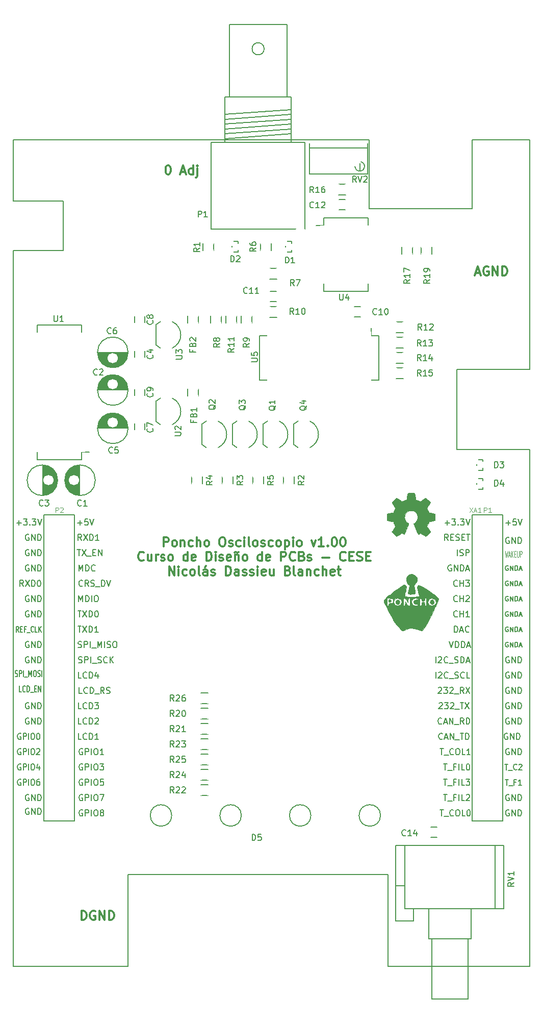
<source format=gbr>
G04 #@! TF.FileFunction,Legend,Top*
%FSLAX46Y46*%
G04 Gerber Fmt 4.6, Leading zero omitted, Abs format (unit mm)*
G04 Created by KiCad (PCBNEW 4.0.2+dfsg1-2~bpo8+1-stable) date lun 17 oct 2016 15:55:52 ART*
%MOMM*%
G01*
G04 APERTURE LIST*
%ADD10C,0.100000*%
%ADD11C,0.300000*%
%ADD12C,0.150000*%
%ADD13C,0.002540*%
%ADD14C,0.120000*%
%ADD15C,0.200000*%
%ADD16C,0.170000*%
%ADD17C,0.175000*%
%ADD18C,0.180000*%
%ADD19C,0.190000*%
%ADD20C,0.125000*%
%ADD21C,1.016000*%
%ADD22R,2.400000X1.924000*%
%ADD23O,2.400000X1.924000*%
%ADD24C,7.400000*%
%ADD25C,2.100000*%
%ADD26C,7.700000*%
%ADD27R,2.100000X2.100000*%
%ADD28C,2.899360*%
%ADD29R,1.700000X1.900000*%
%ADD30R,1.700000X1.700000*%
%ADD31C,1.700000*%
%ADD32R,1.650000X1.900000*%
%ADD33R,1.900000X1.650000*%
%ADD34R,1.400760X0.999440*%
%ADD35O,3.900120X7.400240*%
%ADD36O,2.000200X2.899360*%
%ADD37C,1.924000*%
%ADD38R,1.900000X1.700000*%
%ADD39O,2.700000X2.000000*%
%ADD40O,2.000000X2.700000*%
%ADD41C,4.000000*%
%ADD42C,2.432000*%
%ADD43C,1.670000*%
G04 APERTURE END LIST*
D10*
D11*
X85258572Y-108133571D02*
X85258572Y-106633571D01*
X85830000Y-106633571D01*
X85972858Y-106705000D01*
X86044286Y-106776429D01*
X86115715Y-106919286D01*
X86115715Y-107133571D01*
X86044286Y-107276429D01*
X85972858Y-107347857D01*
X85830000Y-107419286D01*
X85258572Y-107419286D01*
X86972858Y-108133571D02*
X86830000Y-108062143D01*
X86758572Y-107990714D01*
X86687143Y-107847857D01*
X86687143Y-107419286D01*
X86758572Y-107276429D01*
X86830000Y-107205000D01*
X86972858Y-107133571D01*
X87187143Y-107133571D01*
X87330000Y-107205000D01*
X87401429Y-107276429D01*
X87472858Y-107419286D01*
X87472858Y-107847857D01*
X87401429Y-107990714D01*
X87330000Y-108062143D01*
X87187143Y-108133571D01*
X86972858Y-108133571D01*
X88115715Y-107133571D02*
X88115715Y-108133571D01*
X88115715Y-107276429D02*
X88187143Y-107205000D01*
X88330001Y-107133571D01*
X88544286Y-107133571D01*
X88687143Y-107205000D01*
X88758572Y-107347857D01*
X88758572Y-108133571D01*
X90115715Y-108062143D02*
X89972858Y-108133571D01*
X89687144Y-108133571D01*
X89544286Y-108062143D01*
X89472858Y-107990714D01*
X89401429Y-107847857D01*
X89401429Y-107419286D01*
X89472858Y-107276429D01*
X89544286Y-107205000D01*
X89687144Y-107133571D01*
X89972858Y-107133571D01*
X90115715Y-107205000D01*
X90758572Y-108133571D02*
X90758572Y-106633571D01*
X91401429Y-108133571D02*
X91401429Y-107347857D01*
X91330000Y-107205000D01*
X91187143Y-107133571D01*
X90972858Y-107133571D01*
X90830000Y-107205000D01*
X90758572Y-107276429D01*
X92330001Y-108133571D02*
X92187143Y-108062143D01*
X92115715Y-107990714D01*
X92044286Y-107847857D01*
X92044286Y-107419286D01*
X92115715Y-107276429D01*
X92187143Y-107205000D01*
X92330001Y-107133571D01*
X92544286Y-107133571D01*
X92687143Y-107205000D01*
X92758572Y-107276429D01*
X92830001Y-107419286D01*
X92830001Y-107847857D01*
X92758572Y-107990714D01*
X92687143Y-108062143D01*
X92544286Y-108133571D01*
X92330001Y-108133571D01*
X94901429Y-106633571D02*
X95187143Y-106633571D01*
X95330001Y-106705000D01*
X95472858Y-106847857D01*
X95544286Y-107133571D01*
X95544286Y-107633571D01*
X95472858Y-107919286D01*
X95330001Y-108062143D01*
X95187143Y-108133571D01*
X94901429Y-108133571D01*
X94758572Y-108062143D01*
X94615715Y-107919286D01*
X94544286Y-107633571D01*
X94544286Y-107133571D01*
X94615715Y-106847857D01*
X94758572Y-106705000D01*
X94901429Y-106633571D01*
X96115715Y-108062143D02*
X96258572Y-108133571D01*
X96544287Y-108133571D01*
X96687144Y-108062143D01*
X96758572Y-107919286D01*
X96758572Y-107847857D01*
X96687144Y-107705000D01*
X96544287Y-107633571D01*
X96330001Y-107633571D01*
X96187144Y-107562143D01*
X96115715Y-107419286D01*
X96115715Y-107347857D01*
X96187144Y-107205000D01*
X96330001Y-107133571D01*
X96544287Y-107133571D01*
X96687144Y-107205000D01*
X98044287Y-108062143D02*
X97901430Y-108133571D01*
X97615716Y-108133571D01*
X97472858Y-108062143D01*
X97401430Y-107990714D01*
X97330001Y-107847857D01*
X97330001Y-107419286D01*
X97401430Y-107276429D01*
X97472858Y-107205000D01*
X97615716Y-107133571D01*
X97901430Y-107133571D01*
X98044287Y-107205000D01*
X98687144Y-108133571D02*
X98687144Y-107133571D01*
X98687144Y-106633571D02*
X98615715Y-106705000D01*
X98687144Y-106776429D01*
X98758572Y-106705000D01*
X98687144Y-106633571D01*
X98687144Y-106776429D01*
X99615716Y-108133571D02*
X99472858Y-108062143D01*
X99401430Y-107919286D01*
X99401430Y-106633571D01*
X100401430Y-108133571D02*
X100258572Y-108062143D01*
X100187144Y-107990714D01*
X100115715Y-107847857D01*
X100115715Y-107419286D01*
X100187144Y-107276429D01*
X100258572Y-107205000D01*
X100401430Y-107133571D01*
X100615715Y-107133571D01*
X100758572Y-107205000D01*
X100830001Y-107276429D01*
X100901430Y-107419286D01*
X100901430Y-107847857D01*
X100830001Y-107990714D01*
X100758572Y-108062143D01*
X100615715Y-108133571D01*
X100401430Y-108133571D01*
X101472858Y-108062143D02*
X101615715Y-108133571D01*
X101901430Y-108133571D01*
X102044287Y-108062143D01*
X102115715Y-107919286D01*
X102115715Y-107847857D01*
X102044287Y-107705000D01*
X101901430Y-107633571D01*
X101687144Y-107633571D01*
X101544287Y-107562143D01*
X101472858Y-107419286D01*
X101472858Y-107347857D01*
X101544287Y-107205000D01*
X101687144Y-107133571D01*
X101901430Y-107133571D01*
X102044287Y-107205000D01*
X103401430Y-108062143D02*
X103258573Y-108133571D01*
X102972859Y-108133571D01*
X102830001Y-108062143D01*
X102758573Y-107990714D01*
X102687144Y-107847857D01*
X102687144Y-107419286D01*
X102758573Y-107276429D01*
X102830001Y-107205000D01*
X102972859Y-107133571D01*
X103258573Y-107133571D01*
X103401430Y-107205000D01*
X104258573Y-108133571D02*
X104115715Y-108062143D01*
X104044287Y-107990714D01*
X103972858Y-107847857D01*
X103972858Y-107419286D01*
X104044287Y-107276429D01*
X104115715Y-107205000D01*
X104258573Y-107133571D01*
X104472858Y-107133571D01*
X104615715Y-107205000D01*
X104687144Y-107276429D01*
X104758573Y-107419286D01*
X104758573Y-107847857D01*
X104687144Y-107990714D01*
X104615715Y-108062143D01*
X104472858Y-108133571D01*
X104258573Y-108133571D01*
X105401430Y-107133571D02*
X105401430Y-108633571D01*
X105401430Y-107205000D02*
X105544287Y-107133571D01*
X105830001Y-107133571D01*
X105972858Y-107205000D01*
X106044287Y-107276429D01*
X106115716Y-107419286D01*
X106115716Y-107847857D01*
X106044287Y-107990714D01*
X105972858Y-108062143D01*
X105830001Y-108133571D01*
X105544287Y-108133571D01*
X105401430Y-108062143D01*
X106758573Y-108133571D02*
X106758573Y-107133571D01*
X106758573Y-106633571D02*
X106687144Y-106705000D01*
X106758573Y-106776429D01*
X106830001Y-106705000D01*
X106758573Y-106633571D01*
X106758573Y-106776429D01*
X107687145Y-108133571D02*
X107544287Y-108062143D01*
X107472859Y-107990714D01*
X107401430Y-107847857D01*
X107401430Y-107419286D01*
X107472859Y-107276429D01*
X107544287Y-107205000D01*
X107687145Y-107133571D01*
X107901430Y-107133571D01*
X108044287Y-107205000D01*
X108115716Y-107276429D01*
X108187145Y-107419286D01*
X108187145Y-107847857D01*
X108115716Y-107990714D01*
X108044287Y-108062143D01*
X107901430Y-108133571D01*
X107687145Y-108133571D01*
X109830002Y-107133571D02*
X110187145Y-108133571D01*
X110544287Y-107133571D01*
X111901430Y-108133571D02*
X111044287Y-108133571D01*
X111472859Y-108133571D02*
X111472859Y-106633571D01*
X111330002Y-106847857D01*
X111187144Y-106990714D01*
X111044287Y-107062143D01*
X112544287Y-107990714D02*
X112615715Y-108062143D01*
X112544287Y-108133571D01*
X112472858Y-108062143D01*
X112544287Y-107990714D01*
X112544287Y-108133571D01*
X113544287Y-106633571D02*
X113687144Y-106633571D01*
X113830001Y-106705000D01*
X113901430Y-106776429D01*
X113972859Y-106919286D01*
X114044287Y-107205000D01*
X114044287Y-107562143D01*
X113972859Y-107847857D01*
X113901430Y-107990714D01*
X113830001Y-108062143D01*
X113687144Y-108133571D01*
X113544287Y-108133571D01*
X113401430Y-108062143D01*
X113330001Y-107990714D01*
X113258573Y-107847857D01*
X113187144Y-107562143D01*
X113187144Y-107205000D01*
X113258573Y-106919286D01*
X113330001Y-106776429D01*
X113401430Y-106705000D01*
X113544287Y-106633571D01*
X114972858Y-106633571D02*
X115115715Y-106633571D01*
X115258572Y-106705000D01*
X115330001Y-106776429D01*
X115401430Y-106919286D01*
X115472858Y-107205000D01*
X115472858Y-107562143D01*
X115401430Y-107847857D01*
X115330001Y-107990714D01*
X115258572Y-108062143D01*
X115115715Y-108133571D01*
X114972858Y-108133571D01*
X114830001Y-108062143D01*
X114758572Y-107990714D01*
X114687144Y-107847857D01*
X114615715Y-107562143D01*
X114615715Y-107205000D01*
X114687144Y-106919286D01*
X114758572Y-106776429D01*
X114830001Y-106705000D01*
X114972858Y-106633571D01*
X81972858Y-110390714D02*
X81901429Y-110462143D01*
X81687143Y-110533571D01*
X81544286Y-110533571D01*
X81330001Y-110462143D01*
X81187143Y-110319286D01*
X81115715Y-110176429D01*
X81044286Y-109890714D01*
X81044286Y-109676429D01*
X81115715Y-109390714D01*
X81187143Y-109247857D01*
X81330001Y-109105000D01*
X81544286Y-109033571D01*
X81687143Y-109033571D01*
X81901429Y-109105000D01*
X81972858Y-109176429D01*
X83258572Y-109533571D02*
X83258572Y-110533571D01*
X82615715Y-109533571D02*
X82615715Y-110319286D01*
X82687143Y-110462143D01*
X82830001Y-110533571D01*
X83044286Y-110533571D01*
X83187143Y-110462143D01*
X83258572Y-110390714D01*
X83972858Y-110533571D02*
X83972858Y-109533571D01*
X83972858Y-109819286D02*
X84044286Y-109676429D01*
X84115715Y-109605000D01*
X84258572Y-109533571D01*
X84401429Y-109533571D01*
X84830000Y-110462143D02*
X84972857Y-110533571D01*
X85258572Y-110533571D01*
X85401429Y-110462143D01*
X85472857Y-110319286D01*
X85472857Y-110247857D01*
X85401429Y-110105000D01*
X85258572Y-110033571D01*
X85044286Y-110033571D01*
X84901429Y-109962143D01*
X84830000Y-109819286D01*
X84830000Y-109747857D01*
X84901429Y-109605000D01*
X85044286Y-109533571D01*
X85258572Y-109533571D01*
X85401429Y-109605000D01*
X86330001Y-110533571D02*
X86187143Y-110462143D01*
X86115715Y-110390714D01*
X86044286Y-110247857D01*
X86044286Y-109819286D01*
X86115715Y-109676429D01*
X86187143Y-109605000D01*
X86330001Y-109533571D01*
X86544286Y-109533571D01*
X86687143Y-109605000D01*
X86758572Y-109676429D01*
X86830001Y-109819286D01*
X86830001Y-110247857D01*
X86758572Y-110390714D01*
X86687143Y-110462143D01*
X86544286Y-110533571D01*
X86330001Y-110533571D01*
X89258572Y-110533571D02*
X89258572Y-109033571D01*
X89258572Y-110462143D02*
X89115715Y-110533571D01*
X88830001Y-110533571D01*
X88687143Y-110462143D01*
X88615715Y-110390714D01*
X88544286Y-110247857D01*
X88544286Y-109819286D01*
X88615715Y-109676429D01*
X88687143Y-109605000D01*
X88830001Y-109533571D01*
X89115715Y-109533571D01*
X89258572Y-109605000D01*
X90544286Y-110462143D02*
X90401429Y-110533571D01*
X90115715Y-110533571D01*
X89972858Y-110462143D01*
X89901429Y-110319286D01*
X89901429Y-109747857D01*
X89972858Y-109605000D01*
X90115715Y-109533571D01*
X90401429Y-109533571D01*
X90544286Y-109605000D01*
X90615715Y-109747857D01*
X90615715Y-109890714D01*
X89901429Y-110033571D01*
X92401429Y-110533571D02*
X92401429Y-109033571D01*
X92758572Y-109033571D01*
X92972857Y-109105000D01*
X93115715Y-109247857D01*
X93187143Y-109390714D01*
X93258572Y-109676429D01*
X93258572Y-109890714D01*
X93187143Y-110176429D01*
X93115715Y-110319286D01*
X92972857Y-110462143D01*
X92758572Y-110533571D01*
X92401429Y-110533571D01*
X93901429Y-110533571D02*
X93901429Y-109533571D01*
X93901429Y-109033571D02*
X93830000Y-109105000D01*
X93901429Y-109176429D01*
X93972857Y-109105000D01*
X93901429Y-109033571D01*
X93901429Y-109176429D01*
X94544286Y-110462143D02*
X94687143Y-110533571D01*
X94972858Y-110533571D01*
X95115715Y-110462143D01*
X95187143Y-110319286D01*
X95187143Y-110247857D01*
X95115715Y-110105000D01*
X94972858Y-110033571D01*
X94758572Y-110033571D01*
X94615715Y-109962143D01*
X94544286Y-109819286D01*
X94544286Y-109747857D01*
X94615715Y-109605000D01*
X94758572Y-109533571D01*
X94972858Y-109533571D01*
X95115715Y-109605000D01*
X96401429Y-110462143D02*
X96258572Y-110533571D01*
X95972858Y-110533571D01*
X95830001Y-110462143D01*
X95758572Y-110319286D01*
X95758572Y-109747857D01*
X95830001Y-109605000D01*
X95972858Y-109533571D01*
X96258572Y-109533571D01*
X96401429Y-109605000D01*
X96472858Y-109747857D01*
X96472858Y-109890714D01*
X95758572Y-110033571D01*
X97115715Y-109533571D02*
X97115715Y-110533571D01*
X97115715Y-109676429D02*
X97187143Y-109605000D01*
X97330001Y-109533571D01*
X97544286Y-109533571D01*
X97687143Y-109605000D01*
X97758572Y-109747857D01*
X97758572Y-110533571D01*
X97044286Y-109176429D02*
X97115715Y-109105000D01*
X97258572Y-109033571D01*
X97544286Y-109176429D01*
X97687143Y-109105000D01*
X97758572Y-109033571D01*
X98687144Y-110533571D02*
X98544286Y-110462143D01*
X98472858Y-110390714D01*
X98401429Y-110247857D01*
X98401429Y-109819286D01*
X98472858Y-109676429D01*
X98544286Y-109605000D01*
X98687144Y-109533571D01*
X98901429Y-109533571D01*
X99044286Y-109605000D01*
X99115715Y-109676429D01*
X99187144Y-109819286D01*
X99187144Y-110247857D01*
X99115715Y-110390714D01*
X99044286Y-110462143D01*
X98901429Y-110533571D01*
X98687144Y-110533571D01*
X101615715Y-110533571D02*
X101615715Y-109033571D01*
X101615715Y-110462143D02*
X101472858Y-110533571D01*
X101187144Y-110533571D01*
X101044286Y-110462143D01*
X100972858Y-110390714D01*
X100901429Y-110247857D01*
X100901429Y-109819286D01*
X100972858Y-109676429D01*
X101044286Y-109605000D01*
X101187144Y-109533571D01*
X101472858Y-109533571D01*
X101615715Y-109605000D01*
X102901429Y-110462143D02*
X102758572Y-110533571D01*
X102472858Y-110533571D01*
X102330001Y-110462143D01*
X102258572Y-110319286D01*
X102258572Y-109747857D01*
X102330001Y-109605000D01*
X102472858Y-109533571D01*
X102758572Y-109533571D01*
X102901429Y-109605000D01*
X102972858Y-109747857D01*
X102972858Y-109890714D01*
X102258572Y-110033571D01*
X104758572Y-110533571D02*
X104758572Y-109033571D01*
X105330000Y-109033571D01*
X105472858Y-109105000D01*
X105544286Y-109176429D01*
X105615715Y-109319286D01*
X105615715Y-109533571D01*
X105544286Y-109676429D01*
X105472858Y-109747857D01*
X105330000Y-109819286D01*
X104758572Y-109819286D01*
X107115715Y-110390714D02*
X107044286Y-110462143D01*
X106830000Y-110533571D01*
X106687143Y-110533571D01*
X106472858Y-110462143D01*
X106330000Y-110319286D01*
X106258572Y-110176429D01*
X106187143Y-109890714D01*
X106187143Y-109676429D01*
X106258572Y-109390714D01*
X106330000Y-109247857D01*
X106472858Y-109105000D01*
X106687143Y-109033571D01*
X106830000Y-109033571D01*
X107044286Y-109105000D01*
X107115715Y-109176429D01*
X108258572Y-109747857D02*
X108472858Y-109819286D01*
X108544286Y-109890714D01*
X108615715Y-110033571D01*
X108615715Y-110247857D01*
X108544286Y-110390714D01*
X108472858Y-110462143D01*
X108330000Y-110533571D01*
X107758572Y-110533571D01*
X107758572Y-109033571D01*
X108258572Y-109033571D01*
X108401429Y-109105000D01*
X108472858Y-109176429D01*
X108544286Y-109319286D01*
X108544286Y-109462143D01*
X108472858Y-109605000D01*
X108401429Y-109676429D01*
X108258572Y-109747857D01*
X107758572Y-109747857D01*
X109187143Y-110462143D02*
X109330000Y-110533571D01*
X109615715Y-110533571D01*
X109758572Y-110462143D01*
X109830000Y-110319286D01*
X109830000Y-110247857D01*
X109758572Y-110105000D01*
X109615715Y-110033571D01*
X109401429Y-110033571D01*
X109258572Y-109962143D01*
X109187143Y-109819286D01*
X109187143Y-109747857D01*
X109258572Y-109605000D01*
X109401429Y-109533571D01*
X109615715Y-109533571D01*
X109758572Y-109605000D01*
X111615715Y-109962143D02*
X112758572Y-109962143D01*
X115472858Y-110390714D02*
X115401429Y-110462143D01*
X115187143Y-110533571D01*
X115044286Y-110533571D01*
X114830001Y-110462143D01*
X114687143Y-110319286D01*
X114615715Y-110176429D01*
X114544286Y-109890714D01*
X114544286Y-109676429D01*
X114615715Y-109390714D01*
X114687143Y-109247857D01*
X114830001Y-109105000D01*
X115044286Y-109033571D01*
X115187143Y-109033571D01*
X115401429Y-109105000D01*
X115472858Y-109176429D01*
X116115715Y-109747857D02*
X116615715Y-109747857D01*
X116830001Y-110533571D02*
X116115715Y-110533571D01*
X116115715Y-109033571D01*
X116830001Y-109033571D01*
X117401429Y-110462143D02*
X117615715Y-110533571D01*
X117972858Y-110533571D01*
X118115715Y-110462143D01*
X118187144Y-110390714D01*
X118258572Y-110247857D01*
X118258572Y-110105000D01*
X118187144Y-109962143D01*
X118115715Y-109890714D01*
X117972858Y-109819286D01*
X117687144Y-109747857D01*
X117544286Y-109676429D01*
X117472858Y-109605000D01*
X117401429Y-109462143D01*
X117401429Y-109319286D01*
X117472858Y-109176429D01*
X117544286Y-109105000D01*
X117687144Y-109033571D01*
X118044286Y-109033571D01*
X118258572Y-109105000D01*
X118901429Y-109747857D02*
X119401429Y-109747857D01*
X119615715Y-110533571D02*
X118901429Y-110533571D01*
X118901429Y-109033571D01*
X119615715Y-109033571D01*
X86187143Y-112933571D02*
X86187143Y-111433571D01*
X87044286Y-112933571D01*
X87044286Y-111433571D01*
X87758572Y-112933571D02*
X87758572Y-111933571D01*
X87758572Y-111433571D02*
X87687143Y-111505000D01*
X87758572Y-111576429D01*
X87830000Y-111505000D01*
X87758572Y-111433571D01*
X87758572Y-111576429D01*
X89115715Y-112862143D02*
X88972858Y-112933571D01*
X88687144Y-112933571D01*
X88544286Y-112862143D01*
X88472858Y-112790714D01*
X88401429Y-112647857D01*
X88401429Y-112219286D01*
X88472858Y-112076429D01*
X88544286Y-112005000D01*
X88687144Y-111933571D01*
X88972858Y-111933571D01*
X89115715Y-112005000D01*
X89972858Y-112933571D02*
X89830000Y-112862143D01*
X89758572Y-112790714D01*
X89687143Y-112647857D01*
X89687143Y-112219286D01*
X89758572Y-112076429D01*
X89830000Y-112005000D01*
X89972858Y-111933571D01*
X90187143Y-111933571D01*
X90330000Y-112005000D01*
X90401429Y-112076429D01*
X90472858Y-112219286D01*
X90472858Y-112647857D01*
X90401429Y-112790714D01*
X90330000Y-112862143D01*
X90187143Y-112933571D01*
X89972858Y-112933571D01*
X91330001Y-112933571D02*
X91187143Y-112862143D01*
X91115715Y-112719286D01*
X91115715Y-111433571D01*
X92544286Y-112933571D02*
X92544286Y-112147857D01*
X92472857Y-112005000D01*
X92330000Y-111933571D01*
X92044286Y-111933571D01*
X91901429Y-112005000D01*
X92544286Y-112862143D02*
X92401429Y-112933571D01*
X92044286Y-112933571D01*
X91901429Y-112862143D01*
X91830000Y-112719286D01*
X91830000Y-112576429D01*
X91901429Y-112433571D01*
X92044286Y-112362143D01*
X92401429Y-112362143D01*
X92544286Y-112290714D01*
X92330000Y-111362143D02*
X92115715Y-111576429D01*
X93187143Y-112862143D02*
X93330000Y-112933571D01*
X93615715Y-112933571D01*
X93758572Y-112862143D01*
X93830000Y-112719286D01*
X93830000Y-112647857D01*
X93758572Y-112505000D01*
X93615715Y-112433571D01*
X93401429Y-112433571D01*
X93258572Y-112362143D01*
X93187143Y-112219286D01*
X93187143Y-112147857D01*
X93258572Y-112005000D01*
X93401429Y-111933571D01*
X93615715Y-111933571D01*
X93758572Y-112005000D01*
X95615715Y-112933571D02*
X95615715Y-111433571D01*
X95972858Y-111433571D01*
X96187143Y-111505000D01*
X96330001Y-111647857D01*
X96401429Y-111790714D01*
X96472858Y-112076429D01*
X96472858Y-112290714D01*
X96401429Y-112576429D01*
X96330001Y-112719286D01*
X96187143Y-112862143D01*
X95972858Y-112933571D01*
X95615715Y-112933571D01*
X97758572Y-112933571D02*
X97758572Y-112147857D01*
X97687143Y-112005000D01*
X97544286Y-111933571D01*
X97258572Y-111933571D01*
X97115715Y-112005000D01*
X97758572Y-112862143D02*
X97615715Y-112933571D01*
X97258572Y-112933571D01*
X97115715Y-112862143D01*
X97044286Y-112719286D01*
X97044286Y-112576429D01*
X97115715Y-112433571D01*
X97258572Y-112362143D01*
X97615715Y-112362143D01*
X97758572Y-112290714D01*
X98401429Y-112862143D02*
X98544286Y-112933571D01*
X98830001Y-112933571D01*
X98972858Y-112862143D01*
X99044286Y-112719286D01*
X99044286Y-112647857D01*
X98972858Y-112505000D01*
X98830001Y-112433571D01*
X98615715Y-112433571D01*
X98472858Y-112362143D01*
X98401429Y-112219286D01*
X98401429Y-112147857D01*
X98472858Y-112005000D01*
X98615715Y-111933571D01*
X98830001Y-111933571D01*
X98972858Y-112005000D01*
X99615715Y-112862143D02*
X99758572Y-112933571D01*
X100044287Y-112933571D01*
X100187144Y-112862143D01*
X100258572Y-112719286D01*
X100258572Y-112647857D01*
X100187144Y-112505000D01*
X100044287Y-112433571D01*
X99830001Y-112433571D01*
X99687144Y-112362143D01*
X99615715Y-112219286D01*
X99615715Y-112147857D01*
X99687144Y-112005000D01*
X99830001Y-111933571D01*
X100044287Y-111933571D01*
X100187144Y-112005000D01*
X100901430Y-112933571D02*
X100901430Y-111933571D01*
X100901430Y-111433571D02*
X100830001Y-111505000D01*
X100901430Y-111576429D01*
X100972858Y-111505000D01*
X100901430Y-111433571D01*
X100901430Y-111576429D01*
X102187144Y-112862143D02*
X102044287Y-112933571D01*
X101758573Y-112933571D01*
X101615716Y-112862143D01*
X101544287Y-112719286D01*
X101544287Y-112147857D01*
X101615716Y-112005000D01*
X101758573Y-111933571D01*
X102044287Y-111933571D01*
X102187144Y-112005000D01*
X102258573Y-112147857D01*
X102258573Y-112290714D01*
X101544287Y-112433571D01*
X103544287Y-111933571D02*
X103544287Y-112933571D01*
X102901430Y-111933571D02*
X102901430Y-112719286D01*
X102972858Y-112862143D01*
X103115716Y-112933571D01*
X103330001Y-112933571D01*
X103472858Y-112862143D01*
X103544287Y-112790714D01*
X105901430Y-112147857D02*
X106115716Y-112219286D01*
X106187144Y-112290714D01*
X106258573Y-112433571D01*
X106258573Y-112647857D01*
X106187144Y-112790714D01*
X106115716Y-112862143D01*
X105972858Y-112933571D01*
X105401430Y-112933571D01*
X105401430Y-111433571D01*
X105901430Y-111433571D01*
X106044287Y-111505000D01*
X106115716Y-111576429D01*
X106187144Y-111719286D01*
X106187144Y-111862143D01*
X106115716Y-112005000D01*
X106044287Y-112076429D01*
X105901430Y-112147857D01*
X105401430Y-112147857D01*
X107115716Y-112933571D02*
X106972858Y-112862143D01*
X106901430Y-112719286D01*
X106901430Y-111433571D01*
X108330001Y-112933571D02*
X108330001Y-112147857D01*
X108258572Y-112005000D01*
X108115715Y-111933571D01*
X107830001Y-111933571D01*
X107687144Y-112005000D01*
X108330001Y-112862143D02*
X108187144Y-112933571D01*
X107830001Y-112933571D01*
X107687144Y-112862143D01*
X107615715Y-112719286D01*
X107615715Y-112576429D01*
X107687144Y-112433571D01*
X107830001Y-112362143D01*
X108187144Y-112362143D01*
X108330001Y-112290714D01*
X109044287Y-111933571D02*
X109044287Y-112933571D01*
X109044287Y-112076429D02*
X109115715Y-112005000D01*
X109258573Y-111933571D01*
X109472858Y-111933571D01*
X109615715Y-112005000D01*
X109687144Y-112147857D01*
X109687144Y-112933571D01*
X111044287Y-112862143D02*
X110901430Y-112933571D01*
X110615716Y-112933571D01*
X110472858Y-112862143D01*
X110401430Y-112790714D01*
X110330001Y-112647857D01*
X110330001Y-112219286D01*
X110401430Y-112076429D01*
X110472858Y-112005000D01*
X110615716Y-111933571D01*
X110901430Y-111933571D01*
X111044287Y-112005000D01*
X111687144Y-112933571D02*
X111687144Y-111433571D01*
X112330001Y-112933571D02*
X112330001Y-112147857D01*
X112258572Y-112005000D01*
X112115715Y-111933571D01*
X111901430Y-111933571D01*
X111758572Y-112005000D01*
X111687144Y-112076429D01*
X113615715Y-112862143D02*
X113472858Y-112933571D01*
X113187144Y-112933571D01*
X113044287Y-112862143D01*
X112972858Y-112719286D01*
X112972858Y-112147857D01*
X113044287Y-112005000D01*
X113187144Y-111933571D01*
X113472858Y-111933571D01*
X113615715Y-112005000D01*
X113687144Y-112147857D01*
X113687144Y-112290714D01*
X112972858Y-112433571D01*
X114115715Y-111933571D02*
X114687144Y-111933571D01*
X114330001Y-111433571D02*
X114330001Y-112719286D01*
X114401429Y-112862143D01*
X114544287Y-112933571D01*
X114687144Y-112933571D01*
X137057143Y-62734000D02*
X137771429Y-62734000D01*
X136914286Y-63162571D02*
X137414286Y-61662571D01*
X137914286Y-63162571D01*
X139200000Y-61734000D02*
X139057143Y-61662571D01*
X138842857Y-61662571D01*
X138628572Y-61734000D01*
X138485714Y-61876857D01*
X138414286Y-62019714D01*
X138342857Y-62305429D01*
X138342857Y-62519714D01*
X138414286Y-62805429D01*
X138485714Y-62948286D01*
X138628572Y-63091143D01*
X138842857Y-63162571D01*
X138985714Y-63162571D01*
X139200000Y-63091143D01*
X139271429Y-63019714D01*
X139271429Y-62519714D01*
X138985714Y-62519714D01*
X139914286Y-63162571D02*
X139914286Y-61662571D01*
X140771429Y-63162571D01*
X140771429Y-61662571D01*
X141485715Y-63162571D02*
X141485715Y-61662571D01*
X141842858Y-61662571D01*
X142057143Y-61734000D01*
X142200001Y-61876857D01*
X142271429Y-62019714D01*
X142342858Y-62305429D01*
X142342858Y-62519714D01*
X142271429Y-62805429D01*
X142200001Y-62948286D01*
X142057143Y-63091143D01*
X141842858Y-63162571D01*
X141485715Y-63162571D01*
X71616429Y-170096571D02*
X71616429Y-168596571D01*
X71973572Y-168596571D01*
X72187857Y-168668000D01*
X72330715Y-168810857D01*
X72402143Y-168953714D01*
X72473572Y-169239429D01*
X72473572Y-169453714D01*
X72402143Y-169739429D01*
X72330715Y-169882286D01*
X72187857Y-170025143D01*
X71973572Y-170096571D01*
X71616429Y-170096571D01*
X73902143Y-168668000D02*
X73759286Y-168596571D01*
X73545000Y-168596571D01*
X73330715Y-168668000D01*
X73187857Y-168810857D01*
X73116429Y-168953714D01*
X73045000Y-169239429D01*
X73045000Y-169453714D01*
X73116429Y-169739429D01*
X73187857Y-169882286D01*
X73330715Y-170025143D01*
X73545000Y-170096571D01*
X73687857Y-170096571D01*
X73902143Y-170025143D01*
X73973572Y-169953714D01*
X73973572Y-169453714D01*
X73687857Y-169453714D01*
X74616429Y-170096571D02*
X74616429Y-168596571D01*
X75473572Y-170096571D01*
X75473572Y-168596571D01*
X76187858Y-170096571D02*
X76187858Y-168596571D01*
X76545001Y-168596571D01*
X76759286Y-168668000D01*
X76902144Y-168810857D01*
X76973572Y-168953714D01*
X77045001Y-169239429D01*
X77045001Y-169453714D01*
X76973572Y-169739429D01*
X76902144Y-169882286D01*
X76759286Y-170025143D01*
X76545001Y-170096571D01*
X76187858Y-170096571D01*
D12*
X109728000Y-152781000D02*
G75*
G03X109728000Y-152781000I-1778000J0D01*
G01*
X86614000Y-152781000D02*
G75*
G03X86614000Y-152781000I-1778000J0D01*
G01*
X98171000Y-152781000D02*
G75*
G03X98171000Y-152781000I-1778000J0D01*
G01*
X121289530Y-152781000D02*
G75*
G03X121289530Y-152781000I-1782530J0D01*
G01*
X79375000Y-162560000D02*
X122555000Y-162560000D01*
X79375000Y-177800000D02*
X79375000Y-162560000D01*
X60325000Y-177800000D02*
X79375000Y-177800000D01*
X60325000Y-162560000D02*
X60325000Y-177800000D01*
X146050000Y-92075000D02*
X146050000Y-177800000D01*
X146050000Y-78740000D02*
X146050000Y-40640000D01*
X133985000Y-78740000D02*
X146050000Y-78740000D01*
X133985000Y-92075000D02*
X133985000Y-78740000D01*
X146050000Y-92075000D02*
X133985000Y-92075000D01*
D11*
X85943572Y-44898571D02*
X86086429Y-44898571D01*
X86229286Y-44970000D01*
X86300715Y-45041429D01*
X86372144Y-45184286D01*
X86443572Y-45470000D01*
X86443572Y-45827143D01*
X86372144Y-46112857D01*
X86300715Y-46255714D01*
X86229286Y-46327143D01*
X86086429Y-46398571D01*
X85943572Y-46398571D01*
X85800715Y-46327143D01*
X85729286Y-46255714D01*
X85657858Y-46112857D01*
X85586429Y-45827143D01*
X85586429Y-45470000D01*
X85657858Y-45184286D01*
X85729286Y-45041429D01*
X85800715Y-44970000D01*
X85943572Y-44898571D01*
X88157857Y-45970000D02*
X88872143Y-45970000D01*
X88015000Y-46398571D02*
X88515000Y-44898571D01*
X89015000Y-46398571D01*
X90157857Y-46398571D02*
X90157857Y-44898571D01*
X90157857Y-46327143D02*
X90015000Y-46398571D01*
X89729286Y-46398571D01*
X89586428Y-46327143D01*
X89515000Y-46255714D01*
X89443571Y-46112857D01*
X89443571Y-45684286D01*
X89515000Y-45541429D01*
X89586428Y-45470000D01*
X89729286Y-45398571D01*
X90015000Y-45398571D01*
X90157857Y-45470000D01*
X90872143Y-45398571D02*
X90872143Y-46684286D01*
X90800714Y-46827143D01*
X90657857Y-46898571D01*
X90586429Y-46898571D01*
X90872143Y-44898571D02*
X90800714Y-44970000D01*
X90872143Y-45041429D01*
X90943571Y-44970000D01*
X90872143Y-44898571D01*
X90872143Y-45041429D01*
D12*
X68580000Y-59055000D02*
X60325000Y-59055000D01*
X146050000Y-40640000D02*
X136525000Y-40640000D01*
X122555000Y-177800000D02*
X146050000Y-177800000D01*
X122555000Y-162560000D02*
X122555000Y-177800000D01*
X60325000Y-154940000D02*
X60325000Y-162560000D01*
X119380000Y-40640000D02*
X60325000Y-40640000D01*
X136525000Y-52070000D02*
X136525000Y-40640000D01*
X119380000Y-52070000D02*
X136525000Y-52070000D01*
X119380000Y-40640000D02*
X119380000Y-52070000D01*
X60325000Y-154940000D02*
X60325000Y-59055000D01*
X60325000Y-50800000D02*
X60325000Y-40640000D01*
X68580000Y-50800000D02*
X60325000Y-50800000D01*
X68580000Y-59055000D02*
X68580000Y-50800000D01*
X65405000Y-104140000D02*
X65405000Y-102870000D01*
X65405000Y-102870000D02*
X70485000Y-102870000D01*
X70485000Y-102870000D02*
X70485000Y-153670000D01*
X70485000Y-153670000D02*
X65405000Y-153670000D01*
X65405000Y-153670000D02*
X65405000Y-104140000D01*
X136525000Y-153670000D02*
X136525000Y-102870000D01*
X141605000Y-153670000D02*
X141605000Y-102870000D01*
X141605000Y-153670000D02*
X136525000Y-153670000D01*
X141605000Y-102870000D02*
X136525000Y-102870000D01*
X123794520Y-164465000D02*
X123794520Y-157764480D01*
X123794520Y-157764480D02*
X125394720Y-157764480D01*
X140294360Y-168264840D02*
X141792960Y-168264840D01*
X141792960Y-168264840D02*
X141792960Y-157764480D01*
X141792960Y-157764480D02*
X140294360Y-157764480D01*
X126794260Y-168264840D02*
X126794260Y-170263820D01*
X126794260Y-170263820D02*
X123794520Y-170263820D01*
X123794520Y-170263820D02*
X123794520Y-164465000D01*
X123794520Y-164465000D02*
X125293120Y-164465000D01*
X135793480Y-173266100D02*
X135793480Y-183266080D01*
X135793480Y-183266080D02*
X129794000Y-183266080D01*
X129794000Y-183266080D02*
X129794000Y-173266100D01*
X136293860Y-168264840D02*
X136293860Y-173266100D01*
X136293860Y-173266100D02*
X129293620Y-173266100D01*
X129293620Y-173266100D02*
X129293620Y-168264840D01*
X140294360Y-168264840D02*
X140294360Y-157764480D01*
X140294360Y-157764480D02*
X125293120Y-157764480D01*
X125293120Y-157764480D02*
X125293120Y-168264840D01*
X125293120Y-168264840D02*
X140294360Y-168264840D01*
X99935000Y-69885000D02*
X99935000Y-71085000D01*
X98185000Y-71085000D02*
X98185000Y-69885000D01*
X71315000Y-99654000D02*
X71315000Y-94656000D01*
X71175000Y-99646000D02*
X71175000Y-97309000D01*
X71175000Y-97001000D02*
X71175000Y-94664000D01*
X71035000Y-99630000D02*
X71035000Y-97628000D01*
X71035000Y-96682000D02*
X71035000Y-94680000D01*
X70895000Y-99606000D02*
X70895000Y-97775000D01*
X70895000Y-96535000D02*
X70895000Y-94704000D01*
X70755000Y-99573000D02*
X70755000Y-97867000D01*
X70755000Y-96443000D02*
X70755000Y-94737000D01*
X70615000Y-99532000D02*
X70615000Y-97923000D01*
X70615000Y-96387000D02*
X70615000Y-94778000D01*
X70475000Y-99482000D02*
X70475000Y-97950000D01*
X70475000Y-96360000D02*
X70475000Y-94828000D01*
X70335000Y-99421000D02*
X70335000Y-97953000D01*
X70335000Y-96357000D02*
X70335000Y-94889000D01*
X70195000Y-99351000D02*
X70195000Y-97931000D01*
X70195000Y-96379000D02*
X70195000Y-94959000D01*
X70055000Y-99269000D02*
X70055000Y-97881000D01*
X70055000Y-96429000D02*
X70055000Y-95041000D01*
X69915000Y-99174000D02*
X69915000Y-97799000D01*
X69915000Y-96511000D02*
X69915000Y-95136000D01*
X69775000Y-99063000D02*
X69775000Y-97667000D01*
X69775000Y-96643000D02*
X69775000Y-95247000D01*
X69635000Y-98935000D02*
X69635000Y-97420000D01*
X69635000Y-96890000D02*
X69635000Y-95375000D01*
X69495000Y-98786000D02*
X69495000Y-95524000D01*
X69355000Y-98607000D02*
X69355000Y-95703000D01*
X69215000Y-98388000D02*
X69215000Y-95922000D01*
X69075000Y-98099000D02*
X69075000Y-96211000D01*
X68935000Y-97627000D02*
X68935000Y-96683000D01*
X71190000Y-97155000D02*
G75*
G03X71190000Y-97155000I-800000J0D01*
G01*
X73927500Y-97155000D02*
G75*
G03X73927500Y-97155000I-2537500J0D01*
G01*
X74336000Y-82110000D02*
X79334000Y-82110000D01*
X74344000Y-81970000D02*
X76681000Y-81970000D01*
X76989000Y-81970000D02*
X79326000Y-81970000D01*
X74360000Y-81830000D02*
X76362000Y-81830000D01*
X77308000Y-81830000D02*
X79310000Y-81830000D01*
X74384000Y-81690000D02*
X76215000Y-81690000D01*
X77455000Y-81690000D02*
X79286000Y-81690000D01*
X74417000Y-81550000D02*
X76123000Y-81550000D01*
X77547000Y-81550000D02*
X79253000Y-81550000D01*
X74458000Y-81410000D02*
X76067000Y-81410000D01*
X77603000Y-81410000D02*
X79212000Y-81410000D01*
X74508000Y-81270000D02*
X76040000Y-81270000D01*
X77630000Y-81270000D02*
X79162000Y-81270000D01*
X74569000Y-81130000D02*
X76037000Y-81130000D01*
X77633000Y-81130000D02*
X79101000Y-81130000D01*
X74639000Y-80990000D02*
X76059000Y-80990000D01*
X77611000Y-80990000D02*
X79031000Y-80990000D01*
X74721000Y-80850000D02*
X76109000Y-80850000D01*
X77561000Y-80850000D02*
X78949000Y-80850000D01*
X74816000Y-80710000D02*
X76191000Y-80710000D01*
X77479000Y-80710000D02*
X78854000Y-80710000D01*
X74927000Y-80570000D02*
X76323000Y-80570000D01*
X77347000Y-80570000D02*
X78743000Y-80570000D01*
X75055000Y-80430000D02*
X76570000Y-80430000D01*
X77100000Y-80430000D02*
X78615000Y-80430000D01*
X75204000Y-80290000D02*
X78466000Y-80290000D01*
X75383000Y-80150000D02*
X78287000Y-80150000D01*
X75602000Y-80010000D02*
X78068000Y-80010000D01*
X75891000Y-79870000D02*
X77779000Y-79870000D01*
X76363000Y-79730000D02*
X77307000Y-79730000D01*
X77635000Y-81185000D02*
G75*
G03X77635000Y-81185000I-800000J0D01*
G01*
X79372500Y-82185000D02*
G75*
G03X79372500Y-82185000I-2537500J0D01*
G01*
X65210000Y-94656000D02*
X65210000Y-99654000D01*
X65350000Y-94664000D02*
X65350000Y-97001000D01*
X65350000Y-97309000D02*
X65350000Y-99646000D01*
X65490000Y-94680000D02*
X65490000Y-96682000D01*
X65490000Y-97628000D02*
X65490000Y-99630000D01*
X65630000Y-94704000D02*
X65630000Y-96535000D01*
X65630000Y-97775000D02*
X65630000Y-99606000D01*
X65770000Y-94737000D02*
X65770000Y-96443000D01*
X65770000Y-97867000D02*
X65770000Y-99573000D01*
X65910000Y-94778000D02*
X65910000Y-96387000D01*
X65910000Y-97923000D02*
X65910000Y-99532000D01*
X66050000Y-94828000D02*
X66050000Y-96360000D01*
X66050000Y-97950000D02*
X66050000Y-99482000D01*
X66190000Y-94889000D02*
X66190000Y-96357000D01*
X66190000Y-97953000D02*
X66190000Y-99421000D01*
X66330000Y-94959000D02*
X66330000Y-96379000D01*
X66330000Y-97931000D02*
X66330000Y-99351000D01*
X66470000Y-95041000D02*
X66470000Y-96429000D01*
X66470000Y-97881000D02*
X66470000Y-99269000D01*
X66610000Y-95136000D02*
X66610000Y-96511000D01*
X66610000Y-97799000D02*
X66610000Y-99174000D01*
X66750000Y-95247000D02*
X66750000Y-96643000D01*
X66750000Y-97667000D02*
X66750000Y-99063000D01*
X66890000Y-95375000D02*
X66890000Y-96890000D01*
X66890000Y-97420000D02*
X66890000Y-98935000D01*
X67030000Y-95524000D02*
X67030000Y-98786000D01*
X67170000Y-95703000D02*
X67170000Y-98607000D01*
X67310000Y-95922000D02*
X67310000Y-98388000D01*
X67450000Y-96211000D02*
X67450000Y-98099000D01*
X67590000Y-96683000D02*
X67590000Y-97627000D01*
X66935000Y-97155000D02*
G75*
G03X66935000Y-97155000I-800000J0D01*
G01*
X67672500Y-97155000D02*
G75*
G03X67672500Y-97155000I-2537500J0D01*
G01*
X79334000Y-76005000D02*
X74336000Y-76005000D01*
X79326000Y-76145000D02*
X76989000Y-76145000D01*
X76681000Y-76145000D02*
X74344000Y-76145000D01*
X79310000Y-76285000D02*
X77308000Y-76285000D01*
X76362000Y-76285000D02*
X74360000Y-76285000D01*
X79286000Y-76425000D02*
X77455000Y-76425000D01*
X76215000Y-76425000D02*
X74384000Y-76425000D01*
X79253000Y-76565000D02*
X77547000Y-76565000D01*
X76123000Y-76565000D02*
X74417000Y-76565000D01*
X79212000Y-76705000D02*
X77603000Y-76705000D01*
X76067000Y-76705000D02*
X74458000Y-76705000D01*
X79162000Y-76845000D02*
X77630000Y-76845000D01*
X76040000Y-76845000D02*
X74508000Y-76845000D01*
X79101000Y-76985000D02*
X77633000Y-76985000D01*
X76037000Y-76985000D02*
X74569000Y-76985000D01*
X79031000Y-77125000D02*
X77611000Y-77125000D01*
X76059000Y-77125000D02*
X74639000Y-77125000D01*
X78949000Y-77265000D02*
X77561000Y-77265000D01*
X76109000Y-77265000D02*
X74721000Y-77265000D01*
X78854000Y-77405000D02*
X77479000Y-77405000D01*
X76191000Y-77405000D02*
X74816000Y-77405000D01*
X78743000Y-77545000D02*
X77347000Y-77545000D01*
X76323000Y-77545000D02*
X74927000Y-77545000D01*
X78615000Y-77685000D02*
X77100000Y-77685000D01*
X76570000Y-77685000D02*
X75055000Y-77685000D01*
X78466000Y-77825000D02*
X75204000Y-77825000D01*
X78287000Y-77965000D02*
X75383000Y-77965000D01*
X78068000Y-78105000D02*
X75602000Y-78105000D01*
X77779000Y-78245000D02*
X75891000Y-78245000D01*
X77307000Y-78385000D02*
X76363000Y-78385000D01*
X77635000Y-76930000D02*
G75*
G03X77635000Y-76930000I-800000J0D01*
G01*
X79372500Y-75930000D02*
G75*
G03X79372500Y-75930000I-2537500J0D01*
G01*
X74336000Y-88460000D02*
X79334000Y-88460000D01*
X74344000Y-88320000D02*
X76681000Y-88320000D01*
X76989000Y-88320000D02*
X79326000Y-88320000D01*
X74360000Y-88180000D02*
X76362000Y-88180000D01*
X77308000Y-88180000D02*
X79310000Y-88180000D01*
X74384000Y-88040000D02*
X76215000Y-88040000D01*
X77455000Y-88040000D02*
X79286000Y-88040000D01*
X74417000Y-87900000D02*
X76123000Y-87900000D01*
X77547000Y-87900000D02*
X79253000Y-87900000D01*
X74458000Y-87760000D02*
X76067000Y-87760000D01*
X77603000Y-87760000D02*
X79212000Y-87760000D01*
X74508000Y-87620000D02*
X76040000Y-87620000D01*
X77630000Y-87620000D02*
X79162000Y-87620000D01*
X74569000Y-87480000D02*
X76037000Y-87480000D01*
X77633000Y-87480000D02*
X79101000Y-87480000D01*
X74639000Y-87340000D02*
X76059000Y-87340000D01*
X77611000Y-87340000D02*
X79031000Y-87340000D01*
X74721000Y-87200000D02*
X76109000Y-87200000D01*
X77561000Y-87200000D02*
X78949000Y-87200000D01*
X74816000Y-87060000D02*
X76191000Y-87060000D01*
X77479000Y-87060000D02*
X78854000Y-87060000D01*
X74927000Y-86920000D02*
X76323000Y-86920000D01*
X77347000Y-86920000D02*
X78743000Y-86920000D01*
X75055000Y-86780000D02*
X76570000Y-86780000D01*
X77100000Y-86780000D02*
X78615000Y-86780000D01*
X75204000Y-86640000D02*
X78466000Y-86640000D01*
X75383000Y-86500000D02*
X78287000Y-86500000D01*
X75602000Y-86360000D02*
X78068000Y-86360000D01*
X75891000Y-86220000D02*
X77779000Y-86220000D01*
X76363000Y-86080000D02*
X77307000Y-86080000D01*
X77635000Y-87535000D02*
G75*
G03X77635000Y-87535000I-800000J0D01*
G01*
X79372500Y-88535000D02*
G75*
G03X79372500Y-88535000I-2537500J0D01*
G01*
X80430000Y-75700000D02*
X80430000Y-76700000D01*
X82130000Y-76700000D02*
X82130000Y-75700000D01*
X80430000Y-87765000D02*
X80430000Y-88765000D01*
X82130000Y-88765000D02*
X82130000Y-87765000D01*
X82130000Y-70985000D02*
X82130000Y-69985000D01*
X80430000Y-69985000D02*
X80430000Y-70985000D01*
X82130000Y-83050000D02*
X82130000Y-82050000D01*
X80430000Y-82050000D02*
X80430000Y-83050000D01*
X117975000Y-68365000D02*
X116975000Y-68365000D01*
X116975000Y-70065000D02*
X117975000Y-70065000D01*
X103005000Y-67525000D02*
X104005000Y-67525000D01*
X104005000Y-65825000D02*
X103005000Y-65825000D01*
X114435000Y-52285000D02*
X115435000Y-52285000D01*
X115435000Y-50585000D02*
X114435000Y-50585000D01*
X129675000Y-156425000D02*
X130675000Y-156425000D01*
X130675000Y-154725000D02*
X129675000Y-154725000D01*
X106553000Y-58166000D02*
X106553000Y-57531000D01*
X106553000Y-57531000D02*
X105537000Y-57531000D01*
X105537000Y-59309000D02*
X106553000Y-59309000D01*
X106553000Y-59309000D02*
X106553000Y-58674000D01*
X106680000Y-58166000D02*
X106553000Y-58166000D01*
X106553000Y-58674000D02*
X106680000Y-58674000D01*
X105537000Y-57531000D02*
X105537000Y-59309000D01*
X106680000Y-58674000D02*
X106680000Y-58166000D01*
X97663000Y-58166000D02*
X97663000Y-57531000D01*
X97663000Y-57531000D02*
X96647000Y-57531000D01*
X96647000Y-59309000D02*
X97663000Y-59309000D01*
X97663000Y-59309000D02*
X97663000Y-58674000D01*
X97790000Y-58166000D02*
X97663000Y-58166000D01*
X97663000Y-58674000D02*
X97790000Y-58674000D01*
X96647000Y-57531000D02*
X96647000Y-59309000D01*
X97790000Y-58674000D02*
X97790000Y-58166000D01*
X138303000Y-94361000D02*
X138303000Y-93726000D01*
X138303000Y-93726000D02*
X137287000Y-93726000D01*
X137287000Y-95504000D02*
X138303000Y-95504000D01*
X138303000Y-95504000D02*
X138303000Y-94869000D01*
X138430000Y-94361000D02*
X138303000Y-94361000D01*
X138303000Y-94869000D02*
X138430000Y-94869000D01*
X137287000Y-93726000D02*
X137287000Y-95504000D01*
X138430000Y-94869000D02*
X138430000Y-94361000D01*
X138303000Y-97536000D02*
X138303000Y-96901000D01*
X138303000Y-96901000D02*
X137287000Y-96901000D01*
X137287000Y-98679000D02*
X138303000Y-98679000D01*
X138303000Y-98679000D02*
X138303000Y-98044000D01*
X138430000Y-97536000D02*
X138303000Y-97536000D01*
X138303000Y-98044000D02*
X138430000Y-98044000D01*
X137287000Y-96901000D02*
X137287000Y-98679000D01*
X138430000Y-98044000D02*
X138430000Y-97536000D01*
X91045000Y-81950000D02*
X91045000Y-83150000D01*
X89295000Y-83150000D02*
X89295000Y-81950000D01*
X91045000Y-69885000D02*
X91045000Y-71085000D01*
X89295000Y-71085000D02*
X89295000Y-69885000D01*
X95465900Y-36459160D02*
X106464100Y-35659060D01*
X95465900Y-37259260D02*
X106464100Y-36459160D01*
X95465900Y-38059360D02*
X106464100Y-37259260D01*
X95465900Y-38859460D02*
X106464100Y-38059360D01*
X95465900Y-39659560D02*
X106464100Y-38859460D01*
X95465900Y-40459660D02*
X106464100Y-39659560D01*
X101965760Y-25560020D02*
G75*
G03X101965760Y-25560020I-1000760J0D01*
G01*
X105765600Y-33561020D02*
X105765600Y-21559520D01*
X105765600Y-21559520D02*
X96164400Y-21559520D01*
X96164400Y-21559520D02*
X96164400Y-33561020D01*
X106464100Y-41059100D02*
X106464100Y-33561020D01*
X106464100Y-33561020D02*
X95465900Y-33561020D01*
X95465900Y-33561020D02*
X95465900Y-41059100D01*
X93164660Y-55460900D02*
X108765340Y-55460900D01*
X108765340Y-55460900D02*
X108765340Y-41059100D01*
X108765340Y-41059100D02*
X93164660Y-41059100D01*
X93164660Y-41059100D02*
X93164660Y-55460900D01*
X102508010Y-87347305D02*
G75*
G03X101805000Y-87835000I996990J-2187695D01*
G01*
X102508010Y-91722695D02*
G75*
G02X101805000Y-91235000I996990J2187695D01*
G01*
X101805000Y-87835000D02*
X101805000Y-91235000D01*
X104498127Y-87350121D02*
G75*
G02X105905000Y-89535000I-993127J-2184879D01*
G01*
X104498127Y-91719879D02*
G75*
G03X105905000Y-89535000I-993127J2184879D01*
G01*
X92348010Y-87347305D02*
G75*
G03X91645000Y-87835000I996990J-2187695D01*
G01*
X92348010Y-91722695D02*
G75*
G02X91645000Y-91235000I996990J2187695D01*
G01*
X91645000Y-87835000D02*
X91645000Y-91235000D01*
X94338127Y-87350121D02*
G75*
G02X95745000Y-89535000I-993127J-2184879D01*
G01*
X94338127Y-91719879D02*
G75*
G03X95745000Y-89535000I-993127J2184879D01*
G01*
X97428010Y-87347305D02*
G75*
G03X96725000Y-87835000I996990J-2187695D01*
G01*
X97428010Y-91722695D02*
G75*
G02X96725000Y-91235000I996990J2187695D01*
G01*
X96725000Y-87835000D02*
X96725000Y-91235000D01*
X99418127Y-87350121D02*
G75*
G02X100825000Y-89535000I-993127J-2184879D01*
G01*
X99418127Y-91719879D02*
G75*
G03X100825000Y-89535000I-993127J2184879D01*
G01*
X107588010Y-87347305D02*
G75*
G03X106885000Y-87835000I996990J-2187695D01*
G01*
X107588010Y-91722695D02*
G75*
G02X106885000Y-91235000I996990J2187695D01*
G01*
X106885000Y-87835000D02*
X106885000Y-91235000D01*
X109578127Y-87350121D02*
G75*
G02X110985000Y-89535000I-993127J-2184879D01*
G01*
X109578127Y-91719879D02*
G75*
G03X110985000Y-89535000I-993127J2184879D01*
G01*
X91835000Y-59020000D02*
X91835000Y-57820000D01*
X93585000Y-57820000D02*
X93585000Y-59020000D01*
X105170000Y-97755000D02*
X105170000Y-96555000D01*
X106920000Y-96555000D02*
X106920000Y-97755000D01*
X95010000Y-97755000D02*
X95010000Y-96555000D01*
X96760000Y-96555000D02*
X96760000Y-97755000D01*
X89930000Y-97755000D02*
X89930000Y-96555000D01*
X91680000Y-96555000D02*
X91680000Y-97755000D01*
X100090000Y-97755000D02*
X100090000Y-96555000D01*
X101840000Y-96555000D02*
X101840000Y-97755000D01*
X103110000Y-57820000D02*
X103110000Y-59020000D01*
X101360000Y-59020000D02*
X101360000Y-57820000D01*
X104105000Y-63740000D02*
X102905000Y-63740000D01*
X102905000Y-61990000D02*
X104105000Y-61990000D01*
X94855000Y-69885000D02*
X94855000Y-71085000D01*
X93105000Y-71085000D02*
X93105000Y-69885000D01*
X102905000Y-68340000D02*
X104105000Y-68340000D01*
X104105000Y-70090000D02*
X102905000Y-70090000D01*
X97395000Y-69885000D02*
X97395000Y-71085000D01*
X95645000Y-71085000D02*
X95645000Y-69885000D01*
X123860000Y-70880000D02*
X125060000Y-70880000D01*
X125060000Y-72630000D02*
X123860000Y-72630000D01*
X123860000Y-73420000D02*
X125060000Y-73420000D01*
X125060000Y-75170000D02*
X123860000Y-75170000D01*
X123860000Y-75960000D02*
X125060000Y-75960000D01*
X125060000Y-77710000D02*
X123860000Y-77710000D01*
X123860000Y-78500000D02*
X125060000Y-78500000D01*
X125060000Y-80250000D02*
X123860000Y-80250000D01*
X115535000Y-49770000D02*
X114335000Y-49770000D01*
X114335000Y-48020000D02*
X115535000Y-48020000D01*
X124855000Y-59655000D02*
X124855000Y-58455000D01*
X126605000Y-58455000D02*
X126605000Y-59655000D01*
X129780000Y-58455000D02*
X129780000Y-59655000D01*
X128030000Y-59655000D02*
X128030000Y-58455000D01*
X91475000Y-135015000D02*
X92675000Y-135015000D01*
X92675000Y-136765000D02*
X91475000Y-136765000D01*
X91475000Y-137555000D02*
X92675000Y-137555000D01*
X92675000Y-139305000D02*
X91475000Y-139305000D01*
X91475000Y-147715000D02*
X92675000Y-147715000D01*
X92675000Y-149465000D02*
X91475000Y-149465000D01*
X91475000Y-140095000D02*
X92675000Y-140095000D01*
X92675000Y-141845000D02*
X91475000Y-141845000D01*
X91475000Y-145175000D02*
X92675000Y-145175000D01*
X92675000Y-146925000D02*
X91475000Y-146925000D01*
X91475000Y-142635000D02*
X92675000Y-142635000D01*
X92675000Y-144385000D02*
X91475000Y-144385000D01*
X92675000Y-134225000D02*
X91475000Y-134225000D01*
X91475000Y-132475000D02*
X92675000Y-132475000D01*
X71620000Y-93735000D02*
X71620000Y-92465000D01*
X64270000Y-93735000D02*
X64270000Y-92465000D01*
X64270000Y-71365000D02*
X64270000Y-72635000D01*
X71620000Y-71365000D02*
X71620000Y-72635000D01*
X71620000Y-93735000D02*
X64270000Y-93735000D01*
X71620000Y-71365000D02*
X64270000Y-71365000D01*
X71620000Y-92465000D02*
X72905000Y-92465000D01*
X84728010Y-83537305D02*
G75*
G03X84025000Y-84025000I996990J-2187695D01*
G01*
X84728010Y-87912695D02*
G75*
G02X84025000Y-87425000I996990J2187695D01*
G01*
X84025000Y-84025000D02*
X84025000Y-87425000D01*
X86718127Y-83540121D02*
G75*
G02X88125000Y-85725000I-993127J-2184879D01*
G01*
X86718127Y-87909879D02*
G75*
G03X88125000Y-85725000I-993127J2184879D01*
G01*
X84728010Y-70837305D02*
G75*
G03X84025000Y-71325000I996990J-2187695D01*
G01*
X84728010Y-75212695D02*
G75*
G02X84025000Y-74725000I996990J2187695D01*
G01*
X84025000Y-71325000D02*
X84025000Y-74725000D01*
X86718127Y-70840121D02*
G75*
G02X88125000Y-73025000I-993127J-2184879D01*
G01*
X86718127Y-75209879D02*
G75*
G03X88125000Y-73025000I-993127J2184879D01*
G01*
X111895000Y-53585000D02*
X111895000Y-54855000D01*
X119245000Y-53585000D02*
X119245000Y-54855000D01*
X119245000Y-65795000D02*
X119245000Y-64525000D01*
X111895000Y-65795000D02*
X111895000Y-64525000D01*
X111895000Y-53585000D02*
X119245000Y-53585000D01*
X111895000Y-65795000D02*
X119245000Y-65795000D01*
X111895000Y-54855000D02*
X110610000Y-54855000D01*
X121040000Y-73160000D02*
X119770000Y-73160000D01*
X121040000Y-80510000D02*
X119770000Y-80510000D01*
X101210000Y-80510000D02*
X102480000Y-80510000D01*
X101210000Y-73160000D02*
X102480000Y-73160000D01*
X121040000Y-73160000D02*
X121040000Y-80510000D01*
X101210000Y-73160000D02*
X101210000Y-80510000D01*
X119770000Y-73160000D02*
X119770000Y-71875000D01*
X117856000Y-45847000D02*
X117856000Y-44577000D01*
X117068600Y-45097700D02*
X117106700Y-45351700D01*
X117106700Y-45351700D02*
X117284500Y-45631100D01*
X117284500Y-45631100D02*
X117602000Y-45847000D01*
X117602000Y-45847000D02*
X118046500Y-45859700D01*
X118046500Y-45859700D02*
X118402100Y-45656500D01*
X118402100Y-45656500D02*
X118579900Y-45364400D01*
X118579900Y-45364400D02*
X118630700Y-45046900D01*
X118630700Y-45046900D02*
X118529100Y-44640500D01*
X118529100Y-44640500D02*
X118186200Y-44386500D01*
X118186200Y-44386500D02*
X118008400Y-44297600D01*
X109474000Y-42037000D02*
X119126000Y-42037000D01*
X119126000Y-45085000D02*
X119126000Y-46355000D01*
X119126000Y-46355000D02*
X109474000Y-46355000D01*
X109474000Y-46355000D02*
X109474000Y-41275000D01*
X119126000Y-41275000D02*
X119126000Y-43815000D01*
X119126000Y-43815000D02*
X119126000Y-45085000D01*
D13*
G36*
X123941840Y-106461560D02*
X123982480Y-106441240D01*
X124076460Y-106382820D01*
X124211080Y-106293920D01*
X124368560Y-106189780D01*
X124526040Y-106080560D01*
X124655580Y-105994200D01*
X124747020Y-105935780D01*
X124785120Y-105915460D01*
X124805440Y-105920540D01*
X124881640Y-105958640D01*
X124990860Y-106014520D01*
X125054360Y-106047540D01*
X125153420Y-106090720D01*
X125204220Y-106100880D01*
X125211840Y-106085640D01*
X125249940Y-106009440D01*
X125305820Y-105877360D01*
X125382020Y-105704640D01*
X125468380Y-105501440D01*
X125562360Y-105283000D01*
X125653800Y-105059480D01*
X125742700Y-104846120D01*
X125821440Y-104655620D01*
X125884940Y-104500680D01*
X125925580Y-104391460D01*
X125940820Y-104345740D01*
X125935740Y-104335580D01*
X125884940Y-104287320D01*
X125798580Y-104221280D01*
X125608080Y-104066340D01*
X125422660Y-103832660D01*
X125308360Y-103568500D01*
X125270260Y-103273860D01*
X125303280Y-103002080D01*
X125409960Y-102740460D01*
X125592840Y-102504240D01*
X125813820Y-102328980D01*
X126072900Y-102217220D01*
X126365000Y-102181660D01*
X126644400Y-102212140D01*
X126911100Y-102318820D01*
X127147320Y-102499160D01*
X127246380Y-102613460D01*
X127383540Y-102852220D01*
X127462280Y-103108760D01*
X127469900Y-103172260D01*
X127459740Y-103454200D01*
X127375920Y-103723440D01*
X127228600Y-103964740D01*
X127022860Y-104160320D01*
X126994920Y-104180640D01*
X126900940Y-104251760D01*
X126837440Y-104300020D01*
X126786640Y-104340660D01*
X127144780Y-105201720D01*
X127200660Y-105338880D01*
X127299720Y-105575100D01*
X127386080Y-105778300D01*
X127454660Y-105938320D01*
X127502920Y-106047540D01*
X127523240Y-106090720D01*
X127525780Y-106093260D01*
X127556260Y-106098340D01*
X127622300Y-106072940D01*
X127741680Y-106014520D01*
X127822960Y-105973880D01*
X127914400Y-105930700D01*
X127955040Y-105915460D01*
X127990600Y-105933240D01*
X128076960Y-105991660D01*
X128206500Y-106075480D01*
X128358900Y-106179620D01*
X128506220Y-106281220D01*
X128640840Y-106370120D01*
X128739900Y-106431080D01*
X128788160Y-106459020D01*
X128795780Y-106459020D01*
X128836420Y-106433620D01*
X128915160Y-106370120D01*
X129032000Y-106258360D01*
X129197100Y-106095800D01*
X129222500Y-106070400D01*
X129359660Y-105930700D01*
X129471420Y-105813860D01*
X129545080Y-105732580D01*
X129570480Y-105694480D01*
X129570480Y-105694480D01*
X129547620Y-105646220D01*
X129484120Y-105549700D01*
X129395220Y-105412540D01*
X129286000Y-105252520D01*
X129001520Y-104838500D01*
X129159000Y-104447340D01*
X129207260Y-104327960D01*
X129268220Y-104183180D01*
X129311400Y-104079040D01*
X129336800Y-104033320D01*
X129377440Y-104018080D01*
X129486660Y-103992680D01*
X129641600Y-103959660D01*
X129824480Y-103926640D01*
X130002280Y-103893620D01*
X130162300Y-103863140D01*
X130276600Y-103840280D01*
X130327400Y-103830120D01*
X130340100Y-103822500D01*
X130350260Y-103797100D01*
X130357880Y-103743760D01*
X130360420Y-103647240D01*
X130362960Y-103494840D01*
X130362960Y-103273860D01*
X130362960Y-103251000D01*
X130360420Y-103040180D01*
X130357880Y-102872540D01*
X130352800Y-102763320D01*
X130345180Y-102720140D01*
X130345180Y-102720140D01*
X130294380Y-102707440D01*
X130182620Y-102684580D01*
X130022600Y-102651560D01*
X129832100Y-102616000D01*
X129821940Y-102613460D01*
X129631440Y-102577900D01*
X129473960Y-102544880D01*
X129362200Y-102519480D01*
X129316480Y-102504240D01*
X129306320Y-102491540D01*
X129268220Y-102417880D01*
X129212340Y-102301040D01*
X129151380Y-102156260D01*
X129087880Y-102008940D01*
X129034540Y-101874320D01*
X128998980Y-101775260D01*
X128988820Y-101729540D01*
X128988820Y-101729540D01*
X129016760Y-101683820D01*
X129082800Y-101584760D01*
X129174240Y-101450140D01*
X129286000Y-101287580D01*
X129293620Y-101274880D01*
X129402840Y-101114860D01*
X129491740Y-100980240D01*
X129550160Y-100883720D01*
X129570480Y-100840540D01*
X129570480Y-100838000D01*
X129534920Y-100789740D01*
X129453640Y-100700840D01*
X129336800Y-100578920D01*
X129197100Y-100436680D01*
X129151380Y-100393500D01*
X128996440Y-100241100D01*
X128889760Y-100142040D01*
X128821180Y-100088700D01*
X128788160Y-100076000D01*
X128788160Y-100078540D01*
X128739900Y-100106480D01*
X128638300Y-100172520D01*
X128501140Y-100266500D01*
X128338580Y-100375720D01*
X128328420Y-100383340D01*
X128168400Y-100492560D01*
X128036320Y-100581460D01*
X127939800Y-100644960D01*
X127899160Y-100670360D01*
X127891540Y-100670360D01*
X127828040Y-100650040D01*
X127713740Y-100611940D01*
X127574040Y-100556060D01*
X127426720Y-100497640D01*
X127292100Y-100441760D01*
X127190500Y-100393500D01*
X127142240Y-100368100D01*
X127142240Y-100365560D01*
X127124460Y-100307140D01*
X127096520Y-100187760D01*
X127063500Y-100022660D01*
X127025400Y-99827080D01*
X127020320Y-99796600D01*
X126984760Y-99606100D01*
X126954280Y-99448620D01*
X126931420Y-99339400D01*
X126918720Y-99293680D01*
X126893320Y-99288600D01*
X126799340Y-99280980D01*
X126657100Y-99278440D01*
X126484380Y-99275900D01*
X126304040Y-99278440D01*
X126128780Y-99280980D01*
X125976380Y-99286060D01*
X125869700Y-99293680D01*
X125823980Y-99303840D01*
X125821440Y-99306380D01*
X125806200Y-99364800D01*
X125780800Y-99484180D01*
X125745240Y-99649280D01*
X125707140Y-99847400D01*
X125702060Y-99880420D01*
X125666500Y-100070920D01*
X125633480Y-100225860D01*
X125610620Y-100335080D01*
X125597920Y-100375720D01*
X125582680Y-100385880D01*
X125503940Y-100418900D01*
X125376940Y-100472240D01*
X125216920Y-100535740D01*
X124851160Y-100685600D01*
X124404120Y-100375720D01*
X124360940Y-100347780D01*
X124200920Y-100238560D01*
X124066300Y-100149660D01*
X123974860Y-100091240D01*
X123936760Y-100068380D01*
X123934220Y-100070920D01*
X123888500Y-100109020D01*
X123799600Y-100192840D01*
X123677680Y-100312220D01*
X123537980Y-100451920D01*
X123433840Y-100556060D01*
X123309380Y-100683060D01*
X123230640Y-100766880D01*
X123187460Y-100822760D01*
X123172220Y-100855780D01*
X123177300Y-100876100D01*
X123205240Y-100921820D01*
X123271280Y-101020880D01*
X123362720Y-101158040D01*
X123471940Y-101315520D01*
X123563380Y-101450140D01*
X123659900Y-101600000D01*
X123723400Y-101706680D01*
X123746260Y-101760020D01*
X123741180Y-101782880D01*
X123708160Y-101869240D01*
X123654820Y-102003860D01*
X123588780Y-102161340D01*
X123431300Y-102516940D01*
X123197620Y-102560120D01*
X123057920Y-102588060D01*
X122859800Y-102626160D01*
X122671840Y-102661720D01*
X122377200Y-102720140D01*
X122367040Y-103802180D01*
X122412760Y-103822500D01*
X122455940Y-103835200D01*
X122565160Y-103858060D01*
X122720100Y-103888540D01*
X122905520Y-103924100D01*
X123060460Y-103954580D01*
X123220480Y-103982520D01*
X123332240Y-104005380D01*
X123383040Y-104015540D01*
X123395740Y-104033320D01*
X123436380Y-104109520D01*
X123492260Y-104231440D01*
X123553220Y-104378760D01*
X123616720Y-104528620D01*
X123672600Y-104668320D01*
X123713240Y-104775000D01*
X123725940Y-104830880D01*
X123705620Y-104874060D01*
X123644660Y-104965500D01*
X123558300Y-105097580D01*
X123451620Y-105255060D01*
X123342400Y-105412540D01*
X123253500Y-105547160D01*
X123190000Y-105643680D01*
X123164600Y-105686860D01*
X123177300Y-105717340D01*
X123238260Y-105793540D01*
X123357640Y-105915460D01*
X123532900Y-106090720D01*
X123563380Y-106118660D01*
X123703080Y-106253280D01*
X123822460Y-106362500D01*
X123903740Y-106436160D01*
X123941840Y-106461560D01*
X123941840Y-106461560D01*
G37*
X123941840Y-106461560D02*
X123982480Y-106441240D01*
X124076460Y-106382820D01*
X124211080Y-106293920D01*
X124368560Y-106189780D01*
X124526040Y-106080560D01*
X124655580Y-105994200D01*
X124747020Y-105935780D01*
X124785120Y-105915460D01*
X124805440Y-105920540D01*
X124881640Y-105958640D01*
X124990860Y-106014520D01*
X125054360Y-106047540D01*
X125153420Y-106090720D01*
X125204220Y-106100880D01*
X125211840Y-106085640D01*
X125249940Y-106009440D01*
X125305820Y-105877360D01*
X125382020Y-105704640D01*
X125468380Y-105501440D01*
X125562360Y-105283000D01*
X125653800Y-105059480D01*
X125742700Y-104846120D01*
X125821440Y-104655620D01*
X125884940Y-104500680D01*
X125925580Y-104391460D01*
X125940820Y-104345740D01*
X125935740Y-104335580D01*
X125884940Y-104287320D01*
X125798580Y-104221280D01*
X125608080Y-104066340D01*
X125422660Y-103832660D01*
X125308360Y-103568500D01*
X125270260Y-103273860D01*
X125303280Y-103002080D01*
X125409960Y-102740460D01*
X125592840Y-102504240D01*
X125813820Y-102328980D01*
X126072900Y-102217220D01*
X126365000Y-102181660D01*
X126644400Y-102212140D01*
X126911100Y-102318820D01*
X127147320Y-102499160D01*
X127246380Y-102613460D01*
X127383540Y-102852220D01*
X127462280Y-103108760D01*
X127469900Y-103172260D01*
X127459740Y-103454200D01*
X127375920Y-103723440D01*
X127228600Y-103964740D01*
X127022860Y-104160320D01*
X126994920Y-104180640D01*
X126900940Y-104251760D01*
X126837440Y-104300020D01*
X126786640Y-104340660D01*
X127144780Y-105201720D01*
X127200660Y-105338880D01*
X127299720Y-105575100D01*
X127386080Y-105778300D01*
X127454660Y-105938320D01*
X127502920Y-106047540D01*
X127523240Y-106090720D01*
X127525780Y-106093260D01*
X127556260Y-106098340D01*
X127622300Y-106072940D01*
X127741680Y-106014520D01*
X127822960Y-105973880D01*
X127914400Y-105930700D01*
X127955040Y-105915460D01*
X127990600Y-105933240D01*
X128076960Y-105991660D01*
X128206500Y-106075480D01*
X128358900Y-106179620D01*
X128506220Y-106281220D01*
X128640840Y-106370120D01*
X128739900Y-106431080D01*
X128788160Y-106459020D01*
X128795780Y-106459020D01*
X128836420Y-106433620D01*
X128915160Y-106370120D01*
X129032000Y-106258360D01*
X129197100Y-106095800D01*
X129222500Y-106070400D01*
X129359660Y-105930700D01*
X129471420Y-105813860D01*
X129545080Y-105732580D01*
X129570480Y-105694480D01*
X129570480Y-105694480D01*
X129547620Y-105646220D01*
X129484120Y-105549700D01*
X129395220Y-105412540D01*
X129286000Y-105252520D01*
X129001520Y-104838500D01*
X129159000Y-104447340D01*
X129207260Y-104327960D01*
X129268220Y-104183180D01*
X129311400Y-104079040D01*
X129336800Y-104033320D01*
X129377440Y-104018080D01*
X129486660Y-103992680D01*
X129641600Y-103959660D01*
X129824480Y-103926640D01*
X130002280Y-103893620D01*
X130162300Y-103863140D01*
X130276600Y-103840280D01*
X130327400Y-103830120D01*
X130340100Y-103822500D01*
X130350260Y-103797100D01*
X130357880Y-103743760D01*
X130360420Y-103647240D01*
X130362960Y-103494840D01*
X130362960Y-103273860D01*
X130362960Y-103251000D01*
X130360420Y-103040180D01*
X130357880Y-102872540D01*
X130352800Y-102763320D01*
X130345180Y-102720140D01*
X130345180Y-102720140D01*
X130294380Y-102707440D01*
X130182620Y-102684580D01*
X130022600Y-102651560D01*
X129832100Y-102616000D01*
X129821940Y-102613460D01*
X129631440Y-102577900D01*
X129473960Y-102544880D01*
X129362200Y-102519480D01*
X129316480Y-102504240D01*
X129306320Y-102491540D01*
X129268220Y-102417880D01*
X129212340Y-102301040D01*
X129151380Y-102156260D01*
X129087880Y-102008940D01*
X129034540Y-101874320D01*
X128998980Y-101775260D01*
X128988820Y-101729540D01*
X128988820Y-101729540D01*
X129016760Y-101683820D01*
X129082800Y-101584760D01*
X129174240Y-101450140D01*
X129286000Y-101287580D01*
X129293620Y-101274880D01*
X129402840Y-101114860D01*
X129491740Y-100980240D01*
X129550160Y-100883720D01*
X129570480Y-100840540D01*
X129570480Y-100838000D01*
X129534920Y-100789740D01*
X129453640Y-100700840D01*
X129336800Y-100578920D01*
X129197100Y-100436680D01*
X129151380Y-100393500D01*
X128996440Y-100241100D01*
X128889760Y-100142040D01*
X128821180Y-100088700D01*
X128788160Y-100076000D01*
X128788160Y-100078540D01*
X128739900Y-100106480D01*
X128638300Y-100172520D01*
X128501140Y-100266500D01*
X128338580Y-100375720D01*
X128328420Y-100383340D01*
X128168400Y-100492560D01*
X128036320Y-100581460D01*
X127939800Y-100644960D01*
X127899160Y-100670360D01*
X127891540Y-100670360D01*
X127828040Y-100650040D01*
X127713740Y-100611940D01*
X127574040Y-100556060D01*
X127426720Y-100497640D01*
X127292100Y-100441760D01*
X127190500Y-100393500D01*
X127142240Y-100368100D01*
X127142240Y-100365560D01*
X127124460Y-100307140D01*
X127096520Y-100187760D01*
X127063500Y-100022660D01*
X127025400Y-99827080D01*
X127020320Y-99796600D01*
X126984760Y-99606100D01*
X126954280Y-99448620D01*
X126931420Y-99339400D01*
X126918720Y-99293680D01*
X126893320Y-99288600D01*
X126799340Y-99280980D01*
X126657100Y-99278440D01*
X126484380Y-99275900D01*
X126304040Y-99278440D01*
X126128780Y-99280980D01*
X125976380Y-99286060D01*
X125869700Y-99293680D01*
X125823980Y-99303840D01*
X125821440Y-99306380D01*
X125806200Y-99364800D01*
X125780800Y-99484180D01*
X125745240Y-99649280D01*
X125707140Y-99847400D01*
X125702060Y-99880420D01*
X125666500Y-100070920D01*
X125633480Y-100225860D01*
X125610620Y-100335080D01*
X125597920Y-100375720D01*
X125582680Y-100385880D01*
X125503940Y-100418900D01*
X125376940Y-100472240D01*
X125216920Y-100535740D01*
X124851160Y-100685600D01*
X124404120Y-100375720D01*
X124360940Y-100347780D01*
X124200920Y-100238560D01*
X124066300Y-100149660D01*
X123974860Y-100091240D01*
X123936760Y-100068380D01*
X123934220Y-100070920D01*
X123888500Y-100109020D01*
X123799600Y-100192840D01*
X123677680Y-100312220D01*
X123537980Y-100451920D01*
X123433840Y-100556060D01*
X123309380Y-100683060D01*
X123230640Y-100766880D01*
X123187460Y-100822760D01*
X123172220Y-100855780D01*
X123177300Y-100876100D01*
X123205240Y-100921820D01*
X123271280Y-101020880D01*
X123362720Y-101158040D01*
X123471940Y-101315520D01*
X123563380Y-101450140D01*
X123659900Y-101600000D01*
X123723400Y-101706680D01*
X123746260Y-101760020D01*
X123741180Y-101782880D01*
X123708160Y-101869240D01*
X123654820Y-102003860D01*
X123588780Y-102161340D01*
X123431300Y-102516940D01*
X123197620Y-102560120D01*
X123057920Y-102588060D01*
X122859800Y-102626160D01*
X122671840Y-102661720D01*
X122377200Y-102720140D01*
X122367040Y-103802180D01*
X122412760Y-103822500D01*
X122455940Y-103835200D01*
X122565160Y-103858060D01*
X122720100Y-103888540D01*
X122905520Y-103924100D01*
X123060460Y-103954580D01*
X123220480Y-103982520D01*
X123332240Y-104005380D01*
X123383040Y-104015540D01*
X123395740Y-104033320D01*
X123436380Y-104109520D01*
X123492260Y-104231440D01*
X123553220Y-104378760D01*
X123616720Y-104528620D01*
X123672600Y-104668320D01*
X123713240Y-104775000D01*
X123725940Y-104830880D01*
X123705620Y-104874060D01*
X123644660Y-104965500D01*
X123558300Y-105097580D01*
X123451620Y-105255060D01*
X123342400Y-105412540D01*
X123253500Y-105547160D01*
X123190000Y-105643680D01*
X123164600Y-105686860D01*
X123177300Y-105717340D01*
X123238260Y-105793540D01*
X123357640Y-105915460D01*
X123532900Y-106090720D01*
X123563380Y-106118660D01*
X123703080Y-106253280D01*
X123822460Y-106362500D01*
X123903740Y-106436160D01*
X123941840Y-106461560D01*
D10*
G36*
X130900714Y-116847979D02*
X130863746Y-117054891D01*
X130770012Y-117339800D01*
X130645272Y-117637897D01*
X130515281Y-117884374D01*
X130488376Y-117922413D01*
X130488376Y-117351299D01*
X130423326Y-117038062D01*
X130234112Y-116830622D01*
X129929639Y-116737329D01*
X129828636Y-116732792D01*
X129494516Y-116793777D01*
X129273248Y-116971165D01*
X129173734Y-117256608D01*
X129168896Y-117351299D01*
X129233946Y-117664536D01*
X129423159Y-117871975D01*
X129727633Y-117965269D01*
X129828636Y-117969805D01*
X130162606Y-117911492D01*
X130323441Y-117804870D01*
X130457315Y-117567030D01*
X130488376Y-117351299D01*
X130488376Y-117922413D01*
X130454856Y-117969805D01*
X130378749Y-118096925D01*
X130260220Y-118336365D01*
X130118792Y-118647585D01*
X130037876Y-118835714D01*
X129786635Y-119404272D01*
X129514718Y-119971808D01*
X129234494Y-120516693D01*
X128958334Y-121017296D01*
X128921493Y-121078955D01*
X128921493Y-117351299D01*
X128917598Y-117035064D01*
X128899834Y-116849516D01*
X128859089Y-116760476D01*
X128786247Y-116733762D01*
X128756558Y-116732792D01*
X128635831Y-116771671D01*
X128593325Y-116916331D01*
X128591623Y-116980195D01*
X128571189Y-117155430D01*
X128474798Y-117220018D01*
X128344220Y-117227598D01*
X128168985Y-117207163D01*
X128104397Y-117110773D01*
X128096818Y-116980195D01*
X128070898Y-116799104D01*
X127974459Y-116735345D01*
X127931883Y-116732792D01*
X127847553Y-116747401D01*
X127798074Y-116814012D01*
X127774330Y-116966807D01*
X127767206Y-117239964D01*
X127766948Y-117351299D01*
X127770843Y-117667533D01*
X127788606Y-117853081D01*
X127829351Y-117942122D01*
X127902193Y-117968835D01*
X127931883Y-117969805D01*
X128045559Y-117937518D01*
X128091426Y-117811472D01*
X128096818Y-117681169D01*
X128110609Y-117487245D01*
X128180564Y-117407706D01*
X128344220Y-117392533D01*
X128510441Y-117408623D01*
X128578617Y-117490237D01*
X128591623Y-117681169D01*
X128610073Y-117880103D01*
X128682099Y-117960370D01*
X128756558Y-117969805D01*
X128840887Y-117955197D01*
X128890367Y-117888586D01*
X128914111Y-117735791D01*
X128921234Y-117462634D01*
X128921493Y-117351299D01*
X128921493Y-121078955D01*
X128698610Y-121451986D01*
X128467692Y-121799132D01*
X128277952Y-122037103D01*
X128146691Y-122142512D01*
X128025102Y-122129002D01*
X127803445Y-122055892D01*
X127528465Y-121938746D01*
X127519545Y-121934546D01*
X127519545Y-117836490D01*
X127475706Y-117743405D01*
X127321623Y-117741159D01*
X127303776Y-117744422D01*
X127082011Y-117718945D01*
X126888128Y-117590310D01*
X126782755Y-117403790D01*
X126777337Y-117351299D01*
X126849303Y-117156398D01*
X127023393Y-117002991D01*
X127236896Y-116938309D01*
X127314632Y-116946645D01*
X127470982Y-116959616D01*
X127519279Y-116877533D01*
X127519545Y-116865434D01*
X127479247Y-116779720D01*
X127335303Y-116739936D01*
X127148441Y-116732792D01*
X126794195Y-116787653D01*
X126563088Y-116951882D01*
X126455717Y-117224956D01*
X126447467Y-117351299D01*
X126509642Y-117663869D01*
X126695769Y-117867787D01*
X127005252Y-117962526D01*
X127148441Y-117969805D01*
X127387962Y-117955515D01*
X127499243Y-117904291D01*
X127519545Y-117836490D01*
X127519545Y-121934546D01*
X127513315Y-121931614D01*
X126957041Y-121731938D01*
X126426238Y-121682886D01*
X126200065Y-121724843D01*
X126200065Y-117351299D01*
X126196169Y-117035064D01*
X126178406Y-116849516D01*
X126137661Y-116760476D01*
X126064819Y-116733762D01*
X126035129Y-116732792D01*
X125929651Y-116758769D01*
X125881125Y-116865106D01*
X125869414Y-117083279D01*
X125868634Y-117433766D01*
X125658571Y-117083279D01*
X125490995Y-116849431D01*
X125335269Y-116745267D01*
X125247014Y-116732792D01*
X125144505Y-116741063D01*
X125084414Y-116789024D01*
X125055429Y-116911397D01*
X125046238Y-117142906D01*
X125045519Y-117351299D01*
X125049415Y-117667533D01*
X125067178Y-117853081D01*
X125107923Y-117942122D01*
X125180765Y-117968835D01*
X125210454Y-117969805D01*
X125315932Y-117943829D01*
X125364459Y-117837492D01*
X125376169Y-117619318D01*
X125376950Y-117268831D01*
X125587012Y-117619318D01*
X125754588Y-117853167D01*
X125910315Y-117957330D01*
X125998570Y-117969805D01*
X126101078Y-117961535D01*
X126161169Y-117913574D01*
X126190154Y-117791200D01*
X126199345Y-117559692D01*
X126200065Y-117351299D01*
X126200065Y-121724843D01*
X125882590Y-121783738D01*
X125581558Y-121895415D01*
X125305534Y-122010832D01*
X125079037Y-122101797D01*
X124963052Y-122144513D01*
X124846124Y-122100399D01*
X124798116Y-122059033D01*
X124798116Y-117351299D01*
X124733066Y-117038062D01*
X124543853Y-116830622D01*
X124239380Y-116737329D01*
X124138376Y-116732792D01*
X123804257Y-116793777D01*
X123582988Y-116971165D01*
X123483475Y-117256608D01*
X123478636Y-117351299D01*
X123543686Y-117664536D01*
X123732900Y-117871975D01*
X124037373Y-117965269D01*
X124138376Y-117969805D01*
X124472347Y-117911492D01*
X124633181Y-117804870D01*
X124767055Y-117567030D01*
X124798116Y-117351299D01*
X124798116Y-122059033D01*
X124647824Y-121929536D01*
X124379180Y-121641799D01*
X124303311Y-121553924D01*
X123995139Y-121182270D01*
X123732799Y-120838429D01*
X123494659Y-120488116D01*
X123396168Y-120324614D01*
X123396168Y-117145130D01*
X123357515Y-116929020D01*
X123224854Y-116799720D01*
X122973131Y-116740961D01*
X122761168Y-116732792D01*
X122324090Y-116732792D01*
X122324090Y-117351299D01*
X122327986Y-117667533D01*
X122345749Y-117853081D01*
X122386494Y-117942122D01*
X122459336Y-117968835D01*
X122489026Y-117969805D01*
X122618361Y-117921485D01*
X122653961Y-117763637D01*
X122677327Y-117621227D01*
X122780269Y-117565232D01*
X122926103Y-117557468D01*
X123204350Y-117509793D01*
X123356932Y-117360235D01*
X123396168Y-117145130D01*
X123396168Y-120324614D01*
X123259084Y-120097046D01*
X123004442Y-119630935D01*
X122709100Y-119055499D01*
X122640195Y-118918182D01*
X122437554Y-118515996D01*
X122257532Y-118163910D01*
X122114373Y-117889385D01*
X122022322Y-117719880D01*
X121998488Y-117681169D01*
X121885287Y-117413262D01*
X121894598Y-117106701D01*
X121972920Y-116912928D01*
X122153246Y-116680761D01*
X122394229Y-116447825D01*
X122635117Y-116269418D01*
X122736428Y-116217986D01*
X122849414Y-116146742D01*
X123054280Y-115993489D01*
X123317796Y-115783692D01*
X123503847Y-115629858D01*
X123886606Y-115323273D01*
X124271040Y-115040849D01*
X124629115Y-114800844D01*
X124932798Y-114621518D01*
X125154055Y-114521129D01*
X125229077Y-114506169D01*
X125372245Y-114563013D01*
X125496204Y-114667915D01*
X125566177Y-114756911D01*
X125596535Y-114853628D01*
X125585852Y-114998694D01*
X125532698Y-115232739D01*
X125467752Y-115477589D01*
X125362923Y-115860459D01*
X125301300Y-116132087D01*
X125302106Y-116311449D01*
X125384564Y-116417520D01*
X125567895Y-116469274D01*
X125871322Y-116485686D01*
X126314068Y-116485733D01*
X126488701Y-116485390D01*
X126981616Y-116481848D01*
X127328601Y-116470121D01*
X127548529Y-116448554D01*
X127660275Y-116415495D01*
X127684480Y-116380648D01*
X127663521Y-116254660D01*
X127608133Y-116017674D01*
X127529548Y-115717181D01*
X127515407Y-115665787D01*
X127408088Y-115219153D01*
X127373894Y-114905369D01*
X127413676Y-114709028D01*
X127528285Y-114614721D01*
X127573992Y-114604488D01*
X127785553Y-114635090D01*
X128104874Y-114763811D01*
X128514801Y-114981071D01*
X128998175Y-115277287D01*
X129537841Y-115642878D01*
X129890487Y-115898187D01*
X130294546Y-116202697D01*
X130579754Y-116431510D01*
X130763878Y-116601333D01*
X130864689Y-116728872D01*
X130899955Y-116830833D01*
X130900714Y-116847979D01*
X130900714Y-116847979D01*
X130900714Y-116847979D01*
G37*
X130900714Y-116847979D02*
X130863746Y-117054891D01*
X130770012Y-117339800D01*
X130645272Y-117637897D01*
X130515281Y-117884374D01*
X130488376Y-117922413D01*
X130488376Y-117351299D01*
X130423326Y-117038062D01*
X130234112Y-116830622D01*
X129929639Y-116737329D01*
X129828636Y-116732792D01*
X129494516Y-116793777D01*
X129273248Y-116971165D01*
X129173734Y-117256608D01*
X129168896Y-117351299D01*
X129233946Y-117664536D01*
X129423159Y-117871975D01*
X129727633Y-117965269D01*
X129828636Y-117969805D01*
X130162606Y-117911492D01*
X130323441Y-117804870D01*
X130457315Y-117567030D01*
X130488376Y-117351299D01*
X130488376Y-117922413D01*
X130454856Y-117969805D01*
X130378749Y-118096925D01*
X130260220Y-118336365D01*
X130118792Y-118647585D01*
X130037876Y-118835714D01*
X129786635Y-119404272D01*
X129514718Y-119971808D01*
X129234494Y-120516693D01*
X128958334Y-121017296D01*
X128921493Y-121078955D01*
X128921493Y-117351299D01*
X128917598Y-117035064D01*
X128899834Y-116849516D01*
X128859089Y-116760476D01*
X128786247Y-116733762D01*
X128756558Y-116732792D01*
X128635831Y-116771671D01*
X128593325Y-116916331D01*
X128591623Y-116980195D01*
X128571189Y-117155430D01*
X128474798Y-117220018D01*
X128344220Y-117227598D01*
X128168985Y-117207163D01*
X128104397Y-117110773D01*
X128096818Y-116980195D01*
X128070898Y-116799104D01*
X127974459Y-116735345D01*
X127931883Y-116732792D01*
X127847553Y-116747401D01*
X127798074Y-116814012D01*
X127774330Y-116966807D01*
X127767206Y-117239964D01*
X127766948Y-117351299D01*
X127770843Y-117667533D01*
X127788606Y-117853081D01*
X127829351Y-117942122D01*
X127902193Y-117968835D01*
X127931883Y-117969805D01*
X128045559Y-117937518D01*
X128091426Y-117811472D01*
X128096818Y-117681169D01*
X128110609Y-117487245D01*
X128180564Y-117407706D01*
X128344220Y-117392533D01*
X128510441Y-117408623D01*
X128578617Y-117490237D01*
X128591623Y-117681169D01*
X128610073Y-117880103D01*
X128682099Y-117960370D01*
X128756558Y-117969805D01*
X128840887Y-117955197D01*
X128890367Y-117888586D01*
X128914111Y-117735791D01*
X128921234Y-117462634D01*
X128921493Y-117351299D01*
X128921493Y-121078955D01*
X128698610Y-121451986D01*
X128467692Y-121799132D01*
X128277952Y-122037103D01*
X128146691Y-122142512D01*
X128025102Y-122129002D01*
X127803445Y-122055892D01*
X127528465Y-121938746D01*
X127519545Y-121934546D01*
X127519545Y-117836490D01*
X127475706Y-117743405D01*
X127321623Y-117741159D01*
X127303776Y-117744422D01*
X127082011Y-117718945D01*
X126888128Y-117590310D01*
X126782755Y-117403790D01*
X126777337Y-117351299D01*
X126849303Y-117156398D01*
X127023393Y-117002991D01*
X127236896Y-116938309D01*
X127314632Y-116946645D01*
X127470982Y-116959616D01*
X127519279Y-116877533D01*
X127519545Y-116865434D01*
X127479247Y-116779720D01*
X127335303Y-116739936D01*
X127148441Y-116732792D01*
X126794195Y-116787653D01*
X126563088Y-116951882D01*
X126455717Y-117224956D01*
X126447467Y-117351299D01*
X126509642Y-117663869D01*
X126695769Y-117867787D01*
X127005252Y-117962526D01*
X127148441Y-117969805D01*
X127387962Y-117955515D01*
X127499243Y-117904291D01*
X127519545Y-117836490D01*
X127519545Y-121934546D01*
X127513315Y-121931614D01*
X126957041Y-121731938D01*
X126426238Y-121682886D01*
X126200065Y-121724843D01*
X126200065Y-117351299D01*
X126196169Y-117035064D01*
X126178406Y-116849516D01*
X126137661Y-116760476D01*
X126064819Y-116733762D01*
X126035129Y-116732792D01*
X125929651Y-116758769D01*
X125881125Y-116865106D01*
X125869414Y-117083279D01*
X125868634Y-117433766D01*
X125658571Y-117083279D01*
X125490995Y-116849431D01*
X125335269Y-116745267D01*
X125247014Y-116732792D01*
X125144505Y-116741063D01*
X125084414Y-116789024D01*
X125055429Y-116911397D01*
X125046238Y-117142906D01*
X125045519Y-117351299D01*
X125049415Y-117667533D01*
X125067178Y-117853081D01*
X125107923Y-117942122D01*
X125180765Y-117968835D01*
X125210454Y-117969805D01*
X125315932Y-117943829D01*
X125364459Y-117837492D01*
X125376169Y-117619318D01*
X125376950Y-117268831D01*
X125587012Y-117619318D01*
X125754588Y-117853167D01*
X125910315Y-117957330D01*
X125998570Y-117969805D01*
X126101078Y-117961535D01*
X126161169Y-117913574D01*
X126190154Y-117791200D01*
X126199345Y-117559692D01*
X126200065Y-117351299D01*
X126200065Y-121724843D01*
X125882590Y-121783738D01*
X125581558Y-121895415D01*
X125305534Y-122010832D01*
X125079037Y-122101797D01*
X124963052Y-122144513D01*
X124846124Y-122100399D01*
X124798116Y-122059033D01*
X124798116Y-117351299D01*
X124733066Y-117038062D01*
X124543853Y-116830622D01*
X124239380Y-116737329D01*
X124138376Y-116732792D01*
X123804257Y-116793777D01*
X123582988Y-116971165D01*
X123483475Y-117256608D01*
X123478636Y-117351299D01*
X123543686Y-117664536D01*
X123732900Y-117871975D01*
X124037373Y-117965269D01*
X124138376Y-117969805D01*
X124472347Y-117911492D01*
X124633181Y-117804870D01*
X124767055Y-117567030D01*
X124798116Y-117351299D01*
X124798116Y-122059033D01*
X124647824Y-121929536D01*
X124379180Y-121641799D01*
X124303311Y-121553924D01*
X123995139Y-121182270D01*
X123732799Y-120838429D01*
X123494659Y-120488116D01*
X123396168Y-120324614D01*
X123396168Y-117145130D01*
X123357515Y-116929020D01*
X123224854Y-116799720D01*
X122973131Y-116740961D01*
X122761168Y-116732792D01*
X122324090Y-116732792D01*
X122324090Y-117351299D01*
X122327986Y-117667533D01*
X122345749Y-117853081D01*
X122386494Y-117942122D01*
X122459336Y-117968835D01*
X122489026Y-117969805D01*
X122618361Y-117921485D01*
X122653961Y-117763637D01*
X122677327Y-117621227D01*
X122780269Y-117565232D01*
X122926103Y-117557468D01*
X123204350Y-117509793D01*
X123356932Y-117360235D01*
X123396168Y-117145130D01*
X123396168Y-120324614D01*
X123259084Y-120097046D01*
X123004442Y-119630935D01*
X122709100Y-119055499D01*
X122640195Y-118918182D01*
X122437554Y-118515996D01*
X122257532Y-118163910D01*
X122114373Y-117889385D01*
X122022322Y-117719880D01*
X121998488Y-117681169D01*
X121885287Y-117413262D01*
X121894598Y-117106701D01*
X121972920Y-116912928D01*
X122153246Y-116680761D01*
X122394229Y-116447825D01*
X122635117Y-116269418D01*
X122736428Y-116217986D01*
X122849414Y-116146742D01*
X123054280Y-115993489D01*
X123317796Y-115783692D01*
X123503847Y-115629858D01*
X123886606Y-115323273D01*
X124271040Y-115040849D01*
X124629115Y-114800844D01*
X124932798Y-114621518D01*
X125154055Y-114521129D01*
X125229077Y-114506169D01*
X125372245Y-114563013D01*
X125496204Y-114667915D01*
X125566177Y-114756911D01*
X125596535Y-114853628D01*
X125585852Y-114998694D01*
X125532698Y-115232739D01*
X125467752Y-115477589D01*
X125362923Y-115860459D01*
X125301300Y-116132087D01*
X125302106Y-116311449D01*
X125384564Y-116417520D01*
X125567895Y-116469274D01*
X125871322Y-116485686D01*
X126314068Y-116485733D01*
X126488701Y-116485390D01*
X126981616Y-116481848D01*
X127328601Y-116470121D01*
X127548529Y-116448554D01*
X127660275Y-116415495D01*
X127684480Y-116380648D01*
X127663521Y-116254660D01*
X127608133Y-116017674D01*
X127529548Y-115717181D01*
X127515407Y-115665787D01*
X127408088Y-115219153D01*
X127373894Y-114905369D01*
X127413676Y-114709028D01*
X127528285Y-114614721D01*
X127573992Y-114604488D01*
X127785553Y-114635090D01*
X128104874Y-114763811D01*
X128514801Y-114981071D01*
X128998175Y-115277287D01*
X129537841Y-115642878D01*
X129890487Y-115898187D01*
X130294546Y-116202697D01*
X130579754Y-116431510D01*
X130763878Y-116601333D01*
X130864689Y-116728872D01*
X130899955Y-116830833D01*
X130900714Y-116847979D01*
X130900714Y-116847979D01*
G36*
X127388542Y-113738681D02*
X127260402Y-114085555D01*
X127044417Y-114362770D01*
X126928302Y-114492644D01*
X126873034Y-114605302D01*
X126871066Y-114754019D01*
X126914854Y-114992070D01*
X126939294Y-115104978D01*
X127023312Y-115501812D01*
X127061110Y-115765578D01*
X127040383Y-115924618D01*
X126948822Y-116007277D01*
X126774122Y-116041896D01*
X126526440Y-116055813D01*
X126241450Y-116059805D01*
X126025118Y-116046737D01*
X125928550Y-116021451D01*
X125874692Y-115856732D01*
X125898559Y-115551316D01*
X125999776Y-115109778D01*
X126004985Y-115090942D01*
X126139775Y-114606128D01*
X125876192Y-114370596D01*
X125650647Y-114072415D01*
X125556576Y-113728176D01*
X125589480Y-113378477D01*
X125744862Y-113063915D01*
X126018223Y-112825085D01*
X126049290Y-112808262D01*
X126398719Y-112711095D01*
X126745075Y-112759270D01*
X127052140Y-112936559D01*
X127283691Y-113226735D01*
X127354692Y-113393105D01*
X127388542Y-113738681D01*
X127388542Y-113738681D01*
X127388542Y-113738681D01*
G37*
X127388542Y-113738681D02*
X127260402Y-114085555D01*
X127044417Y-114362770D01*
X126928302Y-114492644D01*
X126873034Y-114605302D01*
X126871066Y-114754019D01*
X126914854Y-114992070D01*
X126939294Y-115104978D01*
X127023312Y-115501812D01*
X127061110Y-115765578D01*
X127040383Y-115924618D01*
X126948822Y-116007277D01*
X126774122Y-116041896D01*
X126526440Y-116055813D01*
X126241450Y-116059805D01*
X126025118Y-116046737D01*
X125928550Y-116021451D01*
X125874692Y-115856732D01*
X125898559Y-115551316D01*
X125999776Y-115109778D01*
X126004985Y-115090942D01*
X126139775Y-114606128D01*
X125876192Y-114370596D01*
X125650647Y-114072415D01*
X125556576Y-113728176D01*
X125589480Y-113378477D01*
X125744862Y-113063915D01*
X126018223Y-112825085D01*
X126049290Y-112808262D01*
X126398719Y-112711095D01*
X126745075Y-112759270D01*
X127052140Y-112936559D01*
X127283691Y-113226735D01*
X127354692Y-113393105D01*
X127388542Y-113738681D01*
X127388542Y-113738681D01*
G36*
X123044921Y-117153422D02*
X122983831Y-117268831D01*
X122827394Y-117387559D01*
X122708056Y-117352350D01*
X122654586Y-117173993D01*
X122653961Y-117145130D01*
X122698119Y-116951179D01*
X122811417Y-116899150D01*
X122965085Y-116999830D01*
X122983831Y-117021429D01*
X123044921Y-117153422D01*
X123044921Y-117153422D01*
X123044921Y-117153422D01*
G37*
X123044921Y-117153422D02*
X122983831Y-117268831D01*
X122827394Y-117387559D01*
X122708056Y-117352350D01*
X122654586Y-117173993D01*
X122653961Y-117145130D01*
X122698119Y-116951179D01*
X122811417Y-116899150D01*
X122965085Y-116999830D01*
X122983831Y-117021429D01*
X123044921Y-117153422D01*
X123044921Y-117153422D01*
G36*
X124453176Y-117328300D02*
X124429806Y-117468268D01*
X124358355Y-117589199D01*
X124236495Y-117740484D01*
X124139528Y-117804848D01*
X124138376Y-117804870D01*
X124042357Y-117742542D01*
X123920448Y-117592317D01*
X123918397Y-117589199D01*
X123827594Y-117418160D01*
X123838440Y-117277983D01*
X123899042Y-117156244D01*
X124021518Y-117001105D01*
X124138376Y-116938961D01*
X124258963Y-117004490D01*
X124377711Y-117156244D01*
X124453176Y-117328300D01*
X124453176Y-117328300D01*
X124453176Y-117328300D01*
G37*
X124453176Y-117328300D02*
X124429806Y-117468268D01*
X124358355Y-117589199D01*
X124236495Y-117740484D01*
X124139528Y-117804848D01*
X124138376Y-117804870D01*
X124042357Y-117742542D01*
X123920448Y-117592317D01*
X123918397Y-117589199D01*
X123827594Y-117418160D01*
X123838440Y-117277983D01*
X123899042Y-117156244D01*
X124021518Y-117001105D01*
X124138376Y-116938961D01*
X124258963Y-117004490D01*
X124377711Y-117156244D01*
X124453176Y-117328300D01*
X124453176Y-117328300D01*
G36*
X130143435Y-117328300D02*
X130120065Y-117468268D01*
X130048615Y-117589199D01*
X129926755Y-117740484D01*
X129829788Y-117804848D01*
X129828636Y-117804870D01*
X129732616Y-117742542D01*
X129610708Y-117592317D01*
X129608657Y-117589199D01*
X129517854Y-117418160D01*
X129528699Y-117277983D01*
X129589301Y-117156244D01*
X129711778Y-117001105D01*
X129828636Y-116938961D01*
X129949223Y-117004490D01*
X130067971Y-117156244D01*
X130143435Y-117328300D01*
X130143435Y-117328300D01*
X130143435Y-117328300D01*
G37*
X130143435Y-117328300D02*
X130120065Y-117468268D01*
X130048615Y-117589199D01*
X129926755Y-117740484D01*
X129829788Y-117804848D01*
X129828636Y-117804870D01*
X129732616Y-117742542D01*
X129610708Y-117592317D01*
X129608657Y-117589199D01*
X129517854Y-117418160D01*
X129528699Y-117277983D01*
X129589301Y-117156244D01*
X129711778Y-117001105D01*
X129828636Y-116938961D01*
X129949223Y-117004490D01*
X130067971Y-117156244D01*
X130143435Y-117328300D01*
X130143435Y-117328300D01*
D14*
X136042524Y-101669905D02*
X136575857Y-102469905D01*
X136575857Y-101669905D02*
X136042524Y-102469905D01*
X136842524Y-102241333D02*
X137223476Y-102241333D01*
X136766333Y-102469905D02*
X137033000Y-101669905D01*
X137299667Y-102469905D01*
X137985381Y-102469905D02*
X137528238Y-102469905D01*
X137756809Y-102469905D02*
X137756809Y-101669905D01*
X137680619Y-101784190D01*
X137604428Y-101860381D01*
X137528238Y-101898476D01*
D15*
X71802810Y-151900000D02*
X71707572Y-151852381D01*
X71564715Y-151852381D01*
X71421857Y-151900000D01*
X71326619Y-151995238D01*
X71279000Y-152090476D01*
X71231381Y-152280952D01*
X71231381Y-152423810D01*
X71279000Y-152614286D01*
X71326619Y-152709524D01*
X71421857Y-152804762D01*
X71564715Y-152852381D01*
X71659953Y-152852381D01*
X71802810Y-152804762D01*
X71850429Y-152757143D01*
X71850429Y-152423810D01*
X71659953Y-152423810D01*
X72279000Y-152852381D02*
X72279000Y-151852381D01*
X72659953Y-151852381D01*
X72755191Y-151900000D01*
X72802810Y-151947619D01*
X72850429Y-152042857D01*
X72850429Y-152185714D01*
X72802810Y-152280952D01*
X72755191Y-152328571D01*
X72659953Y-152376190D01*
X72279000Y-152376190D01*
X73279000Y-152852381D02*
X73279000Y-151852381D01*
X73945666Y-151852381D02*
X74136143Y-151852381D01*
X74231381Y-151900000D01*
X74326619Y-151995238D01*
X74374238Y-152185714D01*
X74374238Y-152519048D01*
X74326619Y-152709524D01*
X74231381Y-152804762D01*
X74136143Y-152852381D01*
X73945666Y-152852381D01*
X73850428Y-152804762D01*
X73755190Y-152709524D01*
X73707571Y-152519048D01*
X73707571Y-152185714D01*
X73755190Y-151995238D01*
X73850428Y-151900000D01*
X73945666Y-151852381D01*
X74945666Y-152280952D02*
X74850428Y-152233333D01*
X74802809Y-152185714D01*
X74755190Y-152090476D01*
X74755190Y-152042857D01*
X74802809Y-151947619D01*
X74850428Y-151900000D01*
X74945666Y-151852381D01*
X75136143Y-151852381D01*
X75231381Y-151900000D01*
X75279000Y-151947619D01*
X75326619Y-152042857D01*
X75326619Y-152090476D01*
X75279000Y-152185714D01*
X75231381Y-152233333D01*
X75136143Y-152280952D01*
X74945666Y-152280952D01*
X74850428Y-152328571D01*
X74802809Y-152376190D01*
X74755190Y-152471429D01*
X74755190Y-152661905D01*
X74802809Y-152757143D01*
X74850428Y-152804762D01*
X74945666Y-152852381D01*
X75136143Y-152852381D01*
X75231381Y-152804762D01*
X75279000Y-152757143D01*
X75326619Y-152661905D01*
X75326619Y-152471429D01*
X75279000Y-152376190D01*
X75231381Y-152328571D01*
X75136143Y-152280952D01*
X71802810Y-149360000D02*
X71707572Y-149312381D01*
X71564715Y-149312381D01*
X71421857Y-149360000D01*
X71326619Y-149455238D01*
X71279000Y-149550476D01*
X71231381Y-149740952D01*
X71231381Y-149883810D01*
X71279000Y-150074286D01*
X71326619Y-150169524D01*
X71421857Y-150264762D01*
X71564715Y-150312381D01*
X71659953Y-150312381D01*
X71802810Y-150264762D01*
X71850429Y-150217143D01*
X71850429Y-149883810D01*
X71659953Y-149883810D01*
X72279000Y-150312381D02*
X72279000Y-149312381D01*
X72659953Y-149312381D01*
X72755191Y-149360000D01*
X72802810Y-149407619D01*
X72850429Y-149502857D01*
X72850429Y-149645714D01*
X72802810Y-149740952D01*
X72755191Y-149788571D01*
X72659953Y-149836190D01*
X72279000Y-149836190D01*
X73279000Y-150312381D02*
X73279000Y-149312381D01*
X73945666Y-149312381D02*
X74136143Y-149312381D01*
X74231381Y-149360000D01*
X74326619Y-149455238D01*
X74374238Y-149645714D01*
X74374238Y-149979048D01*
X74326619Y-150169524D01*
X74231381Y-150264762D01*
X74136143Y-150312381D01*
X73945666Y-150312381D01*
X73850428Y-150264762D01*
X73755190Y-150169524D01*
X73707571Y-149979048D01*
X73707571Y-149645714D01*
X73755190Y-149455238D01*
X73850428Y-149360000D01*
X73945666Y-149312381D01*
X74707571Y-149312381D02*
X75374238Y-149312381D01*
X74945666Y-150312381D01*
X71802810Y-146820000D02*
X71707572Y-146772381D01*
X71564715Y-146772381D01*
X71421857Y-146820000D01*
X71326619Y-146915238D01*
X71279000Y-147010476D01*
X71231381Y-147200952D01*
X71231381Y-147343810D01*
X71279000Y-147534286D01*
X71326619Y-147629524D01*
X71421857Y-147724762D01*
X71564715Y-147772381D01*
X71659953Y-147772381D01*
X71802810Y-147724762D01*
X71850429Y-147677143D01*
X71850429Y-147343810D01*
X71659953Y-147343810D01*
X72279000Y-147772381D02*
X72279000Y-146772381D01*
X72659953Y-146772381D01*
X72755191Y-146820000D01*
X72802810Y-146867619D01*
X72850429Y-146962857D01*
X72850429Y-147105714D01*
X72802810Y-147200952D01*
X72755191Y-147248571D01*
X72659953Y-147296190D01*
X72279000Y-147296190D01*
X73279000Y-147772381D02*
X73279000Y-146772381D01*
X73945666Y-146772381D02*
X74136143Y-146772381D01*
X74231381Y-146820000D01*
X74326619Y-146915238D01*
X74374238Y-147105714D01*
X74374238Y-147439048D01*
X74326619Y-147629524D01*
X74231381Y-147724762D01*
X74136143Y-147772381D01*
X73945666Y-147772381D01*
X73850428Y-147724762D01*
X73755190Y-147629524D01*
X73707571Y-147439048D01*
X73707571Y-147105714D01*
X73755190Y-146915238D01*
X73850428Y-146820000D01*
X73945666Y-146772381D01*
X75279000Y-146772381D02*
X74802809Y-146772381D01*
X74755190Y-147248571D01*
X74802809Y-147200952D01*
X74898047Y-147153333D01*
X75136143Y-147153333D01*
X75231381Y-147200952D01*
X75279000Y-147248571D01*
X75326619Y-147343810D01*
X75326619Y-147581905D01*
X75279000Y-147677143D01*
X75231381Y-147724762D01*
X75136143Y-147772381D01*
X74898047Y-147772381D01*
X74802809Y-147724762D01*
X74755190Y-147677143D01*
X71802810Y-144280000D02*
X71707572Y-144232381D01*
X71564715Y-144232381D01*
X71421857Y-144280000D01*
X71326619Y-144375238D01*
X71279000Y-144470476D01*
X71231381Y-144660952D01*
X71231381Y-144803810D01*
X71279000Y-144994286D01*
X71326619Y-145089524D01*
X71421857Y-145184762D01*
X71564715Y-145232381D01*
X71659953Y-145232381D01*
X71802810Y-145184762D01*
X71850429Y-145137143D01*
X71850429Y-144803810D01*
X71659953Y-144803810D01*
X72279000Y-145232381D02*
X72279000Y-144232381D01*
X72659953Y-144232381D01*
X72755191Y-144280000D01*
X72802810Y-144327619D01*
X72850429Y-144422857D01*
X72850429Y-144565714D01*
X72802810Y-144660952D01*
X72755191Y-144708571D01*
X72659953Y-144756190D01*
X72279000Y-144756190D01*
X73279000Y-145232381D02*
X73279000Y-144232381D01*
X73945666Y-144232381D02*
X74136143Y-144232381D01*
X74231381Y-144280000D01*
X74326619Y-144375238D01*
X74374238Y-144565714D01*
X74374238Y-144899048D01*
X74326619Y-145089524D01*
X74231381Y-145184762D01*
X74136143Y-145232381D01*
X73945666Y-145232381D01*
X73850428Y-145184762D01*
X73755190Y-145089524D01*
X73707571Y-144899048D01*
X73707571Y-144565714D01*
X73755190Y-144375238D01*
X73850428Y-144280000D01*
X73945666Y-144232381D01*
X74707571Y-144232381D02*
X75326619Y-144232381D01*
X74993285Y-144613333D01*
X75136143Y-144613333D01*
X75231381Y-144660952D01*
X75279000Y-144708571D01*
X75326619Y-144803810D01*
X75326619Y-145041905D01*
X75279000Y-145137143D01*
X75231381Y-145184762D01*
X75136143Y-145232381D01*
X74850428Y-145232381D01*
X74755190Y-145184762D01*
X74707571Y-145137143D01*
X71802810Y-141740000D02*
X71707572Y-141692381D01*
X71564715Y-141692381D01*
X71421857Y-141740000D01*
X71326619Y-141835238D01*
X71279000Y-141930476D01*
X71231381Y-142120952D01*
X71231381Y-142263810D01*
X71279000Y-142454286D01*
X71326619Y-142549524D01*
X71421857Y-142644762D01*
X71564715Y-142692381D01*
X71659953Y-142692381D01*
X71802810Y-142644762D01*
X71850429Y-142597143D01*
X71850429Y-142263810D01*
X71659953Y-142263810D01*
X72279000Y-142692381D02*
X72279000Y-141692381D01*
X72659953Y-141692381D01*
X72755191Y-141740000D01*
X72802810Y-141787619D01*
X72850429Y-141882857D01*
X72850429Y-142025714D01*
X72802810Y-142120952D01*
X72755191Y-142168571D01*
X72659953Y-142216190D01*
X72279000Y-142216190D01*
X73279000Y-142692381D02*
X73279000Y-141692381D01*
X73945666Y-141692381D02*
X74136143Y-141692381D01*
X74231381Y-141740000D01*
X74326619Y-141835238D01*
X74374238Y-142025714D01*
X74374238Y-142359048D01*
X74326619Y-142549524D01*
X74231381Y-142644762D01*
X74136143Y-142692381D01*
X73945666Y-142692381D01*
X73850428Y-142644762D01*
X73755190Y-142549524D01*
X73707571Y-142359048D01*
X73707571Y-142025714D01*
X73755190Y-141835238D01*
X73850428Y-141740000D01*
X73945666Y-141692381D01*
X75326619Y-142692381D02*
X74755190Y-142692381D01*
X75040904Y-142692381D02*
X75040904Y-141692381D01*
X74945666Y-141835238D01*
X74850428Y-141930476D01*
X74755190Y-141978095D01*
X71604334Y-140152381D02*
X71128143Y-140152381D01*
X71128143Y-139152381D01*
X72509096Y-140057143D02*
X72461477Y-140104762D01*
X72318620Y-140152381D01*
X72223382Y-140152381D01*
X72080524Y-140104762D01*
X71985286Y-140009524D01*
X71937667Y-139914286D01*
X71890048Y-139723810D01*
X71890048Y-139580952D01*
X71937667Y-139390476D01*
X71985286Y-139295238D01*
X72080524Y-139200000D01*
X72223382Y-139152381D01*
X72318620Y-139152381D01*
X72461477Y-139200000D01*
X72509096Y-139247619D01*
X72937667Y-140152381D02*
X72937667Y-139152381D01*
X73175762Y-139152381D01*
X73318620Y-139200000D01*
X73413858Y-139295238D01*
X73461477Y-139390476D01*
X73509096Y-139580952D01*
X73509096Y-139723810D01*
X73461477Y-139914286D01*
X73413858Y-140009524D01*
X73318620Y-140104762D01*
X73175762Y-140152381D01*
X72937667Y-140152381D01*
X74461477Y-140152381D02*
X73890048Y-140152381D01*
X74175762Y-140152381D02*
X74175762Y-139152381D01*
X74080524Y-139295238D01*
X73985286Y-139390476D01*
X73890048Y-139438095D01*
X71604334Y-137612381D02*
X71128143Y-137612381D01*
X71128143Y-136612381D01*
X72509096Y-137517143D02*
X72461477Y-137564762D01*
X72318620Y-137612381D01*
X72223382Y-137612381D01*
X72080524Y-137564762D01*
X71985286Y-137469524D01*
X71937667Y-137374286D01*
X71890048Y-137183810D01*
X71890048Y-137040952D01*
X71937667Y-136850476D01*
X71985286Y-136755238D01*
X72080524Y-136660000D01*
X72223382Y-136612381D01*
X72318620Y-136612381D01*
X72461477Y-136660000D01*
X72509096Y-136707619D01*
X72937667Y-137612381D02*
X72937667Y-136612381D01*
X73175762Y-136612381D01*
X73318620Y-136660000D01*
X73413858Y-136755238D01*
X73461477Y-136850476D01*
X73509096Y-137040952D01*
X73509096Y-137183810D01*
X73461477Y-137374286D01*
X73413858Y-137469524D01*
X73318620Y-137564762D01*
X73175762Y-137612381D01*
X72937667Y-137612381D01*
X73890048Y-136707619D02*
X73937667Y-136660000D01*
X74032905Y-136612381D01*
X74271001Y-136612381D01*
X74366239Y-136660000D01*
X74413858Y-136707619D01*
X74461477Y-136802857D01*
X74461477Y-136898095D01*
X74413858Y-137040952D01*
X73842429Y-137612381D01*
X74461477Y-137612381D01*
X71604334Y-135072381D02*
X71128143Y-135072381D01*
X71128143Y-134072381D01*
X72509096Y-134977143D02*
X72461477Y-135024762D01*
X72318620Y-135072381D01*
X72223382Y-135072381D01*
X72080524Y-135024762D01*
X71985286Y-134929524D01*
X71937667Y-134834286D01*
X71890048Y-134643810D01*
X71890048Y-134500952D01*
X71937667Y-134310476D01*
X71985286Y-134215238D01*
X72080524Y-134120000D01*
X72223382Y-134072381D01*
X72318620Y-134072381D01*
X72461477Y-134120000D01*
X72509096Y-134167619D01*
X72937667Y-135072381D02*
X72937667Y-134072381D01*
X73175762Y-134072381D01*
X73318620Y-134120000D01*
X73413858Y-134215238D01*
X73461477Y-134310476D01*
X73509096Y-134500952D01*
X73509096Y-134643810D01*
X73461477Y-134834286D01*
X73413858Y-134929524D01*
X73318620Y-135024762D01*
X73175762Y-135072381D01*
X72937667Y-135072381D01*
X73842429Y-134072381D02*
X74461477Y-134072381D01*
X74128143Y-134453333D01*
X74271001Y-134453333D01*
X74366239Y-134500952D01*
X74413858Y-134548571D01*
X74461477Y-134643810D01*
X74461477Y-134881905D01*
X74413858Y-134977143D01*
X74366239Y-135024762D01*
X74271001Y-135072381D01*
X73985286Y-135072381D01*
X73890048Y-135024762D01*
X73842429Y-134977143D01*
X71739381Y-132532381D02*
X71263190Y-132532381D01*
X71263190Y-131532381D01*
X72644143Y-132437143D02*
X72596524Y-132484762D01*
X72453667Y-132532381D01*
X72358429Y-132532381D01*
X72215571Y-132484762D01*
X72120333Y-132389524D01*
X72072714Y-132294286D01*
X72025095Y-132103810D01*
X72025095Y-131960952D01*
X72072714Y-131770476D01*
X72120333Y-131675238D01*
X72215571Y-131580000D01*
X72358429Y-131532381D01*
X72453667Y-131532381D01*
X72596524Y-131580000D01*
X72644143Y-131627619D01*
X73072714Y-132532381D02*
X73072714Y-131532381D01*
X73310809Y-131532381D01*
X73453667Y-131580000D01*
X73548905Y-131675238D01*
X73596524Y-131770476D01*
X73644143Y-131960952D01*
X73644143Y-132103810D01*
X73596524Y-132294286D01*
X73548905Y-132389524D01*
X73453667Y-132484762D01*
X73310809Y-132532381D01*
X73072714Y-132532381D01*
X73834619Y-132627619D02*
X74596524Y-132627619D01*
X75406048Y-132532381D02*
X75072714Y-132056190D01*
X74834619Y-132532381D02*
X74834619Y-131532381D01*
X75215572Y-131532381D01*
X75310810Y-131580000D01*
X75358429Y-131627619D01*
X75406048Y-131722857D01*
X75406048Y-131865714D01*
X75358429Y-131960952D01*
X75310810Y-132008571D01*
X75215572Y-132056190D01*
X74834619Y-132056190D01*
X75787000Y-132484762D02*
X75929857Y-132532381D01*
X76167953Y-132532381D01*
X76263191Y-132484762D01*
X76310810Y-132437143D01*
X76358429Y-132341905D01*
X76358429Y-132246667D01*
X76310810Y-132151429D01*
X76263191Y-132103810D01*
X76167953Y-132056190D01*
X75977476Y-132008571D01*
X75882238Y-131960952D01*
X75834619Y-131913333D01*
X75787000Y-131818095D01*
X75787000Y-131722857D01*
X75834619Y-131627619D01*
X75882238Y-131580000D01*
X75977476Y-131532381D01*
X76215572Y-131532381D01*
X76358429Y-131580000D01*
X71604334Y-129992381D02*
X71128143Y-129992381D01*
X71128143Y-128992381D01*
X72509096Y-129897143D02*
X72461477Y-129944762D01*
X72318620Y-129992381D01*
X72223382Y-129992381D01*
X72080524Y-129944762D01*
X71985286Y-129849524D01*
X71937667Y-129754286D01*
X71890048Y-129563810D01*
X71890048Y-129420952D01*
X71937667Y-129230476D01*
X71985286Y-129135238D01*
X72080524Y-129040000D01*
X72223382Y-128992381D01*
X72318620Y-128992381D01*
X72461477Y-129040000D01*
X72509096Y-129087619D01*
X72937667Y-129992381D02*
X72937667Y-128992381D01*
X73175762Y-128992381D01*
X73318620Y-129040000D01*
X73413858Y-129135238D01*
X73461477Y-129230476D01*
X73509096Y-129420952D01*
X73509096Y-129563810D01*
X73461477Y-129754286D01*
X73413858Y-129849524D01*
X73318620Y-129944762D01*
X73175762Y-129992381D01*
X72937667Y-129992381D01*
X74366239Y-129325714D02*
X74366239Y-129992381D01*
X74128143Y-128944762D02*
X73890048Y-129659048D01*
X74509096Y-129659048D01*
X71160048Y-127404762D02*
X71302905Y-127452381D01*
X71541001Y-127452381D01*
X71636239Y-127404762D01*
X71683858Y-127357143D01*
X71731477Y-127261905D01*
X71731477Y-127166667D01*
X71683858Y-127071429D01*
X71636239Y-127023810D01*
X71541001Y-126976190D01*
X71350524Y-126928571D01*
X71255286Y-126880952D01*
X71207667Y-126833333D01*
X71160048Y-126738095D01*
X71160048Y-126642857D01*
X71207667Y-126547619D01*
X71255286Y-126500000D01*
X71350524Y-126452381D01*
X71588620Y-126452381D01*
X71731477Y-126500000D01*
X72160048Y-127452381D02*
X72160048Y-126452381D01*
X72541001Y-126452381D01*
X72636239Y-126500000D01*
X72683858Y-126547619D01*
X72731477Y-126642857D01*
X72731477Y-126785714D01*
X72683858Y-126880952D01*
X72636239Y-126928571D01*
X72541001Y-126976190D01*
X72160048Y-126976190D01*
X73160048Y-127452381D02*
X73160048Y-126452381D01*
X73398143Y-127547619D02*
X74160048Y-127547619D01*
X74350524Y-127404762D02*
X74493381Y-127452381D01*
X74731477Y-127452381D01*
X74826715Y-127404762D01*
X74874334Y-127357143D01*
X74921953Y-127261905D01*
X74921953Y-127166667D01*
X74874334Y-127071429D01*
X74826715Y-127023810D01*
X74731477Y-126976190D01*
X74541000Y-126928571D01*
X74445762Y-126880952D01*
X74398143Y-126833333D01*
X74350524Y-126738095D01*
X74350524Y-126642857D01*
X74398143Y-126547619D01*
X74445762Y-126500000D01*
X74541000Y-126452381D01*
X74779096Y-126452381D01*
X74921953Y-126500000D01*
X75921953Y-127357143D02*
X75874334Y-127404762D01*
X75731477Y-127452381D01*
X75636239Y-127452381D01*
X75493381Y-127404762D01*
X75398143Y-127309524D01*
X75350524Y-127214286D01*
X75302905Y-127023810D01*
X75302905Y-126880952D01*
X75350524Y-126690476D01*
X75398143Y-126595238D01*
X75493381Y-126500000D01*
X75636239Y-126452381D01*
X75731477Y-126452381D01*
X75874334Y-126500000D01*
X75921953Y-126547619D01*
X76350524Y-127452381D02*
X76350524Y-126452381D01*
X76921953Y-127452381D02*
X76493381Y-126880952D01*
X76921953Y-126452381D02*
X76350524Y-127023810D01*
X71080715Y-124864762D02*
X71223572Y-124912381D01*
X71461668Y-124912381D01*
X71556906Y-124864762D01*
X71604525Y-124817143D01*
X71652144Y-124721905D01*
X71652144Y-124626667D01*
X71604525Y-124531429D01*
X71556906Y-124483810D01*
X71461668Y-124436190D01*
X71271191Y-124388571D01*
X71175953Y-124340952D01*
X71128334Y-124293333D01*
X71080715Y-124198095D01*
X71080715Y-124102857D01*
X71128334Y-124007619D01*
X71175953Y-123960000D01*
X71271191Y-123912381D01*
X71509287Y-123912381D01*
X71652144Y-123960000D01*
X72080715Y-124912381D02*
X72080715Y-123912381D01*
X72461668Y-123912381D01*
X72556906Y-123960000D01*
X72604525Y-124007619D01*
X72652144Y-124102857D01*
X72652144Y-124245714D01*
X72604525Y-124340952D01*
X72556906Y-124388571D01*
X72461668Y-124436190D01*
X72080715Y-124436190D01*
X73080715Y-124912381D02*
X73080715Y-123912381D01*
X73318810Y-125007619D02*
X74080715Y-125007619D01*
X74318810Y-124912381D02*
X74318810Y-123912381D01*
X74652144Y-124626667D01*
X74985477Y-123912381D01*
X74985477Y-124912381D01*
X75461667Y-124912381D02*
X75461667Y-123912381D01*
X75890238Y-124864762D02*
X76033095Y-124912381D01*
X76271191Y-124912381D01*
X76366429Y-124864762D01*
X76414048Y-124817143D01*
X76461667Y-124721905D01*
X76461667Y-124626667D01*
X76414048Y-124531429D01*
X76366429Y-124483810D01*
X76271191Y-124436190D01*
X76080714Y-124388571D01*
X75985476Y-124340952D01*
X75937857Y-124293333D01*
X75890238Y-124198095D01*
X75890238Y-124102857D01*
X75937857Y-124007619D01*
X75985476Y-123960000D01*
X76080714Y-123912381D01*
X76318810Y-123912381D01*
X76461667Y-123960000D01*
X77080714Y-123912381D02*
X77271191Y-123912381D01*
X77366429Y-123960000D01*
X77461667Y-124055238D01*
X77509286Y-124245714D01*
X77509286Y-124579048D01*
X77461667Y-124769524D01*
X77366429Y-124864762D01*
X77271191Y-124912381D01*
X77080714Y-124912381D01*
X76985476Y-124864762D01*
X76890238Y-124769524D01*
X76842619Y-124579048D01*
X76842619Y-124245714D01*
X76890238Y-124055238D01*
X76985476Y-123960000D01*
X77080714Y-123912381D01*
X71032905Y-121372381D02*
X71604334Y-121372381D01*
X71318619Y-122372381D02*
X71318619Y-121372381D01*
X71842429Y-121372381D02*
X72509096Y-122372381D01*
X72509096Y-121372381D02*
X71842429Y-122372381D01*
X72890048Y-122372381D02*
X72890048Y-121372381D01*
X73128143Y-121372381D01*
X73271001Y-121420000D01*
X73366239Y-121515238D01*
X73413858Y-121610476D01*
X73461477Y-121800952D01*
X73461477Y-121943810D01*
X73413858Y-122134286D01*
X73366239Y-122229524D01*
X73271001Y-122324762D01*
X73128143Y-122372381D01*
X72890048Y-122372381D01*
X74413858Y-122372381D02*
X73842429Y-122372381D01*
X74128143Y-122372381D02*
X74128143Y-121372381D01*
X74032905Y-121515238D01*
X73937667Y-121610476D01*
X73842429Y-121658095D01*
X71032905Y-118832381D02*
X71604334Y-118832381D01*
X71318619Y-119832381D02*
X71318619Y-118832381D01*
X71842429Y-118832381D02*
X72509096Y-119832381D01*
X72509096Y-118832381D02*
X71842429Y-119832381D01*
X72890048Y-119832381D02*
X72890048Y-118832381D01*
X73128143Y-118832381D01*
X73271001Y-118880000D01*
X73366239Y-118975238D01*
X73413858Y-119070476D01*
X73461477Y-119260952D01*
X73461477Y-119403810D01*
X73413858Y-119594286D01*
X73366239Y-119689524D01*
X73271001Y-119784762D01*
X73128143Y-119832381D01*
X72890048Y-119832381D01*
X74080524Y-118832381D02*
X74175763Y-118832381D01*
X74271001Y-118880000D01*
X74318620Y-118927619D01*
X74366239Y-119022857D01*
X74413858Y-119213333D01*
X74413858Y-119451429D01*
X74366239Y-119641905D01*
X74318620Y-119737143D01*
X74271001Y-119784762D01*
X74175763Y-119832381D01*
X74080524Y-119832381D01*
X73985286Y-119784762D01*
X73937667Y-119737143D01*
X73890048Y-119641905D01*
X73842429Y-119451429D01*
X73842429Y-119213333D01*
X73890048Y-119022857D01*
X73937667Y-118927619D01*
X73985286Y-118880000D01*
X74080524Y-118832381D01*
X71175762Y-117292381D02*
X71175762Y-116292381D01*
X71509096Y-117006667D01*
X71842429Y-116292381D01*
X71842429Y-117292381D01*
X72318619Y-117292381D02*
X72318619Y-116292381D01*
X72556714Y-116292381D01*
X72699572Y-116340000D01*
X72794810Y-116435238D01*
X72842429Y-116530476D01*
X72890048Y-116720952D01*
X72890048Y-116863810D01*
X72842429Y-117054286D01*
X72794810Y-117149524D01*
X72699572Y-117244762D01*
X72556714Y-117292381D01*
X72318619Y-117292381D01*
X73318619Y-117292381D02*
X73318619Y-116292381D01*
X73985285Y-116292381D02*
X74175762Y-116292381D01*
X74271000Y-116340000D01*
X74366238Y-116435238D01*
X74413857Y-116625714D01*
X74413857Y-116959048D01*
X74366238Y-117149524D01*
X74271000Y-117244762D01*
X74175762Y-117292381D01*
X73985285Y-117292381D01*
X73890047Y-117244762D01*
X73794809Y-117149524D01*
X73747190Y-116959048D01*
X73747190Y-116625714D01*
X73794809Y-116435238D01*
X73890047Y-116340000D01*
X73985285Y-116292381D01*
X71810810Y-114657143D02*
X71763191Y-114704762D01*
X71620334Y-114752381D01*
X71525096Y-114752381D01*
X71382238Y-114704762D01*
X71287000Y-114609524D01*
X71239381Y-114514286D01*
X71191762Y-114323810D01*
X71191762Y-114180952D01*
X71239381Y-113990476D01*
X71287000Y-113895238D01*
X71382238Y-113800000D01*
X71525096Y-113752381D01*
X71620334Y-113752381D01*
X71763191Y-113800000D01*
X71810810Y-113847619D01*
X72810810Y-114752381D02*
X72477476Y-114276190D01*
X72239381Y-114752381D02*
X72239381Y-113752381D01*
X72620334Y-113752381D01*
X72715572Y-113800000D01*
X72763191Y-113847619D01*
X72810810Y-113942857D01*
X72810810Y-114085714D01*
X72763191Y-114180952D01*
X72715572Y-114228571D01*
X72620334Y-114276190D01*
X72239381Y-114276190D01*
X73191762Y-114704762D02*
X73334619Y-114752381D01*
X73572715Y-114752381D01*
X73667953Y-114704762D01*
X73715572Y-114657143D01*
X73763191Y-114561905D01*
X73763191Y-114466667D01*
X73715572Y-114371429D01*
X73667953Y-114323810D01*
X73572715Y-114276190D01*
X73382238Y-114228571D01*
X73287000Y-114180952D01*
X73239381Y-114133333D01*
X73191762Y-114038095D01*
X73191762Y-113942857D01*
X73239381Y-113847619D01*
X73287000Y-113800000D01*
X73382238Y-113752381D01*
X73620334Y-113752381D01*
X73763191Y-113800000D01*
X73953667Y-114847619D02*
X74715572Y-114847619D01*
X74953667Y-114752381D02*
X74953667Y-113752381D01*
X75191762Y-113752381D01*
X75334620Y-113800000D01*
X75429858Y-113895238D01*
X75477477Y-113990476D01*
X75525096Y-114180952D01*
X75525096Y-114323810D01*
X75477477Y-114514286D01*
X75429858Y-114609524D01*
X75334620Y-114704762D01*
X75191762Y-114752381D01*
X74953667Y-114752381D01*
X75810810Y-113752381D02*
X76144143Y-114752381D01*
X76477477Y-113752381D01*
X71183667Y-112212381D02*
X71183667Y-111212381D01*
X71517001Y-111926667D01*
X71850334Y-111212381D01*
X71850334Y-112212381D01*
X72326524Y-112212381D02*
X72326524Y-111212381D01*
X72564619Y-111212381D01*
X72707477Y-111260000D01*
X72802715Y-111355238D01*
X72850334Y-111450476D01*
X72897953Y-111640952D01*
X72897953Y-111783810D01*
X72850334Y-111974286D01*
X72802715Y-112069524D01*
X72707477Y-112164762D01*
X72564619Y-112212381D01*
X72326524Y-112212381D01*
X73897953Y-112117143D02*
X73850334Y-112164762D01*
X73707477Y-112212381D01*
X73612239Y-112212381D01*
X73469381Y-112164762D01*
X73374143Y-112069524D01*
X73326524Y-111974286D01*
X73278905Y-111783810D01*
X73278905Y-111640952D01*
X73326524Y-111450476D01*
X73374143Y-111355238D01*
X73469381Y-111260000D01*
X73612239Y-111212381D01*
X73707477Y-111212381D01*
X73850334Y-111260000D01*
X73897953Y-111307619D01*
X70905952Y-108672381D02*
X71477381Y-108672381D01*
X71191666Y-109672381D02*
X71191666Y-108672381D01*
X71715476Y-108672381D02*
X72382143Y-109672381D01*
X72382143Y-108672381D02*
X71715476Y-109672381D01*
X72525000Y-109767619D02*
X73286905Y-109767619D01*
X73525000Y-109148571D02*
X73858334Y-109148571D01*
X74001191Y-109672381D02*
X73525000Y-109672381D01*
X73525000Y-108672381D01*
X74001191Y-108672381D01*
X74429762Y-109672381D02*
X74429762Y-108672381D01*
X75001191Y-109672381D01*
X75001191Y-108672381D01*
X71628143Y-107132381D02*
X71294809Y-106656190D01*
X71056714Y-107132381D02*
X71056714Y-106132381D01*
X71437667Y-106132381D01*
X71532905Y-106180000D01*
X71580524Y-106227619D01*
X71628143Y-106322857D01*
X71628143Y-106465714D01*
X71580524Y-106560952D01*
X71532905Y-106608571D01*
X71437667Y-106656190D01*
X71056714Y-106656190D01*
X71961476Y-106132381D02*
X72628143Y-107132381D01*
X72628143Y-106132381D02*
X71961476Y-107132381D01*
X73009095Y-107132381D02*
X73009095Y-106132381D01*
X73247190Y-106132381D01*
X73390048Y-106180000D01*
X73485286Y-106275238D01*
X73532905Y-106370476D01*
X73580524Y-106560952D01*
X73580524Y-106703810D01*
X73532905Y-106894286D01*
X73485286Y-106989524D01*
X73390048Y-107084762D01*
X73247190Y-107132381D01*
X73009095Y-107132381D01*
X74532905Y-107132381D02*
X73961476Y-107132381D01*
X74247190Y-107132381D02*
X74247190Y-106132381D01*
X74151952Y-106275238D01*
X74056714Y-106370476D01*
X73961476Y-106418095D01*
X70977286Y-104211429D02*
X71739191Y-104211429D01*
X71358239Y-104592381D02*
X71358239Y-103830476D01*
X72691572Y-103592381D02*
X72215381Y-103592381D01*
X72167762Y-104068571D01*
X72215381Y-104020952D01*
X72310619Y-103973333D01*
X72548715Y-103973333D01*
X72643953Y-104020952D01*
X72691572Y-104068571D01*
X72739191Y-104163810D01*
X72739191Y-104401905D01*
X72691572Y-104497143D01*
X72643953Y-104544762D01*
X72548715Y-104592381D01*
X72310619Y-104592381D01*
X72215381Y-104544762D01*
X72167762Y-104497143D01*
X73024905Y-103592381D02*
X73358238Y-104592381D01*
X73691572Y-103592381D01*
X62865096Y-151646000D02*
X62769858Y-151598381D01*
X62627001Y-151598381D01*
X62484143Y-151646000D01*
X62388905Y-151741238D01*
X62341286Y-151836476D01*
X62293667Y-152026952D01*
X62293667Y-152169810D01*
X62341286Y-152360286D01*
X62388905Y-152455524D01*
X62484143Y-152550762D01*
X62627001Y-152598381D01*
X62722239Y-152598381D01*
X62865096Y-152550762D01*
X62912715Y-152503143D01*
X62912715Y-152169810D01*
X62722239Y-152169810D01*
X63341286Y-152598381D02*
X63341286Y-151598381D01*
X63912715Y-152598381D01*
X63912715Y-151598381D01*
X64388905Y-152598381D02*
X64388905Y-151598381D01*
X64627000Y-151598381D01*
X64769858Y-151646000D01*
X64865096Y-151741238D01*
X64912715Y-151836476D01*
X64960334Y-152026952D01*
X64960334Y-152169810D01*
X64912715Y-152360286D01*
X64865096Y-152455524D01*
X64769858Y-152550762D01*
X64627000Y-152598381D01*
X64388905Y-152598381D01*
X62865096Y-149360000D02*
X62769858Y-149312381D01*
X62627001Y-149312381D01*
X62484143Y-149360000D01*
X62388905Y-149455238D01*
X62341286Y-149550476D01*
X62293667Y-149740952D01*
X62293667Y-149883810D01*
X62341286Y-150074286D01*
X62388905Y-150169524D01*
X62484143Y-150264762D01*
X62627001Y-150312381D01*
X62722239Y-150312381D01*
X62865096Y-150264762D01*
X62912715Y-150217143D01*
X62912715Y-149883810D01*
X62722239Y-149883810D01*
X63341286Y-150312381D02*
X63341286Y-149312381D01*
X63912715Y-150312381D01*
X63912715Y-149312381D01*
X64388905Y-150312381D02*
X64388905Y-149312381D01*
X64627000Y-149312381D01*
X64769858Y-149360000D01*
X64865096Y-149455238D01*
X64912715Y-149550476D01*
X64960334Y-149740952D01*
X64960334Y-149883810D01*
X64912715Y-150074286D01*
X64865096Y-150169524D01*
X64769858Y-150264762D01*
X64627000Y-150312381D01*
X64388905Y-150312381D01*
X61536429Y-146820000D02*
X61450715Y-146772381D01*
X61322144Y-146772381D01*
X61193572Y-146820000D01*
X61107858Y-146915238D01*
X61065001Y-147010476D01*
X61022144Y-147200952D01*
X61022144Y-147343810D01*
X61065001Y-147534286D01*
X61107858Y-147629524D01*
X61193572Y-147724762D01*
X61322144Y-147772381D01*
X61407858Y-147772381D01*
X61536429Y-147724762D01*
X61579286Y-147677143D01*
X61579286Y-147343810D01*
X61407858Y-147343810D01*
X61965001Y-147772381D02*
X61965001Y-146772381D01*
X62307858Y-146772381D01*
X62393572Y-146820000D01*
X62436429Y-146867619D01*
X62479286Y-146962857D01*
X62479286Y-147105714D01*
X62436429Y-147200952D01*
X62393572Y-147248571D01*
X62307858Y-147296190D01*
X61965001Y-147296190D01*
X62865001Y-147772381D02*
X62865001Y-146772381D01*
X63465000Y-146772381D02*
X63636429Y-146772381D01*
X63722143Y-146820000D01*
X63807857Y-146915238D01*
X63850715Y-147105714D01*
X63850715Y-147439048D01*
X63807857Y-147629524D01*
X63722143Y-147724762D01*
X63636429Y-147772381D01*
X63465000Y-147772381D01*
X63379286Y-147724762D01*
X63293572Y-147629524D01*
X63250715Y-147439048D01*
X63250715Y-147105714D01*
X63293572Y-146915238D01*
X63379286Y-146820000D01*
X63465000Y-146772381D01*
X64622143Y-146772381D02*
X64450714Y-146772381D01*
X64365000Y-146820000D01*
X64322143Y-146867619D01*
X64236429Y-147010476D01*
X64193572Y-147200952D01*
X64193572Y-147581905D01*
X64236429Y-147677143D01*
X64279286Y-147724762D01*
X64365000Y-147772381D01*
X64536429Y-147772381D01*
X64622143Y-147724762D01*
X64665000Y-147677143D01*
X64707857Y-147581905D01*
X64707857Y-147343810D01*
X64665000Y-147248571D01*
X64622143Y-147200952D01*
X64536429Y-147153333D01*
X64365000Y-147153333D01*
X64279286Y-147200952D01*
X64236429Y-147248571D01*
X64193572Y-147343810D01*
X61536429Y-144280000D02*
X61450715Y-144232381D01*
X61322144Y-144232381D01*
X61193572Y-144280000D01*
X61107858Y-144375238D01*
X61065001Y-144470476D01*
X61022144Y-144660952D01*
X61022144Y-144803810D01*
X61065001Y-144994286D01*
X61107858Y-145089524D01*
X61193572Y-145184762D01*
X61322144Y-145232381D01*
X61407858Y-145232381D01*
X61536429Y-145184762D01*
X61579286Y-145137143D01*
X61579286Y-144803810D01*
X61407858Y-144803810D01*
X61965001Y-145232381D02*
X61965001Y-144232381D01*
X62307858Y-144232381D01*
X62393572Y-144280000D01*
X62436429Y-144327619D01*
X62479286Y-144422857D01*
X62479286Y-144565714D01*
X62436429Y-144660952D01*
X62393572Y-144708571D01*
X62307858Y-144756190D01*
X61965001Y-144756190D01*
X62865001Y-145232381D02*
X62865001Y-144232381D01*
X63465000Y-144232381D02*
X63636429Y-144232381D01*
X63722143Y-144280000D01*
X63807857Y-144375238D01*
X63850715Y-144565714D01*
X63850715Y-144899048D01*
X63807857Y-145089524D01*
X63722143Y-145184762D01*
X63636429Y-145232381D01*
X63465000Y-145232381D01*
X63379286Y-145184762D01*
X63293572Y-145089524D01*
X63250715Y-144899048D01*
X63250715Y-144565714D01*
X63293572Y-144375238D01*
X63379286Y-144280000D01*
X63465000Y-144232381D01*
X64622143Y-144565714D02*
X64622143Y-145232381D01*
X64407857Y-144184762D02*
X64193572Y-144899048D01*
X64750714Y-144899048D01*
X61536429Y-141740000D02*
X61450715Y-141692381D01*
X61322144Y-141692381D01*
X61193572Y-141740000D01*
X61107858Y-141835238D01*
X61065001Y-141930476D01*
X61022144Y-142120952D01*
X61022144Y-142263810D01*
X61065001Y-142454286D01*
X61107858Y-142549524D01*
X61193572Y-142644762D01*
X61322144Y-142692381D01*
X61407858Y-142692381D01*
X61536429Y-142644762D01*
X61579286Y-142597143D01*
X61579286Y-142263810D01*
X61407858Y-142263810D01*
X61965001Y-142692381D02*
X61965001Y-141692381D01*
X62307858Y-141692381D01*
X62393572Y-141740000D01*
X62436429Y-141787619D01*
X62479286Y-141882857D01*
X62479286Y-142025714D01*
X62436429Y-142120952D01*
X62393572Y-142168571D01*
X62307858Y-142216190D01*
X61965001Y-142216190D01*
X62865001Y-142692381D02*
X62865001Y-141692381D01*
X63465000Y-141692381D02*
X63636429Y-141692381D01*
X63722143Y-141740000D01*
X63807857Y-141835238D01*
X63850715Y-142025714D01*
X63850715Y-142359048D01*
X63807857Y-142549524D01*
X63722143Y-142644762D01*
X63636429Y-142692381D01*
X63465000Y-142692381D01*
X63379286Y-142644762D01*
X63293572Y-142549524D01*
X63250715Y-142359048D01*
X63250715Y-142025714D01*
X63293572Y-141835238D01*
X63379286Y-141740000D01*
X63465000Y-141692381D01*
X64193572Y-141787619D02*
X64236429Y-141740000D01*
X64322143Y-141692381D01*
X64536429Y-141692381D01*
X64622143Y-141740000D01*
X64665000Y-141787619D01*
X64707857Y-141882857D01*
X64707857Y-141978095D01*
X64665000Y-142120952D01*
X64150714Y-142692381D01*
X64707857Y-142692381D01*
X61536429Y-139200000D02*
X61450715Y-139152381D01*
X61322144Y-139152381D01*
X61193572Y-139200000D01*
X61107858Y-139295238D01*
X61065001Y-139390476D01*
X61022144Y-139580952D01*
X61022144Y-139723810D01*
X61065001Y-139914286D01*
X61107858Y-140009524D01*
X61193572Y-140104762D01*
X61322144Y-140152381D01*
X61407858Y-140152381D01*
X61536429Y-140104762D01*
X61579286Y-140057143D01*
X61579286Y-139723810D01*
X61407858Y-139723810D01*
X61965001Y-140152381D02*
X61965001Y-139152381D01*
X62307858Y-139152381D01*
X62393572Y-139200000D01*
X62436429Y-139247619D01*
X62479286Y-139342857D01*
X62479286Y-139485714D01*
X62436429Y-139580952D01*
X62393572Y-139628571D01*
X62307858Y-139676190D01*
X61965001Y-139676190D01*
X62865001Y-140152381D02*
X62865001Y-139152381D01*
X63465000Y-139152381D02*
X63636429Y-139152381D01*
X63722143Y-139200000D01*
X63807857Y-139295238D01*
X63850715Y-139485714D01*
X63850715Y-139819048D01*
X63807857Y-140009524D01*
X63722143Y-140104762D01*
X63636429Y-140152381D01*
X63465000Y-140152381D01*
X63379286Y-140104762D01*
X63293572Y-140009524D01*
X63250715Y-139819048D01*
X63250715Y-139485714D01*
X63293572Y-139295238D01*
X63379286Y-139200000D01*
X63465000Y-139152381D01*
X64407857Y-139152381D02*
X64493572Y-139152381D01*
X64579286Y-139200000D01*
X64622143Y-139247619D01*
X64665000Y-139342857D01*
X64707857Y-139533333D01*
X64707857Y-139771429D01*
X64665000Y-139961905D01*
X64622143Y-140057143D01*
X64579286Y-140104762D01*
X64493572Y-140152381D01*
X64407857Y-140152381D01*
X64322143Y-140104762D01*
X64279286Y-140057143D01*
X64236429Y-139961905D01*
X64193572Y-139771429D01*
X64193572Y-139533333D01*
X64236429Y-139342857D01*
X64279286Y-139247619D01*
X64322143Y-139200000D01*
X64407857Y-139152381D01*
X62865096Y-136660000D02*
X62769858Y-136612381D01*
X62627001Y-136612381D01*
X62484143Y-136660000D01*
X62388905Y-136755238D01*
X62341286Y-136850476D01*
X62293667Y-137040952D01*
X62293667Y-137183810D01*
X62341286Y-137374286D01*
X62388905Y-137469524D01*
X62484143Y-137564762D01*
X62627001Y-137612381D01*
X62722239Y-137612381D01*
X62865096Y-137564762D01*
X62912715Y-137517143D01*
X62912715Y-137183810D01*
X62722239Y-137183810D01*
X63341286Y-137612381D02*
X63341286Y-136612381D01*
X63912715Y-137612381D01*
X63912715Y-136612381D01*
X64388905Y-137612381D02*
X64388905Y-136612381D01*
X64627000Y-136612381D01*
X64769858Y-136660000D01*
X64865096Y-136755238D01*
X64912715Y-136850476D01*
X64960334Y-137040952D01*
X64960334Y-137183810D01*
X64912715Y-137374286D01*
X64865096Y-137469524D01*
X64769858Y-137564762D01*
X64627000Y-137612381D01*
X64388905Y-137612381D01*
X62865096Y-134120000D02*
X62769858Y-134072381D01*
X62627001Y-134072381D01*
X62484143Y-134120000D01*
X62388905Y-134215238D01*
X62341286Y-134310476D01*
X62293667Y-134500952D01*
X62293667Y-134643810D01*
X62341286Y-134834286D01*
X62388905Y-134929524D01*
X62484143Y-135024762D01*
X62627001Y-135072381D01*
X62722239Y-135072381D01*
X62865096Y-135024762D01*
X62912715Y-134977143D01*
X62912715Y-134643810D01*
X62722239Y-134643810D01*
X63341286Y-135072381D02*
X63341286Y-134072381D01*
X63912715Y-135072381D01*
X63912715Y-134072381D01*
X64388905Y-135072381D02*
X64388905Y-134072381D01*
X64627000Y-134072381D01*
X64769858Y-134120000D01*
X64865096Y-134215238D01*
X64912715Y-134310476D01*
X64960334Y-134500952D01*
X64960334Y-134643810D01*
X64912715Y-134834286D01*
X64865096Y-134929524D01*
X64769858Y-135024762D01*
X64627000Y-135072381D01*
X64388905Y-135072381D01*
D16*
X61685667Y-132278381D02*
X61352334Y-132278381D01*
X61352334Y-131278381D01*
X62319001Y-132183143D02*
X62285667Y-132230762D01*
X62185667Y-132278381D01*
X62119001Y-132278381D01*
X62019001Y-132230762D01*
X61952334Y-132135524D01*
X61919001Y-132040286D01*
X61885667Y-131849810D01*
X61885667Y-131706952D01*
X61919001Y-131516476D01*
X61952334Y-131421238D01*
X62019001Y-131326000D01*
X62119001Y-131278381D01*
X62185667Y-131278381D01*
X62285667Y-131326000D01*
X62319001Y-131373619D01*
X62619001Y-132278381D02*
X62619001Y-131278381D01*
X62785667Y-131278381D01*
X62885667Y-131326000D01*
X62952334Y-131421238D01*
X62985667Y-131516476D01*
X63019001Y-131706952D01*
X63019001Y-131849810D01*
X62985667Y-132040286D01*
X62952334Y-132135524D01*
X62885667Y-132230762D01*
X62785667Y-132278381D01*
X62619001Y-132278381D01*
X63152334Y-132373619D02*
X63685667Y-132373619D01*
X63852334Y-131754571D02*
X64085667Y-131754571D01*
X64185667Y-132278381D02*
X63852334Y-132278381D01*
X63852334Y-131278381D01*
X64185667Y-131278381D01*
X64485667Y-132278381D02*
X64485667Y-131278381D01*
X64885667Y-132278381D01*
X64885667Y-131278381D01*
X60615000Y-129690762D02*
X60715000Y-129738381D01*
X60881667Y-129738381D01*
X60948334Y-129690762D01*
X60981667Y-129643143D01*
X61015000Y-129547905D01*
X61015000Y-129452667D01*
X60981667Y-129357429D01*
X60948334Y-129309810D01*
X60881667Y-129262190D01*
X60748334Y-129214571D01*
X60681667Y-129166952D01*
X60648334Y-129119333D01*
X60615000Y-129024095D01*
X60615000Y-128928857D01*
X60648334Y-128833619D01*
X60681667Y-128786000D01*
X60748334Y-128738381D01*
X60915000Y-128738381D01*
X61015000Y-128786000D01*
X61315001Y-129738381D02*
X61315001Y-128738381D01*
X61581667Y-128738381D01*
X61648334Y-128786000D01*
X61681667Y-128833619D01*
X61715001Y-128928857D01*
X61715001Y-129071714D01*
X61681667Y-129166952D01*
X61648334Y-129214571D01*
X61581667Y-129262190D01*
X61315001Y-129262190D01*
X62015001Y-129738381D02*
X62015001Y-128738381D01*
X62181667Y-129833619D02*
X62715000Y-129833619D01*
X62881667Y-129738381D02*
X62881667Y-128738381D01*
X63115000Y-129452667D01*
X63348333Y-128738381D01*
X63348333Y-129738381D01*
X63815000Y-128738381D02*
X63948333Y-128738381D01*
X64015000Y-128786000D01*
X64081667Y-128881238D01*
X64115000Y-129071714D01*
X64115000Y-129405048D01*
X64081667Y-129595524D01*
X64015000Y-129690762D01*
X63948333Y-129738381D01*
X63815000Y-129738381D01*
X63748333Y-129690762D01*
X63681667Y-129595524D01*
X63648333Y-129405048D01*
X63648333Y-129071714D01*
X63681667Y-128881238D01*
X63748333Y-128786000D01*
X63815000Y-128738381D01*
X64381666Y-129690762D02*
X64481666Y-129738381D01*
X64648333Y-129738381D01*
X64715000Y-129690762D01*
X64748333Y-129643143D01*
X64781666Y-129547905D01*
X64781666Y-129452667D01*
X64748333Y-129357429D01*
X64715000Y-129309810D01*
X64648333Y-129262190D01*
X64515000Y-129214571D01*
X64448333Y-129166952D01*
X64415000Y-129119333D01*
X64381666Y-129024095D01*
X64381666Y-128928857D01*
X64415000Y-128833619D01*
X64448333Y-128786000D01*
X64515000Y-128738381D01*
X64681666Y-128738381D01*
X64781666Y-128786000D01*
X65081667Y-129738381D02*
X65081667Y-128738381D01*
D15*
X62865096Y-126500000D02*
X62769858Y-126452381D01*
X62627001Y-126452381D01*
X62484143Y-126500000D01*
X62388905Y-126595238D01*
X62341286Y-126690476D01*
X62293667Y-126880952D01*
X62293667Y-127023810D01*
X62341286Y-127214286D01*
X62388905Y-127309524D01*
X62484143Y-127404762D01*
X62627001Y-127452381D01*
X62722239Y-127452381D01*
X62865096Y-127404762D01*
X62912715Y-127357143D01*
X62912715Y-127023810D01*
X62722239Y-127023810D01*
X63341286Y-127452381D02*
X63341286Y-126452381D01*
X63912715Y-127452381D01*
X63912715Y-126452381D01*
X64388905Y-127452381D02*
X64388905Y-126452381D01*
X64627000Y-126452381D01*
X64769858Y-126500000D01*
X64865096Y-126595238D01*
X64912715Y-126690476D01*
X64960334Y-126880952D01*
X64960334Y-127023810D01*
X64912715Y-127214286D01*
X64865096Y-127309524D01*
X64769858Y-127404762D01*
X64627000Y-127452381D01*
X64388905Y-127452381D01*
X62865096Y-123960000D02*
X62769858Y-123912381D01*
X62627001Y-123912381D01*
X62484143Y-123960000D01*
X62388905Y-124055238D01*
X62341286Y-124150476D01*
X62293667Y-124340952D01*
X62293667Y-124483810D01*
X62341286Y-124674286D01*
X62388905Y-124769524D01*
X62484143Y-124864762D01*
X62627001Y-124912381D01*
X62722239Y-124912381D01*
X62865096Y-124864762D01*
X62912715Y-124817143D01*
X62912715Y-124483810D01*
X62722239Y-124483810D01*
X63341286Y-124912381D02*
X63341286Y-123912381D01*
X63912715Y-124912381D01*
X63912715Y-123912381D01*
X64388905Y-124912381D02*
X64388905Y-123912381D01*
X64627000Y-123912381D01*
X64769858Y-123960000D01*
X64865096Y-124055238D01*
X64912715Y-124150476D01*
X64960334Y-124340952D01*
X64960334Y-124483810D01*
X64912715Y-124674286D01*
X64865096Y-124769524D01*
X64769858Y-124864762D01*
X64627000Y-124912381D01*
X64388905Y-124912381D01*
D17*
X61215001Y-122327143D02*
X60981667Y-121898571D01*
X60815001Y-122327143D02*
X60815001Y-121427143D01*
X61081667Y-121427143D01*
X61148334Y-121470000D01*
X61181667Y-121512857D01*
X61215001Y-121598571D01*
X61215001Y-121727143D01*
X61181667Y-121812857D01*
X61148334Y-121855714D01*
X61081667Y-121898571D01*
X60815001Y-121898571D01*
X61515001Y-121855714D02*
X61748334Y-121855714D01*
X61848334Y-122327143D02*
X61515001Y-122327143D01*
X61515001Y-121427143D01*
X61848334Y-121427143D01*
X62381667Y-121855714D02*
X62148334Y-121855714D01*
X62148334Y-122327143D02*
X62148334Y-121427143D01*
X62481667Y-121427143D01*
X62581667Y-122412857D02*
X63115000Y-122412857D01*
X63681667Y-122241429D02*
X63648333Y-122284286D01*
X63548333Y-122327143D01*
X63481667Y-122327143D01*
X63381667Y-122284286D01*
X63315000Y-122198571D01*
X63281667Y-122112857D01*
X63248333Y-121941429D01*
X63248333Y-121812857D01*
X63281667Y-121641429D01*
X63315000Y-121555714D01*
X63381667Y-121470000D01*
X63481667Y-121427143D01*
X63548333Y-121427143D01*
X63648333Y-121470000D01*
X63681667Y-121512857D01*
X64315000Y-122327143D02*
X63981667Y-122327143D01*
X63981667Y-121427143D01*
X64548334Y-122327143D02*
X64548334Y-121427143D01*
X64948334Y-122327143D02*
X64648334Y-121812857D01*
X64948334Y-121427143D02*
X64548334Y-121941429D01*
D15*
X62865096Y-118880000D02*
X62769858Y-118832381D01*
X62627001Y-118832381D01*
X62484143Y-118880000D01*
X62388905Y-118975238D01*
X62341286Y-119070476D01*
X62293667Y-119260952D01*
X62293667Y-119403810D01*
X62341286Y-119594286D01*
X62388905Y-119689524D01*
X62484143Y-119784762D01*
X62627001Y-119832381D01*
X62722239Y-119832381D01*
X62865096Y-119784762D01*
X62912715Y-119737143D01*
X62912715Y-119403810D01*
X62722239Y-119403810D01*
X63341286Y-119832381D02*
X63341286Y-118832381D01*
X63912715Y-119832381D01*
X63912715Y-118832381D01*
X64388905Y-119832381D02*
X64388905Y-118832381D01*
X64627000Y-118832381D01*
X64769858Y-118880000D01*
X64865096Y-118975238D01*
X64912715Y-119070476D01*
X64960334Y-119260952D01*
X64960334Y-119403810D01*
X64912715Y-119594286D01*
X64865096Y-119689524D01*
X64769858Y-119784762D01*
X64627000Y-119832381D01*
X64388905Y-119832381D01*
X62865096Y-116340000D02*
X62769858Y-116292381D01*
X62627001Y-116292381D01*
X62484143Y-116340000D01*
X62388905Y-116435238D01*
X62341286Y-116530476D01*
X62293667Y-116720952D01*
X62293667Y-116863810D01*
X62341286Y-117054286D01*
X62388905Y-117149524D01*
X62484143Y-117244762D01*
X62627001Y-117292381D01*
X62722239Y-117292381D01*
X62865096Y-117244762D01*
X62912715Y-117197143D01*
X62912715Y-116863810D01*
X62722239Y-116863810D01*
X63341286Y-117292381D02*
X63341286Y-116292381D01*
X63912715Y-117292381D01*
X63912715Y-116292381D01*
X64388905Y-117292381D02*
X64388905Y-116292381D01*
X64627000Y-116292381D01*
X64769858Y-116340000D01*
X64865096Y-116435238D01*
X64912715Y-116530476D01*
X64960334Y-116720952D01*
X64960334Y-116863810D01*
X64912715Y-117054286D01*
X64865096Y-117149524D01*
X64769858Y-117244762D01*
X64627000Y-117292381D01*
X64388905Y-117292381D01*
X62865096Y-111260000D02*
X62769858Y-111212381D01*
X62627001Y-111212381D01*
X62484143Y-111260000D01*
X62388905Y-111355238D01*
X62341286Y-111450476D01*
X62293667Y-111640952D01*
X62293667Y-111783810D01*
X62341286Y-111974286D01*
X62388905Y-112069524D01*
X62484143Y-112164762D01*
X62627001Y-112212381D01*
X62722239Y-112212381D01*
X62865096Y-112164762D01*
X62912715Y-112117143D01*
X62912715Y-111783810D01*
X62722239Y-111783810D01*
X63341286Y-112212381D02*
X63341286Y-111212381D01*
X63912715Y-112212381D01*
X63912715Y-111212381D01*
X64388905Y-112212381D02*
X64388905Y-111212381D01*
X64627000Y-111212381D01*
X64769858Y-111260000D01*
X64865096Y-111355238D01*
X64912715Y-111450476D01*
X64960334Y-111640952D01*
X64960334Y-111783810D01*
X64912715Y-111974286D01*
X64865096Y-112069524D01*
X64769858Y-112164762D01*
X64627000Y-112212381D01*
X64388905Y-112212381D01*
X61976143Y-114752381D02*
X61642809Y-114276190D01*
X61404714Y-114752381D02*
X61404714Y-113752381D01*
X61785667Y-113752381D01*
X61880905Y-113800000D01*
X61928524Y-113847619D01*
X61976143Y-113942857D01*
X61976143Y-114085714D01*
X61928524Y-114180952D01*
X61880905Y-114228571D01*
X61785667Y-114276190D01*
X61404714Y-114276190D01*
X62309476Y-113752381D02*
X62976143Y-114752381D01*
X62976143Y-113752381D02*
X62309476Y-114752381D01*
X63357095Y-114752381D02*
X63357095Y-113752381D01*
X63595190Y-113752381D01*
X63738048Y-113800000D01*
X63833286Y-113895238D01*
X63880905Y-113990476D01*
X63928524Y-114180952D01*
X63928524Y-114323810D01*
X63880905Y-114514286D01*
X63833286Y-114609524D01*
X63738048Y-114704762D01*
X63595190Y-114752381D01*
X63357095Y-114752381D01*
X64547571Y-113752381D02*
X64642810Y-113752381D01*
X64738048Y-113800000D01*
X64785667Y-113847619D01*
X64833286Y-113942857D01*
X64880905Y-114133333D01*
X64880905Y-114371429D01*
X64833286Y-114561905D01*
X64785667Y-114657143D01*
X64738048Y-114704762D01*
X64642810Y-114752381D01*
X64547571Y-114752381D01*
X64452333Y-114704762D01*
X64404714Y-114657143D01*
X64357095Y-114561905D01*
X64309476Y-114371429D01*
X64309476Y-114133333D01*
X64357095Y-113942857D01*
X64404714Y-113847619D01*
X64452333Y-113800000D01*
X64547571Y-113752381D01*
X62865096Y-108720000D02*
X62769858Y-108672381D01*
X62627001Y-108672381D01*
X62484143Y-108720000D01*
X62388905Y-108815238D01*
X62341286Y-108910476D01*
X62293667Y-109100952D01*
X62293667Y-109243810D01*
X62341286Y-109434286D01*
X62388905Y-109529524D01*
X62484143Y-109624762D01*
X62627001Y-109672381D01*
X62722239Y-109672381D01*
X62865096Y-109624762D01*
X62912715Y-109577143D01*
X62912715Y-109243810D01*
X62722239Y-109243810D01*
X63341286Y-109672381D02*
X63341286Y-108672381D01*
X63912715Y-109672381D01*
X63912715Y-108672381D01*
X64388905Y-109672381D02*
X64388905Y-108672381D01*
X64627000Y-108672381D01*
X64769858Y-108720000D01*
X64865096Y-108815238D01*
X64912715Y-108910476D01*
X64960334Y-109100952D01*
X64960334Y-109243810D01*
X64912715Y-109434286D01*
X64865096Y-109529524D01*
X64769858Y-109624762D01*
X64627000Y-109672381D01*
X64388905Y-109672381D01*
X62865096Y-106180000D02*
X62769858Y-106132381D01*
X62627001Y-106132381D01*
X62484143Y-106180000D01*
X62388905Y-106275238D01*
X62341286Y-106370476D01*
X62293667Y-106560952D01*
X62293667Y-106703810D01*
X62341286Y-106894286D01*
X62388905Y-106989524D01*
X62484143Y-107084762D01*
X62627001Y-107132381D01*
X62722239Y-107132381D01*
X62865096Y-107084762D01*
X62912715Y-107037143D01*
X62912715Y-106703810D01*
X62722239Y-106703810D01*
X63341286Y-107132381D02*
X63341286Y-106132381D01*
X63912715Y-107132381D01*
X63912715Y-106132381D01*
X64388905Y-107132381D02*
X64388905Y-106132381D01*
X64627000Y-106132381D01*
X64769858Y-106180000D01*
X64865096Y-106275238D01*
X64912715Y-106370476D01*
X64960334Y-106560952D01*
X64960334Y-106703810D01*
X64912715Y-106894286D01*
X64865096Y-106989524D01*
X64769858Y-107084762D01*
X64627000Y-107132381D01*
X64388905Y-107132381D01*
X60865000Y-104211429D02*
X61626905Y-104211429D01*
X61245953Y-104592381D02*
X61245953Y-103830476D01*
X62007857Y-103592381D02*
X62626905Y-103592381D01*
X62293571Y-103973333D01*
X62436429Y-103973333D01*
X62531667Y-104020952D01*
X62579286Y-104068571D01*
X62626905Y-104163810D01*
X62626905Y-104401905D01*
X62579286Y-104497143D01*
X62531667Y-104544762D01*
X62436429Y-104592381D01*
X62150714Y-104592381D01*
X62055476Y-104544762D01*
X62007857Y-104497143D01*
X63055476Y-104497143D02*
X63103095Y-104544762D01*
X63055476Y-104592381D01*
X63007857Y-104544762D01*
X63055476Y-104497143D01*
X63055476Y-104592381D01*
X63436428Y-103592381D02*
X64055476Y-103592381D01*
X63722142Y-103973333D01*
X63865000Y-103973333D01*
X63960238Y-104020952D01*
X64007857Y-104068571D01*
X64055476Y-104163810D01*
X64055476Y-104401905D01*
X64007857Y-104497143D01*
X63960238Y-104544762D01*
X63865000Y-104592381D01*
X63579285Y-104592381D01*
X63484047Y-104544762D01*
X63436428Y-104497143D01*
X64341190Y-103592381D02*
X64674523Y-104592381D01*
X65007857Y-103592381D01*
X142621096Y-151900000D02*
X142525858Y-151852381D01*
X142383001Y-151852381D01*
X142240143Y-151900000D01*
X142144905Y-151995238D01*
X142097286Y-152090476D01*
X142049667Y-152280952D01*
X142049667Y-152423810D01*
X142097286Y-152614286D01*
X142144905Y-152709524D01*
X142240143Y-152804762D01*
X142383001Y-152852381D01*
X142478239Y-152852381D01*
X142621096Y-152804762D01*
X142668715Y-152757143D01*
X142668715Y-152423810D01*
X142478239Y-152423810D01*
X143097286Y-152852381D02*
X143097286Y-151852381D01*
X143668715Y-152852381D01*
X143668715Y-151852381D01*
X144144905Y-152852381D02*
X144144905Y-151852381D01*
X144383000Y-151852381D01*
X144525858Y-151900000D01*
X144621096Y-151995238D01*
X144668715Y-152090476D01*
X144716334Y-152280952D01*
X144716334Y-152423810D01*
X144668715Y-152614286D01*
X144621096Y-152709524D01*
X144525858Y-152804762D01*
X144383000Y-152852381D01*
X144144905Y-152852381D01*
X142621096Y-149360000D02*
X142525858Y-149312381D01*
X142383001Y-149312381D01*
X142240143Y-149360000D01*
X142144905Y-149455238D01*
X142097286Y-149550476D01*
X142049667Y-149740952D01*
X142049667Y-149883810D01*
X142097286Y-150074286D01*
X142144905Y-150169524D01*
X142240143Y-150264762D01*
X142383001Y-150312381D01*
X142478239Y-150312381D01*
X142621096Y-150264762D01*
X142668715Y-150217143D01*
X142668715Y-149883810D01*
X142478239Y-149883810D01*
X143097286Y-150312381D02*
X143097286Y-149312381D01*
X143668715Y-150312381D01*
X143668715Y-149312381D01*
X144144905Y-150312381D02*
X144144905Y-149312381D01*
X144383000Y-149312381D01*
X144525858Y-149360000D01*
X144621096Y-149455238D01*
X144668715Y-149550476D01*
X144716334Y-149740952D01*
X144716334Y-149883810D01*
X144668715Y-150074286D01*
X144621096Y-150169524D01*
X144525858Y-150264762D01*
X144383000Y-150312381D01*
X144144905Y-150312381D01*
D18*
X141968714Y-146827143D02*
X142483000Y-146827143D01*
X142225857Y-147727143D02*
X142225857Y-146827143D01*
X142568714Y-147812857D02*
X143254428Y-147812857D01*
X143768714Y-147255714D02*
X143468714Y-147255714D01*
X143468714Y-147727143D02*
X143468714Y-146827143D01*
X143897285Y-146827143D01*
X144711571Y-147727143D02*
X144197286Y-147727143D01*
X144454428Y-147727143D02*
X144454428Y-146827143D01*
X144368714Y-146955714D01*
X144283000Y-147041429D01*
X144197286Y-147084286D01*
X141904429Y-144287143D02*
X142418715Y-144287143D01*
X142161572Y-145187143D02*
X142161572Y-144287143D01*
X142504429Y-145272857D02*
X143190143Y-145272857D01*
X143918714Y-145101429D02*
X143875857Y-145144286D01*
X143747286Y-145187143D01*
X143661572Y-145187143D01*
X143533000Y-145144286D01*
X143447286Y-145058571D01*
X143404429Y-144972857D01*
X143361572Y-144801429D01*
X143361572Y-144672857D01*
X143404429Y-144501429D01*
X143447286Y-144415714D01*
X143533000Y-144330000D01*
X143661572Y-144287143D01*
X143747286Y-144287143D01*
X143875857Y-144330000D01*
X143918714Y-144372857D01*
X144261572Y-144372857D02*
X144304429Y-144330000D01*
X144390143Y-144287143D01*
X144604429Y-144287143D01*
X144690143Y-144330000D01*
X144733000Y-144372857D01*
X144775857Y-144458571D01*
X144775857Y-144544286D01*
X144733000Y-144672857D01*
X144218714Y-145187143D01*
X144775857Y-145187143D01*
D15*
X142621096Y-141740000D02*
X142525858Y-141692381D01*
X142383001Y-141692381D01*
X142240143Y-141740000D01*
X142144905Y-141835238D01*
X142097286Y-141930476D01*
X142049667Y-142120952D01*
X142049667Y-142263810D01*
X142097286Y-142454286D01*
X142144905Y-142549524D01*
X142240143Y-142644762D01*
X142383001Y-142692381D01*
X142478239Y-142692381D01*
X142621096Y-142644762D01*
X142668715Y-142597143D01*
X142668715Y-142263810D01*
X142478239Y-142263810D01*
X143097286Y-142692381D02*
X143097286Y-141692381D01*
X143668715Y-142692381D01*
X143668715Y-141692381D01*
X144144905Y-142692381D02*
X144144905Y-141692381D01*
X144383000Y-141692381D01*
X144525858Y-141740000D01*
X144621096Y-141835238D01*
X144668715Y-141930476D01*
X144716334Y-142120952D01*
X144716334Y-142263810D01*
X144668715Y-142454286D01*
X144621096Y-142549524D01*
X144525858Y-142644762D01*
X144383000Y-142692381D01*
X144144905Y-142692381D01*
X142367096Y-139200000D02*
X142271858Y-139152381D01*
X142129001Y-139152381D01*
X141986143Y-139200000D01*
X141890905Y-139295238D01*
X141843286Y-139390476D01*
X141795667Y-139580952D01*
X141795667Y-139723810D01*
X141843286Y-139914286D01*
X141890905Y-140009524D01*
X141986143Y-140104762D01*
X142129001Y-140152381D01*
X142224239Y-140152381D01*
X142367096Y-140104762D01*
X142414715Y-140057143D01*
X142414715Y-139723810D01*
X142224239Y-139723810D01*
X142843286Y-140152381D02*
X142843286Y-139152381D01*
X143414715Y-140152381D01*
X143414715Y-139152381D01*
X143890905Y-140152381D02*
X143890905Y-139152381D01*
X144129000Y-139152381D01*
X144271858Y-139200000D01*
X144367096Y-139295238D01*
X144414715Y-139390476D01*
X144462334Y-139580952D01*
X144462334Y-139723810D01*
X144414715Y-139914286D01*
X144367096Y-140009524D01*
X144271858Y-140104762D01*
X144129000Y-140152381D01*
X143890905Y-140152381D01*
X142621096Y-136660000D02*
X142525858Y-136612381D01*
X142383001Y-136612381D01*
X142240143Y-136660000D01*
X142144905Y-136755238D01*
X142097286Y-136850476D01*
X142049667Y-137040952D01*
X142049667Y-137183810D01*
X142097286Y-137374286D01*
X142144905Y-137469524D01*
X142240143Y-137564762D01*
X142383001Y-137612381D01*
X142478239Y-137612381D01*
X142621096Y-137564762D01*
X142668715Y-137517143D01*
X142668715Y-137183810D01*
X142478239Y-137183810D01*
X143097286Y-137612381D02*
X143097286Y-136612381D01*
X143668715Y-137612381D01*
X143668715Y-136612381D01*
X144144905Y-137612381D02*
X144144905Y-136612381D01*
X144383000Y-136612381D01*
X144525858Y-136660000D01*
X144621096Y-136755238D01*
X144668715Y-136850476D01*
X144716334Y-137040952D01*
X144716334Y-137183810D01*
X144668715Y-137374286D01*
X144621096Y-137469524D01*
X144525858Y-137564762D01*
X144383000Y-137612381D01*
X144144905Y-137612381D01*
X142621096Y-134120000D02*
X142525858Y-134072381D01*
X142383001Y-134072381D01*
X142240143Y-134120000D01*
X142144905Y-134215238D01*
X142097286Y-134310476D01*
X142049667Y-134500952D01*
X142049667Y-134643810D01*
X142097286Y-134834286D01*
X142144905Y-134929524D01*
X142240143Y-135024762D01*
X142383001Y-135072381D01*
X142478239Y-135072381D01*
X142621096Y-135024762D01*
X142668715Y-134977143D01*
X142668715Y-134643810D01*
X142478239Y-134643810D01*
X143097286Y-135072381D02*
X143097286Y-134072381D01*
X143668715Y-135072381D01*
X143668715Y-134072381D01*
X144144905Y-135072381D02*
X144144905Y-134072381D01*
X144383000Y-134072381D01*
X144525858Y-134120000D01*
X144621096Y-134215238D01*
X144668715Y-134310476D01*
X144716334Y-134500952D01*
X144716334Y-134643810D01*
X144668715Y-134834286D01*
X144621096Y-134929524D01*
X144525858Y-135024762D01*
X144383000Y-135072381D01*
X144144905Y-135072381D01*
X142621096Y-131580000D02*
X142525858Y-131532381D01*
X142383001Y-131532381D01*
X142240143Y-131580000D01*
X142144905Y-131675238D01*
X142097286Y-131770476D01*
X142049667Y-131960952D01*
X142049667Y-132103810D01*
X142097286Y-132294286D01*
X142144905Y-132389524D01*
X142240143Y-132484762D01*
X142383001Y-132532381D01*
X142478239Y-132532381D01*
X142621096Y-132484762D01*
X142668715Y-132437143D01*
X142668715Y-132103810D01*
X142478239Y-132103810D01*
X143097286Y-132532381D02*
X143097286Y-131532381D01*
X143668715Y-132532381D01*
X143668715Y-131532381D01*
X144144905Y-132532381D02*
X144144905Y-131532381D01*
X144383000Y-131532381D01*
X144525858Y-131580000D01*
X144621096Y-131675238D01*
X144668715Y-131770476D01*
X144716334Y-131960952D01*
X144716334Y-132103810D01*
X144668715Y-132294286D01*
X144621096Y-132389524D01*
X144525858Y-132484762D01*
X144383000Y-132532381D01*
X144144905Y-132532381D01*
X142621096Y-129040000D02*
X142525858Y-128992381D01*
X142383001Y-128992381D01*
X142240143Y-129040000D01*
X142144905Y-129135238D01*
X142097286Y-129230476D01*
X142049667Y-129420952D01*
X142049667Y-129563810D01*
X142097286Y-129754286D01*
X142144905Y-129849524D01*
X142240143Y-129944762D01*
X142383001Y-129992381D01*
X142478239Y-129992381D01*
X142621096Y-129944762D01*
X142668715Y-129897143D01*
X142668715Y-129563810D01*
X142478239Y-129563810D01*
X143097286Y-129992381D02*
X143097286Y-128992381D01*
X143668715Y-129992381D01*
X143668715Y-128992381D01*
X144144905Y-129992381D02*
X144144905Y-128992381D01*
X144383000Y-128992381D01*
X144525858Y-129040000D01*
X144621096Y-129135238D01*
X144668715Y-129230476D01*
X144716334Y-129420952D01*
X144716334Y-129563810D01*
X144668715Y-129754286D01*
X144621096Y-129849524D01*
X144525858Y-129944762D01*
X144383000Y-129992381D01*
X144144905Y-129992381D01*
X142621096Y-126500000D02*
X142525858Y-126452381D01*
X142383001Y-126452381D01*
X142240143Y-126500000D01*
X142144905Y-126595238D01*
X142097286Y-126690476D01*
X142049667Y-126880952D01*
X142049667Y-127023810D01*
X142097286Y-127214286D01*
X142144905Y-127309524D01*
X142240143Y-127404762D01*
X142383001Y-127452381D01*
X142478239Y-127452381D01*
X142621096Y-127404762D01*
X142668715Y-127357143D01*
X142668715Y-127023810D01*
X142478239Y-127023810D01*
X143097286Y-127452381D02*
X143097286Y-126452381D01*
X143668715Y-127452381D01*
X143668715Y-126452381D01*
X144144905Y-127452381D02*
X144144905Y-126452381D01*
X144383000Y-126452381D01*
X144525858Y-126500000D01*
X144621096Y-126595238D01*
X144668715Y-126690476D01*
X144716334Y-126880952D01*
X144716334Y-127023810D01*
X144668715Y-127214286D01*
X144621096Y-127309524D01*
X144525858Y-127404762D01*
X144383000Y-127452381D01*
X144144905Y-127452381D01*
D19*
X142478239Y-124080000D02*
X142405858Y-124043810D01*
X142297286Y-124043810D01*
X142188715Y-124080000D01*
X142116334Y-124152381D01*
X142080143Y-124224762D01*
X142043953Y-124369524D01*
X142043953Y-124478095D01*
X142080143Y-124622857D01*
X142116334Y-124695238D01*
X142188715Y-124767619D01*
X142297286Y-124803810D01*
X142369667Y-124803810D01*
X142478239Y-124767619D01*
X142514429Y-124731429D01*
X142514429Y-124478095D01*
X142369667Y-124478095D01*
X142840143Y-124803810D02*
X142840143Y-124043810D01*
X143274429Y-124803810D01*
X143274429Y-124043810D01*
X143636333Y-124803810D02*
X143636333Y-124043810D01*
X143817286Y-124043810D01*
X143925857Y-124080000D01*
X143998238Y-124152381D01*
X144034429Y-124224762D01*
X144070619Y-124369524D01*
X144070619Y-124478095D01*
X144034429Y-124622857D01*
X143998238Y-124695238D01*
X143925857Y-124767619D01*
X143817286Y-124803810D01*
X143636333Y-124803810D01*
X144360143Y-124586667D02*
X144722048Y-124586667D01*
X144287762Y-124803810D02*
X144541095Y-124043810D01*
X144794429Y-124803810D01*
X142478239Y-121540000D02*
X142405858Y-121503810D01*
X142297286Y-121503810D01*
X142188715Y-121540000D01*
X142116334Y-121612381D01*
X142080143Y-121684762D01*
X142043953Y-121829524D01*
X142043953Y-121938095D01*
X142080143Y-122082857D01*
X142116334Y-122155238D01*
X142188715Y-122227619D01*
X142297286Y-122263810D01*
X142369667Y-122263810D01*
X142478239Y-122227619D01*
X142514429Y-122191429D01*
X142514429Y-121938095D01*
X142369667Y-121938095D01*
X142840143Y-122263810D02*
X142840143Y-121503810D01*
X143274429Y-122263810D01*
X143274429Y-121503810D01*
X143636333Y-122263810D02*
X143636333Y-121503810D01*
X143817286Y-121503810D01*
X143925857Y-121540000D01*
X143998238Y-121612381D01*
X144034429Y-121684762D01*
X144070619Y-121829524D01*
X144070619Y-121938095D01*
X144034429Y-122082857D01*
X143998238Y-122155238D01*
X143925857Y-122227619D01*
X143817286Y-122263810D01*
X143636333Y-122263810D01*
X144360143Y-122046667D02*
X144722048Y-122046667D01*
X144287762Y-122263810D02*
X144541095Y-121503810D01*
X144794429Y-122263810D01*
X142478239Y-119000000D02*
X142405858Y-118963810D01*
X142297286Y-118963810D01*
X142188715Y-119000000D01*
X142116334Y-119072381D01*
X142080143Y-119144762D01*
X142043953Y-119289524D01*
X142043953Y-119398095D01*
X142080143Y-119542857D01*
X142116334Y-119615238D01*
X142188715Y-119687619D01*
X142297286Y-119723810D01*
X142369667Y-119723810D01*
X142478239Y-119687619D01*
X142514429Y-119651429D01*
X142514429Y-119398095D01*
X142369667Y-119398095D01*
X142840143Y-119723810D02*
X142840143Y-118963810D01*
X143274429Y-119723810D01*
X143274429Y-118963810D01*
X143636333Y-119723810D02*
X143636333Y-118963810D01*
X143817286Y-118963810D01*
X143925857Y-119000000D01*
X143998238Y-119072381D01*
X144034429Y-119144762D01*
X144070619Y-119289524D01*
X144070619Y-119398095D01*
X144034429Y-119542857D01*
X143998238Y-119615238D01*
X143925857Y-119687619D01*
X143817286Y-119723810D01*
X143636333Y-119723810D01*
X144360143Y-119506667D02*
X144722048Y-119506667D01*
X144287762Y-119723810D02*
X144541095Y-118963810D01*
X144794429Y-119723810D01*
X142478239Y-116460000D02*
X142405858Y-116423810D01*
X142297286Y-116423810D01*
X142188715Y-116460000D01*
X142116334Y-116532381D01*
X142080143Y-116604762D01*
X142043953Y-116749524D01*
X142043953Y-116858095D01*
X142080143Y-117002857D01*
X142116334Y-117075238D01*
X142188715Y-117147619D01*
X142297286Y-117183810D01*
X142369667Y-117183810D01*
X142478239Y-117147619D01*
X142514429Y-117111429D01*
X142514429Y-116858095D01*
X142369667Y-116858095D01*
X142840143Y-117183810D02*
X142840143Y-116423810D01*
X143274429Y-117183810D01*
X143274429Y-116423810D01*
X143636333Y-117183810D02*
X143636333Y-116423810D01*
X143817286Y-116423810D01*
X143925857Y-116460000D01*
X143998238Y-116532381D01*
X144034429Y-116604762D01*
X144070619Y-116749524D01*
X144070619Y-116858095D01*
X144034429Y-117002857D01*
X143998238Y-117075238D01*
X143925857Y-117147619D01*
X143817286Y-117183810D01*
X143636333Y-117183810D01*
X144360143Y-116966667D02*
X144722048Y-116966667D01*
X144287762Y-117183810D02*
X144541095Y-116423810D01*
X144794429Y-117183810D01*
X142478239Y-113920000D02*
X142405858Y-113883810D01*
X142297286Y-113883810D01*
X142188715Y-113920000D01*
X142116334Y-113992381D01*
X142080143Y-114064762D01*
X142043953Y-114209524D01*
X142043953Y-114318095D01*
X142080143Y-114462857D01*
X142116334Y-114535238D01*
X142188715Y-114607619D01*
X142297286Y-114643810D01*
X142369667Y-114643810D01*
X142478239Y-114607619D01*
X142514429Y-114571429D01*
X142514429Y-114318095D01*
X142369667Y-114318095D01*
X142840143Y-114643810D02*
X142840143Y-113883810D01*
X143274429Y-114643810D01*
X143274429Y-113883810D01*
X143636333Y-114643810D02*
X143636333Y-113883810D01*
X143817286Y-113883810D01*
X143925857Y-113920000D01*
X143998238Y-113992381D01*
X144034429Y-114064762D01*
X144070619Y-114209524D01*
X144070619Y-114318095D01*
X144034429Y-114462857D01*
X143998238Y-114535238D01*
X143925857Y-114607619D01*
X143817286Y-114643810D01*
X143636333Y-114643810D01*
X144360143Y-114426667D02*
X144722048Y-114426667D01*
X144287762Y-114643810D02*
X144541095Y-113883810D01*
X144794429Y-114643810D01*
X142478239Y-111380000D02*
X142405858Y-111343810D01*
X142297286Y-111343810D01*
X142188715Y-111380000D01*
X142116334Y-111452381D01*
X142080143Y-111524762D01*
X142043953Y-111669524D01*
X142043953Y-111778095D01*
X142080143Y-111922857D01*
X142116334Y-111995238D01*
X142188715Y-112067619D01*
X142297286Y-112103810D01*
X142369667Y-112103810D01*
X142478239Y-112067619D01*
X142514429Y-112031429D01*
X142514429Y-111778095D01*
X142369667Y-111778095D01*
X142840143Y-112103810D02*
X142840143Y-111343810D01*
X143274429Y-112103810D01*
X143274429Y-111343810D01*
X143636333Y-112103810D02*
X143636333Y-111343810D01*
X143817286Y-111343810D01*
X143925857Y-111380000D01*
X143998238Y-111452381D01*
X144034429Y-111524762D01*
X144070619Y-111669524D01*
X144070619Y-111778095D01*
X144034429Y-111922857D01*
X143998238Y-111995238D01*
X143925857Y-112067619D01*
X143817286Y-112103810D01*
X143636333Y-112103810D01*
X144360143Y-111886667D02*
X144722048Y-111886667D01*
X144287762Y-112103810D02*
X144541095Y-111343810D01*
X144794429Y-112103810D01*
D20*
X141966334Y-108926381D02*
X142085381Y-109926381D01*
X142180619Y-109212095D01*
X142275857Y-109926381D01*
X142394905Y-108926381D01*
X142561572Y-109640667D02*
X142799667Y-109640667D01*
X142513953Y-109926381D02*
X142680620Y-108926381D01*
X142847286Y-109926381D01*
X143013953Y-109926381D02*
X143013953Y-108926381D01*
X143299667Y-109926381D02*
X143085381Y-109354952D01*
X143299667Y-108926381D02*
X143013953Y-109497810D01*
X143513953Y-109402571D02*
X143680619Y-109402571D01*
X143752048Y-109926381D02*
X143513953Y-109926381D01*
X143513953Y-108926381D01*
X143752048Y-108926381D01*
X143966334Y-108926381D02*
X143966334Y-109735905D01*
X143990143Y-109831143D01*
X144013953Y-109878762D01*
X144061572Y-109926381D01*
X144156810Y-109926381D01*
X144204429Y-109878762D01*
X144228238Y-109831143D01*
X144252048Y-109735905D01*
X144252048Y-108926381D01*
X144490144Y-109926381D02*
X144490144Y-108926381D01*
X144680620Y-108926381D01*
X144728239Y-108974000D01*
X144752048Y-109021619D01*
X144775858Y-109116857D01*
X144775858Y-109259714D01*
X144752048Y-109354952D01*
X144728239Y-109402571D01*
X144680620Y-109450190D01*
X144490144Y-109450190D01*
D15*
X142621096Y-106688000D02*
X142525858Y-106640381D01*
X142383001Y-106640381D01*
X142240143Y-106688000D01*
X142144905Y-106783238D01*
X142097286Y-106878476D01*
X142049667Y-107068952D01*
X142049667Y-107211810D01*
X142097286Y-107402286D01*
X142144905Y-107497524D01*
X142240143Y-107592762D01*
X142383001Y-107640381D01*
X142478239Y-107640381D01*
X142621096Y-107592762D01*
X142668715Y-107545143D01*
X142668715Y-107211810D01*
X142478239Y-107211810D01*
X143097286Y-107640381D02*
X143097286Y-106640381D01*
X143668715Y-107640381D01*
X143668715Y-106640381D01*
X144144905Y-107640381D02*
X144144905Y-106640381D01*
X144383000Y-106640381D01*
X144525858Y-106688000D01*
X144621096Y-106783238D01*
X144668715Y-106878476D01*
X144716334Y-107068952D01*
X144716334Y-107211810D01*
X144668715Y-107402286D01*
X144621096Y-107497524D01*
X144525858Y-107592762D01*
X144383000Y-107640381D01*
X144144905Y-107640381D01*
X142097286Y-104211429D02*
X142859191Y-104211429D01*
X142478239Y-104592381D02*
X142478239Y-103830476D01*
X143811572Y-103592381D02*
X143335381Y-103592381D01*
X143287762Y-104068571D01*
X143335381Y-104020952D01*
X143430619Y-103973333D01*
X143668715Y-103973333D01*
X143763953Y-104020952D01*
X143811572Y-104068571D01*
X143859191Y-104163810D01*
X143859191Y-104401905D01*
X143811572Y-104497143D01*
X143763953Y-104544762D01*
X143668715Y-104592381D01*
X143430619Y-104592381D01*
X143335381Y-104544762D01*
X143287762Y-104497143D01*
X144144905Y-103592381D02*
X144478238Y-104592381D01*
X144811572Y-103592381D01*
X131159571Y-151852381D02*
X131731000Y-151852381D01*
X131445285Y-152852381D02*
X131445285Y-151852381D01*
X131826238Y-152947619D02*
X132588143Y-152947619D01*
X133397667Y-152757143D02*
X133350048Y-152804762D01*
X133207191Y-152852381D01*
X133111953Y-152852381D01*
X132969095Y-152804762D01*
X132873857Y-152709524D01*
X132826238Y-152614286D01*
X132778619Y-152423810D01*
X132778619Y-152280952D01*
X132826238Y-152090476D01*
X132873857Y-151995238D01*
X132969095Y-151900000D01*
X133111953Y-151852381D01*
X133207191Y-151852381D01*
X133350048Y-151900000D01*
X133397667Y-151947619D01*
X134016714Y-151852381D02*
X134207191Y-151852381D01*
X134302429Y-151900000D01*
X134397667Y-151995238D01*
X134445286Y-152185714D01*
X134445286Y-152519048D01*
X134397667Y-152709524D01*
X134302429Y-152804762D01*
X134207191Y-152852381D01*
X134016714Y-152852381D01*
X133921476Y-152804762D01*
X133826238Y-152709524D01*
X133778619Y-152519048D01*
X133778619Y-152185714D01*
X133826238Y-151995238D01*
X133921476Y-151900000D01*
X134016714Y-151852381D01*
X135350048Y-152852381D02*
X134873857Y-152852381D01*
X134873857Y-151852381D01*
X135873857Y-151852381D02*
X135969096Y-151852381D01*
X136064334Y-151900000D01*
X136111953Y-151947619D01*
X136159572Y-152042857D01*
X136207191Y-152233333D01*
X136207191Y-152471429D01*
X136159572Y-152661905D01*
X136111953Y-152757143D01*
X136064334Y-152804762D01*
X135969096Y-152852381D01*
X135873857Y-152852381D01*
X135778619Y-152804762D01*
X135731000Y-152757143D01*
X135683381Y-152661905D01*
X135635762Y-152471429D01*
X135635762Y-152233333D01*
X135683381Y-152042857D01*
X135731000Y-151947619D01*
X135778619Y-151900000D01*
X135873857Y-151852381D01*
X131770714Y-149312381D02*
X132342143Y-149312381D01*
X132056428Y-150312381D02*
X132056428Y-149312381D01*
X132437381Y-150407619D02*
X133199286Y-150407619D01*
X133770715Y-149788571D02*
X133437381Y-149788571D01*
X133437381Y-150312381D02*
X133437381Y-149312381D01*
X133913572Y-149312381D01*
X134294524Y-150312381D02*
X134294524Y-149312381D01*
X135246905Y-150312381D02*
X134770714Y-150312381D01*
X134770714Y-149312381D01*
X135532619Y-149407619D02*
X135580238Y-149360000D01*
X135675476Y-149312381D01*
X135913572Y-149312381D01*
X136008810Y-149360000D01*
X136056429Y-149407619D01*
X136104048Y-149502857D01*
X136104048Y-149598095D01*
X136056429Y-149740952D01*
X135485000Y-150312381D01*
X136104048Y-150312381D01*
X131770714Y-146772381D02*
X132342143Y-146772381D01*
X132056428Y-147772381D02*
X132056428Y-146772381D01*
X132437381Y-147867619D02*
X133199286Y-147867619D01*
X133770715Y-147248571D02*
X133437381Y-147248571D01*
X133437381Y-147772381D02*
X133437381Y-146772381D01*
X133913572Y-146772381D01*
X134294524Y-147772381D02*
X134294524Y-146772381D01*
X135246905Y-147772381D02*
X134770714Y-147772381D01*
X134770714Y-146772381D01*
X135485000Y-146772381D02*
X136104048Y-146772381D01*
X135770714Y-147153333D01*
X135913572Y-147153333D01*
X136008810Y-147200952D01*
X136056429Y-147248571D01*
X136104048Y-147343810D01*
X136104048Y-147581905D01*
X136056429Y-147677143D01*
X136008810Y-147724762D01*
X135913572Y-147772381D01*
X135627857Y-147772381D01*
X135532619Y-147724762D01*
X135485000Y-147677143D01*
X131770714Y-144232381D02*
X132342143Y-144232381D01*
X132056428Y-145232381D02*
X132056428Y-144232381D01*
X132437381Y-145327619D02*
X133199286Y-145327619D01*
X133770715Y-144708571D02*
X133437381Y-144708571D01*
X133437381Y-145232381D02*
X133437381Y-144232381D01*
X133913572Y-144232381D01*
X134294524Y-145232381D02*
X134294524Y-144232381D01*
X135246905Y-145232381D02*
X134770714Y-145232381D01*
X134770714Y-144232381D01*
X135770714Y-144232381D02*
X135865953Y-144232381D01*
X135961191Y-144280000D01*
X136008810Y-144327619D01*
X136056429Y-144422857D01*
X136104048Y-144613333D01*
X136104048Y-144851429D01*
X136056429Y-145041905D01*
X136008810Y-145137143D01*
X135961191Y-145184762D01*
X135865953Y-145232381D01*
X135770714Y-145232381D01*
X135675476Y-145184762D01*
X135627857Y-145137143D01*
X135580238Y-145041905D01*
X135532619Y-144851429D01*
X135532619Y-144613333D01*
X135580238Y-144422857D01*
X135627857Y-144327619D01*
X135675476Y-144280000D01*
X135770714Y-144232381D01*
X131159571Y-141692381D02*
X131731000Y-141692381D01*
X131445285Y-142692381D02*
X131445285Y-141692381D01*
X131826238Y-142787619D02*
X132588143Y-142787619D01*
X133397667Y-142597143D02*
X133350048Y-142644762D01*
X133207191Y-142692381D01*
X133111953Y-142692381D01*
X132969095Y-142644762D01*
X132873857Y-142549524D01*
X132826238Y-142454286D01*
X132778619Y-142263810D01*
X132778619Y-142120952D01*
X132826238Y-141930476D01*
X132873857Y-141835238D01*
X132969095Y-141740000D01*
X133111953Y-141692381D01*
X133207191Y-141692381D01*
X133350048Y-141740000D01*
X133397667Y-141787619D01*
X134016714Y-141692381D02*
X134207191Y-141692381D01*
X134302429Y-141740000D01*
X134397667Y-141835238D01*
X134445286Y-142025714D01*
X134445286Y-142359048D01*
X134397667Y-142549524D01*
X134302429Y-142644762D01*
X134207191Y-142692381D01*
X134016714Y-142692381D01*
X133921476Y-142644762D01*
X133826238Y-142549524D01*
X133778619Y-142359048D01*
X133778619Y-142025714D01*
X133826238Y-141835238D01*
X133921476Y-141740000D01*
X134016714Y-141692381D01*
X135350048Y-142692381D02*
X134873857Y-142692381D01*
X134873857Y-141692381D01*
X136207191Y-142692381D02*
X135635762Y-142692381D01*
X135921476Y-142692381D02*
X135921476Y-141692381D01*
X135826238Y-141835238D01*
X135731000Y-141930476D01*
X135635762Y-141978095D01*
X131572238Y-140057143D02*
X131524619Y-140104762D01*
X131381762Y-140152381D01*
X131286524Y-140152381D01*
X131143666Y-140104762D01*
X131048428Y-140009524D01*
X131000809Y-139914286D01*
X130953190Y-139723810D01*
X130953190Y-139580952D01*
X131000809Y-139390476D01*
X131048428Y-139295238D01*
X131143666Y-139200000D01*
X131286524Y-139152381D01*
X131381762Y-139152381D01*
X131524619Y-139200000D01*
X131572238Y-139247619D01*
X131953190Y-139866667D02*
X132429381Y-139866667D01*
X131857952Y-140152381D02*
X132191285Y-139152381D01*
X132524619Y-140152381D01*
X132857952Y-140152381D02*
X132857952Y-139152381D01*
X133429381Y-140152381D01*
X133429381Y-139152381D01*
X133667476Y-140247619D02*
X134429381Y-140247619D01*
X134524619Y-139152381D02*
X135096048Y-139152381D01*
X134810333Y-140152381D02*
X134810333Y-139152381D01*
X135429381Y-140152381D02*
X135429381Y-139152381D01*
X135667476Y-139152381D01*
X135810334Y-139200000D01*
X135905572Y-139295238D01*
X135953191Y-139390476D01*
X136000810Y-139580952D01*
X136000810Y-139723810D01*
X135953191Y-139914286D01*
X135905572Y-140009524D01*
X135810334Y-140104762D01*
X135667476Y-140152381D01*
X135429381Y-140152381D01*
X131453191Y-137517143D02*
X131405572Y-137564762D01*
X131262715Y-137612381D01*
X131167477Y-137612381D01*
X131024619Y-137564762D01*
X130929381Y-137469524D01*
X130881762Y-137374286D01*
X130834143Y-137183810D01*
X130834143Y-137040952D01*
X130881762Y-136850476D01*
X130929381Y-136755238D01*
X131024619Y-136660000D01*
X131167477Y-136612381D01*
X131262715Y-136612381D01*
X131405572Y-136660000D01*
X131453191Y-136707619D01*
X131834143Y-137326667D02*
X132310334Y-137326667D01*
X131738905Y-137612381D02*
X132072238Y-136612381D01*
X132405572Y-137612381D01*
X132738905Y-137612381D02*
X132738905Y-136612381D01*
X133310334Y-137612381D01*
X133310334Y-136612381D01*
X133548429Y-137707619D02*
X134310334Y-137707619D01*
X135119858Y-137612381D02*
X134786524Y-137136190D01*
X134548429Y-137612381D02*
X134548429Y-136612381D01*
X134929382Y-136612381D01*
X135024620Y-136660000D01*
X135072239Y-136707619D01*
X135119858Y-136802857D01*
X135119858Y-136945714D01*
X135072239Y-137040952D01*
X135024620Y-137088571D01*
X134929382Y-137136190D01*
X134548429Y-137136190D01*
X135548429Y-137612381D02*
X135548429Y-136612381D01*
X135786524Y-136612381D01*
X135929382Y-136660000D01*
X136024620Y-136755238D01*
X136072239Y-136850476D01*
X136119858Y-137040952D01*
X136119858Y-137183810D01*
X136072239Y-137374286D01*
X136024620Y-137469524D01*
X135929382Y-137564762D01*
X135786524Y-137612381D01*
X135548429Y-137612381D01*
X131000809Y-134167619D02*
X131048428Y-134120000D01*
X131143666Y-134072381D01*
X131381762Y-134072381D01*
X131477000Y-134120000D01*
X131524619Y-134167619D01*
X131572238Y-134262857D01*
X131572238Y-134358095D01*
X131524619Y-134500952D01*
X130953190Y-135072381D01*
X131572238Y-135072381D01*
X131905571Y-134072381D02*
X132524619Y-134072381D01*
X132191285Y-134453333D01*
X132334143Y-134453333D01*
X132429381Y-134500952D01*
X132477000Y-134548571D01*
X132524619Y-134643810D01*
X132524619Y-134881905D01*
X132477000Y-134977143D01*
X132429381Y-135024762D01*
X132334143Y-135072381D01*
X132048428Y-135072381D01*
X131953190Y-135024762D01*
X131905571Y-134977143D01*
X132905571Y-134167619D02*
X132953190Y-134120000D01*
X133048428Y-134072381D01*
X133286524Y-134072381D01*
X133381762Y-134120000D01*
X133429381Y-134167619D01*
X133477000Y-134262857D01*
X133477000Y-134358095D01*
X133429381Y-134500952D01*
X132857952Y-135072381D01*
X133477000Y-135072381D01*
X133667476Y-135167619D02*
X134429381Y-135167619D01*
X134524619Y-134072381D02*
X135096048Y-134072381D01*
X134810333Y-135072381D02*
X134810333Y-134072381D01*
X135334143Y-134072381D02*
X136000810Y-135072381D01*
X136000810Y-134072381D02*
X135334143Y-135072381D01*
X130881762Y-131627619D02*
X130929381Y-131580000D01*
X131024619Y-131532381D01*
X131262715Y-131532381D01*
X131357953Y-131580000D01*
X131405572Y-131627619D01*
X131453191Y-131722857D01*
X131453191Y-131818095D01*
X131405572Y-131960952D01*
X130834143Y-132532381D01*
X131453191Y-132532381D01*
X131786524Y-131532381D02*
X132405572Y-131532381D01*
X132072238Y-131913333D01*
X132215096Y-131913333D01*
X132310334Y-131960952D01*
X132357953Y-132008571D01*
X132405572Y-132103810D01*
X132405572Y-132341905D01*
X132357953Y-132437143D01*
X132310334Y-132484762D01*
X132215096Y-132532381D01*
X131929381Y-132532381D01*
X131834143Y-132484762D01*
X131786524Y-132437143D01*
X132786524Y-131627619D02*
X132834143Y-131580000D01*
X132929381Y-131532381D01*
X133167477Y-131532381D01*
X133262715Y-131580000D01*
X133310334Y-131627619D01*
X133357953Y-131722857D01*
X133357953Y-131818095D01*
X133310334Y-131960952D01*
X132738905Y-132532381D01*
X133357953Y-132532381D01*
X133548429Y-132627619D02*
X134310334Y-132627619D01*
X135119858Y-132532381D02*
X134786524Y-132056190D01*
X134548429Y-132532381D02*
X134548429Y-131532381D01*
X134929382Y-131532381D01*
X135024620Y-131580000D01*
X135072239Y-131627619D01*
X135119858Y-131722857D01*
X135119858Y-131865714D01*
X135072239Y-131960952D01*
X135024620Y-132008571D01*
X134929382Y-132056190D01*
X134548429Y-132056190D01*
X135453191Y-131532381D02*
X136119858Y-132532381D01*
X136119858Y-131532381D02*
X135453191Y-132532381D01*
X130484905Y-129992381D02*
X130484905Y-128992381D01*
X130913476Y-129087619D02*
X130961095Y-129040000D01*
X131056333Y-128992381D01*
X131294429Y-128992381D01*
X131389667Y-129040000D01*
X131437286Y-129087619D01*
X131484905Y-129182857D01*
X131484905Y-129278095D01*
X131437286Y-129420952D01*
X130865857Y-129992381D01*
X131484905Y-129992381D01*
X132484905Y-129897143D02*
X132437286Y-129944762D01*
X132294429Y-129992381D01*
X132199191Y-129992381D01*
X132056333Y-129944762D01*
X131961095Y-129849524D01*
X131913476Y-129754286D01*
X131865857Y-129563810D01*
X131865857Y-129420952D01*
X131913476Y-129230476D01*
X131961095Y-129135238D01*
X132056333Y-129040000D01*
X132199191Y-128992381D01*
X132294429Y-128992381D01*
X132437286Y-129040000D01*
X132484905Y-129087619D01*
X132675381Y-130087619D02*
X133437286Y-130087619D01*
X133627762Y-129944762D02*
X133770619Y-129992381D01*
X134008715Y-129992381D01*
X134103953Y-129944762D01*
X134151572Y-129897143D01*
X134199191Y-129801905D01*
X134199191Y-129706667D01*
X134151572Y-129611429D01*
X134103953Y-129563810D01*
X134008715Y-129516190D01*
X133818238Y-129468571D01*
X133723000Y-129420952D01*
X133675381Y-129373333D01*
X133627762Y-129278095D01*
X133627762Y-129182857D01*
X133675381Y-129087619D01*
X133723000Y-129040000D01*
X133818238Y-128992381D01*
X134056334Y-128992381D01*
X134199191Y-129040000D01*
X135199191Y-129897143D02*
X135151572Y-129944762D01*
X135008715Y-129992381D01*
X134913477Y-129992381D01*
X134770619Y-129944762D01*
X134675381Y-129849524D01*
X134627762Y-129754286D01*
X134580143Y-129563810D01*
X134580143Y-129420952D01*
X134627762Y-129230476D01*
X134675381Y-129135238D01*
X134770619Y-129040000D01*
X134913477Y-128992381D01*
X135008715Y-128992381D01*
X135151572Y-129040000D01*
X135199191Y-129087619D01*
X136103953Y-129992381D02*
X135627762Y-129992381D01*
X135627762Y-128992381D01*
X130461095Y-127452381D02*
X130461095Y-126452381D01*
X130889666Y-126547619D02*
X130937285Y-126500000D01*
X131032523Y-126452381D01*
X131270619Y-126452381D01*
X131365857Y-126500000D01*
X131413476Y-126547619D01*
X131461095Y-126642857D01*
X131461095Y-126738095D01*
X131413476Y-126880952D01*
X130842047Y-127452381D01*
X131461095Y-127452381D01*
X132461095Y-127357143D02*
X132413476Y-127404762D01*
X132270619Y-127452381D01*
X132175381Y-127452381D01*
X132032523Y-127404762D01*
X131937285Y-127309524D01*
X131889666Y-127214286D01*
X131842047Y-127023810D01*
X131842047Y-126880952D01*
X131889666Y-126690476D01*
X131937285Y-126595238D01*
X132032523Y-126500000D01*
X132175381Y-126452381D01*
X132270619Y-126452381D01*
X132413476Y-126500000D01*
X132461095Y-126547619D01*
X132651571Y-127547619D02*
X133413476Y-127547619D01*
X133603952Y-127404762D02*
X133746809Y-127452381D01*
X133984905Y-127452381D01*
X134080143Y-127404762D01*
X134127762Y-127357143D01*
X134175381Y-127261905D01*
X134175381Y-127166667D01*
X134127762Y-127071429D01*
X134080143Y-127023810D01*
X133984905Y-126976190D01*
X133794428Y-126928571D01*
X133699190Y-126880952D01*
X133651571Y-126833333D01*
X133603952Y-126738095D01*
X133603952Y-126642857D01*
X133651571Y-126547619D01*
X133699190Y-126500000D01*
X133794428Y-126452381D01*
X134032524Y-126452381D01*
X134175381Y-126500000D01*
X134603952Y-127452381D02*
X134603952Y-126452381D01*
X134842047Y-126452381D01*
X134984905Y-126500000D01*
X135080143Y-126595238D01*
X135127762Y-126690476D01*
X135175381Y-126880952D01*
X135175381Y-127023810D01*
X135127762Y-127214286D01*
X135080143Y-127309524D01*
X134984905Y-127404762D01*
X134842047Y-127452381D01*
X134603952Y-127452381D01*
X135556333Y-127166667D02*
X136032524Y-127166667D01*
X135461095Y-127452381D02*
X135794428Y-126452381D01*
X136127762Y-127452381D01*
X132731095Y-123912381D02*
X133064428Y-124912381D01*
X133397762Y-123912381D01*
X133731095Y-124912381D02*
X133731095Y-123912381D01*
X133969190Y-123912381D01*
X134112048Y-123960000D01*
X134207286Y-124055238D01*
X134254905Y-124150476D01*
X134302524Y-124340952D01*
X134302524Y-124483810D01*
X134254905Y-124674286D01*
X134207286Y-124769524D01*
X134112048Y-124864762D01*
X133969190Y-124912381D01*
X133731095Y-124912381D01*
X134731095Y-124912381D02*
X134731095Y-123912381D01*
X134969190Y-123912381D01*
X135112048Y-123960000D01*
X135207286Y-124055238D01*
X135254905Y-124150476D01*
X135302524Y-124340952D01*
X135302524Y-124483810D01*
X135254905Y-124674286D01*
X135207286Y-124769524D01*
X135112048Y-124864762D01*
X134969190Y-124912381D01*
X134731095Y-124912381D01*
X135683476Y-124626667D02*
X136159667Y-124626667D01*
X135588238Y-124912381D02*
X135921571Y-123912381D01*
X136254905Y-124912381D01*
X133556524Y-122372381D02*
X133556524Y-121372381D01*
X133794619Y-121372381D01*
X133937477Y-121420000D01*
X134032715Y-121515238D01*
X134080334Y-121610476D01*
X134127953Y-121800952D01*
X134127953Y-121943810D01*
X134080334Y-122134286D01*
X134032715Y-122229524D01*
X133937477Y-122324762D01*
X133794619Y-122372381D01*
X133556524Y-122372381D01*
X134508905Y-122086667D02*
X134985096Y-122086667D01*
X134413667Y-122372381D02*
X134747000Y-121372381D01*
X135080334Y-122372381D01*
X135985096Y-122277143D02*
X135937477Y-122324762D01*
X135794620Y-122372381D01*
X135699382Y-122372381D01*
X135556524Y-122324762D01*
X135461286Y-122229524D01*
X135413667Y-122134286D01*
X135366048Y-121943810D01*
X135366048Y-121800952D01*
X135413667Y-121610476D01*
X135461286Y-121515238D01*
X135556524Y-121420000D01*
X135699382Y-121372381D01*
X135794620Y-121372381D01*
X135937477Y-121420000D01*
X135985096Y-121467619D01*
X134056524Y-119737143D02*
X134008905Y-119784762D01*
X133866048Y-119832381D01*
X133770810Y-119832381D01*
X133627952Y-119784762D01*
X133532714Y-119689524D01*
X133485095Y-119594286D01*
X133437476Y-119403810D01*
X133437476Y-119260952D01*
X133485095Y-119070476D01*
X133532714Y-118975238D01*
X133627952Y-118880000D01*
X133770810Y-118832381D01*
X133866048Y-118832381D01*
X134008905Y-118880000D01*
X134056524Y-118927619D01*
X134485095Y-119832381D02*
X134485095Y-118832381D01*
X134485095Y-119308571D02*
X135056524Y-119308571D01*
X135056524Y-119832381D02*
X135056524Y-118832381D01*
X136056524Y-119832381D02*
X135485095Y-119832381D01*
X135770809Y-119832381D02*
X135770809Y-118832381D01*
X135675571Y-118975238D01*
X135580333Y-119070476D01*
X135485095Y-119118095D01*
X134056524Y-117197143D02*
X134008905Y-117244762D01*
X133866048Y-117292381D01*
X133770810Y-117292381D01*
X133627952Y-117244762D01*
X133532714Y-117149524D01*
X133485095Y-117054286D01*
X133437476Y-116863810D01*
X133437476Y-116720952D01*
X133485095Y-116530476D01*
X133532714Y-116435238D01*
X133627952Y-116340000D01*
X133770810Y-116292381D01*
X133866048Y-116292381D01*
X134008905Y-116340000D01*
X134056524Y-116387619D01*
X134485095Y-117292381D02*
X134485095Y-116292381D01*
X134485095Y-116768571D02*
X135056524Y-116768571D01*
X135056524Y-117292381D02*
X135056524Y-116292381D01*
X135485095Y-116387619D02*
X135532714Y-116340000D01*
X135627952Y-116292381D01*
X135866048Y-116292381D01*
X135961286Y-116340000D01*
X136008905Y-116387619D01*
X136056524Y-116482857D01*
X136056524Y-116578095D01*
X136008905Y-116720952D01*
X135437476Y-117292381D01*
X136056524Y-117292381D01*
X134056524Y-114657143D02*
X134008905Y-114704762D01*
X133866048Y-114752381D01*
X133770810Y-114752381D01*
X133627952Y-114704762D01*
X133532714Y-114609524D01*
X133485095Y-114514286D01*
X133437476Y-114323810D01*
X133437476Y-114180952D01*
X133485095Y-113990476D01*
X133532714Y-113895238D01*
X133627952Y-113800000D01*
X133770810Y-113752381D01*
X133866048Y-113752381D01*
X134008905Y-113800000D01*
X134056524Y-113847619D01*
X134485095Y-114752381D02*
X134485095Y-113752381D01*
X134485095Y-114228571D02*
X135056524Y-114228571D01*
X135056524Y-114752381D02*
X135056524Y-113752381D01*
X135437476Y-113752381D02*
X136056524Y-113752381D01*
X135723190Y-114133333D01*
X135866048Y-114133333D01*
X135961286Y-114180952D01*
X136008905Y-114228571D01*
X136056524Y-114323810D01*
X136056524Y-114561905D01*
X136008905Y-114657143D01*
X135961286Y-114704762D01*
X135866048Y-114752381D01*
X135580333Y-114752381D01*
X135485095Y-114704762D01*
X135437476Y-114657143D01*
X133048524Y-111260000D02*
X132953286Y-111212381D01*
X132810429Y-111212381D01*
X132667571Y-111260000D01*
X132572333Y-111355238D01*
X132524714Y-111450476D01*
X132477095Y-111640952D01*
X132477095Y-111783810D01*
X132524714Y-111974286D01*
X132572333Y-112069524D01*
X132667571Y-112164762D01*
X132810429Y-112212381D01*
X132905667Y-112212381D01*
X133048524Y-112164762D01*
X133096143Y-112117143D01*
X133096143Y-111783810D01*
X132905667Y-111783810D01*
X133524714Y-112212381D02*
X133524714Y-111212381D01*
X134096143Y-112212381D01*
X134096143Y-111212381D01*
X134572333Y-112212381D02*
X134572333Y-111212381D01*
X134810428Y-111212381D01*
X134953286Y-111260000D01*
X135048524Y-111355238D01*
X135096143Y-111450476D01*
X135143762Y-111640952D01*
X135143762Y-111783810D01*
X135096143Y-111974286D01*
X135048524Y-112069524D01*
X134953286Y-112164762D01*
X134810428Y-112212381D01*
X134572333Y-112212381D01*
X135524714Y-111926667D02*
X136000905Y-111926667D01*
X135429476Y-112212381D02*
X135762809Y-111212381D01*
X136096143Y-112212381D01*
X134024810Y-109672381D02*
X134024810Y-108672381D01*
X134453381Y-109624762D02*
X134596238Y-109672381D01*
X134834334Y-109672381D01*
X134929572Y-109624762D01*
X134977191Y-109577143D01*
X135024810Y-109481905D01*
X135024810Y-109386667D01*
X134977191Y-109291429D01*
X134929572Y-109243810D01*
X134834334Y-109196190D01*
X134643857Y-109148571D01*
X134548619Y-109100952D01*
X134501000Y-109053333D01*
X134453381Y-108958095D01*
X134453381Y-108862857D01*
X134501000Y-108767619D01*
X134548619Y-108720000D01*
X134643857Y-108672381D01*
X134881953Y-108672381D01*
X135024810Y-108720000D01*
X135453381Y-109672381D02*
X135453381Y-108672381D01*
X135834334Y-108672381D01*
X135929572Y-108720000D01*
X135977191Y-108767619D01*
X136024810Y-108862857D01*
X136024810Y-109005714D01*
X135977191Y-109100952D01*
X135929572Y-109148571D01*
X135834334Y-109196190D01*
X135453381Y-109196190D01*
X132532619Y-107132381D02*
X132199285Y-106656190D01*
X131961190Y-107132381D02*
X131961190Y-106132381D01*
X132342143Y-106132381D01*
X132437381Y-106180000D01*
X132485000Y-106227619D01*
X132532619Y-106322857D01*
X132532619Y-106465714D01*
X132485000Y-106560952D01*
X132437381Y-106608571D01*
X132342143Y-106656190D01*
X131961190Y-106656190D01*
X132961190Y-106608571D02*
X133294524Y-106608571D01*
X133437381Y-107132381D02*
X132961190Y-107132381D01*
X132961190Y-106132381D01*
X133437381Y-106132381D01*
X133818333Y-107084762D02*
X133961190Y-107132381D01*
X134199286Y-107132381D01*
X134294524Y-107084762D01*
X134342143Y-107037143D01*
X134389762Y-106941905D01*
X134389762Y-106846667D01*
X134342143Y-106751429D01*
X134294524Y-106703810D01*
X134199286Y-106656190D01*
X134008809Y-106608571D01*
X133913571Y-106560952D01*
X133865952Y-106513333D01*
X133818333Y-106418095D01*
X133818333Y-106322857D01*
X133865952Y-106227619D01*
X133913571Y-106180000D01*
X134008809Y-106132381D01*
X134246905Y-106132381D01*
X134389762Y-106180000D01*
X134818333Y-106608571D02*
X135151667Y-106608571D01*
X135294524Y-107132381D02*
X134818333Y-107132381D01*
X134818333Y-106132381D01*
X135294524Y-106132381D01*
X135580238Y-106132381D02*
X136151667Y-106132381D01*
X135865952Y-107132381D02*
X135865952Y-106132381D01*
D14*
X67354524Y-102469905D02*
X67354524Y-101669905D01*
X67659286Y-101669905D01*
X67735477Y-101708000D01*
X67773572Y-101746095D01*
X67811667Y-101822286D01*
X67811667Y-101936571D01*
X67773572Y-102012762D01*
X67735477Y-102050857D01*
X67659286Y-102088952D01*
X67354524Y-102088952D01*
X68116429Y-101746095D02*
X68154524Y-101708000D01*
X68230715Y-101669905D01*
X68421191Y-101669905D01*
X68497381Y-101708000D01*
X68535477Y-101746095D01*
X68573572Y-101822286D01*
X68573572Y-101898476D01*
X68535477Y-102012762D01*
X68078334Y-102469905D01*
X68573572Y-102469905D01*
X138474524Y-102469905D02*
X138474524Y-101669905D01*
X138779286Y-101669905D01*
X138855477Y-101708000D01*
X138893572Y-101746095D01*
X138931667Y-101822286D01*
X138931667Y-101936571D01*
X138893572Y-102012762D01*
X138855477Y-102050857D01*
X138779286Y-102088952D01*
X138474524Y-102088952D01*
X139693572Y-102469905D02*
X139236429Y-102469905D01*
X139465000Y-102469905D02*
X139465000Y-101669905D01*
X139388810Y-101784190D01*
X139312619Y-101860381D01*
X139236429Y-101898476D01*
D15*
X131985000Y-104211429D02*
X132746905Y-104211429D01*
X132365953Y-104592381D02*
X132365953Y-103830476D01*
X133127857Y-103592381D02*
X133746905Y-103592381D01*
X133413571Y-103973333D01*
X133556429Y-103973333D01*
X133651667Y-104020952D01*
X133699286Y-104068571D01*
X133746905Y-104163810D01*
X133746905Y-104401905D01*
X133699286Y-104497143D01*
X133651667Y-104544762D01*
X133556429Y-104592381D01*
X133270714Y-104592381D01*
X133175476Y-104544762D01*
X133127857Y-104497143D01*
X134175476Y-104497143D02*
X134223095Y-104544762D01*
X134175476Y-104592381D01*
X134127857Y-104544762D01*
X134175476Y-104497143D01*
X134175476Y-104592381D01*
X134556428Y-103592381D02*
X135175476Y-103592381D01*
X134842142Y-103973333D01*
X134985000Y-103973333D01*
X135080238Y-104020952D01*
X135127857Y-104068571D01*
X135175476Y-104163810D01*
X135175476Y-104401905D01*
X135127857Y-104497143D01*
X135080238Y-104544762D01*
X134985000Y-104592381D01*
X134699285Y-104592381D01*
X134604047Y-104544762D01*
X134556428Y-104497143D01*
X135461190Y-103592381D02*
X135794523Y-104592381D01*
X136127857Y-103592381D01*
D12*
X99972905Y-156916381D02*
X99972905Y-155916381D01*
X100211000Y-155916381D01*
X100353858Y-155964000D01*
X100449096Y-156059238D01*
X100496715Y-156154476D01*
X100544334Y-156344952D01*
X100544334Y-156487810D01*
X100496715Y-156678286D01*
X100449096Y-156773524D01*
X100353858Y-156868762D01*
X100211000Y-156916381D01*
X99972905Y-156916381D01*
X101449096Y-155916381D02*
X100972905Y-155916381D01*
X100925286Y-156392571D01*
X100972905Y-156344952D01*
X101068143Y-156297333D01*
X101306239Y-156297333D01*
X101401477Y-156344952D01*
X101449096Y-156392571D01*
X101496715Y-156487810D01*
X101496715Y-156725905D01*
X101449096Y-156821143D01*
X101401477Y-156868762D01*
X101306239Y-156916381D01*
X101068143Y-156916381D01*
X100972905Y-156868762D01*
X100925286Y-156821143D01*
X143454381Y-163917238D02*
X142978190Y-164250572D01*
X143454381Y-164488667D02*
X142454381Y-164488667D01*
X142454381Y-164107714D01*
X142502000Y-164012476D01*
X142549619Y-163964857D01*
X142644857Y-163917238D01*
X142787714Y-163917238D01*
X142882952Y-163964857D01*
X142930571Y-164012476D01*
X142978190Y-164107714D01*
X142978190Y-164488667D01*
X142454381Y-163631524D02*
X143454381Y-163298191D01*
X142454381Y-162964857D01*
X143454381Y-162107714D02*
X143454381Y-162679143D01*
X143454381Y-162393429D02*
X142454381Y-162393429D01*
X142597238Y-162488667D01*
X142692476Y-162583905D01*
X142740095Y-162679143D01*
X99512381Y-74461666D02*
X99036190Y-74795000D01*
X99512381Y-75033095D02*
X98512381Y-75033095D01*
X98512381Y-74652142D01*
X98560000Y-74556904D01*
X98607619Y-74509285D01*
X98702857Y-74461666D01*
X98845714Y-74461666D01*
X98940952Y-74509285D01*
X98988571Y-74556904D01*
X99036190Y-74652142D01*
X99036190Y-75033095D01*
X99512381Y-73985476D02*
X99512381Y-73795000D01*
X99464762Y-73699761D01*
X99417143Y-73652142D01*
X99274286Y-73556904D01*
X99083810Y-73509285D01*
X98702857Y-73509285D01*
X98607619Y-73556904D01*
X98560000Y-73604523D01*
X98512381Y-73699761D01*
X98512381Y-73890238D01*
X98560000Y-73985476D01*
X98607619Y-74033095D01*
X98702857Y-74080714D01*
X98940952Y-74080714D01*
X99036190Y-74033095D01*
X99083810Y-73985476D01*
X99131429Y-73890238D01*
X99131429Y-73699761D01*
X99083810Y-73604523D01*
X99036190Y-73556904D01*
X98940952Y-73509285D01*
X71588334Y-101322143D02*
X71540715Y-101369762D01*
X71397858Y-101417381D01*
X71302620Y-101417381D01*
X71159762Y-101369762D01*
X71064524Y-101274524D01*
X71016905Y-101179286D01*
X70969286Y-100988810D01*
X70969286Y-100845952D01*
X71016905Y-100655476D01*
X71064524Y-100560238D01*
X71159762Y-100465000D01*
X71302620Y-100417381D01*
X71397858Y-100417381D01*
X71540715Y-100465000D01*
X71588334Y-100512619D01*
X72540715Y-101417381D02*
X71969286Y-101417381D01*
X72255000Y-101417381D02*
X72255000Y-100417381D01*
X72159762Y-100560238D01*
X72064524Y-100655476D01*
X71969286Y-100703095D01*
X74255334Y-79605143D02*
X74207715Y-79652762D01*
X74064858Y-79700381D01*
X73969620Y-79700381D01*
X73826762Y-79652762D01*
X73731524Y-79557524D01*
X73683905Y-79462286D01*
X73636286Y-79271810D01*
X73636286Y-79128952D01*
X73683905Y-78938476D01*
X73731524Y-78843238D01*
X73826762Y-78748000D01*
X73969620Y-78700381D01*
X74064858Y-78700381D01*
X74207715Y-78748000D01*
X74255334Y-78795619D01*
X74636286Y-78795619D02*
X74683905Y-78748000D01*
X74779143Y-78700381D01*
X75017239Y-78700381D01*
X75112477Y-78748000D01*
X75160096Y-78795619D01*
X75207715Y-78890857D01*
X75207715Y-78986095D01*
X75160096Y-79128952D01*
X74588667Y-79700381D01*
X75207715Y-79700381D01*
X65238334Y-101322143D02*
X65190715Y-101369762D01*
X65047858Y-101417381D01*
X64952620Y-101417381D01*
X64809762Y-101369762D01*
X64714524Y-101274524D01*
X64666905Y-101179286D01*
X64619286Y-100988810D01*
X64619286Y-100845952D01*
X64666905Y-100655476D01*
X64714524Y-100560238D01*
X64809762Y-100465000D01*
X64952620Y-100417381D01*
X65047858Y-100417381D01*
X65190715Y-100465000D01*
X65238334Y-100512619D01*
X65571667Y-100417381D02*
X66190715Y-100417381D01*
X65857381Y-100798333D01*
X66000239Y-100798333D01*
X66095477Y-100845952D01*
X66143096Y-100893571D01*
X66190715Y-100988810D01*
X66190715Y-101226905D01*
X66143096Y-101322143D01*
X66095477Y-101369762D01*
X66000239Y-101417381D01*
X65714524Y-101417381D01*
X65619286Y-101369762D01*
X65571667Y-101322143D01*
X83415143Y-76366666D02*
X83462762Y-76414285D01*
X83510381Y-76557142D01*
X83510381Y-76652380D01*
X83462762Y-76795238D01*
X83367524Y-76890476D01*
X83272286Y-76938095D01*
X83081810Y-76985714D01*
X82938952Y-76985714D01*
X82748476Y-76938095D01*
X82653238Y-76890476D01*
X82558000Y-76795238D01*
X82510381Y-76652380D01*
X82510381Y-76557142D01*
X82558000Y-76414285D01*
X82605619Y-76366666D01*
X82843714Y-75509523D02*
X83510381Y-75509523D01*
X82462762Y-75747619D02*
X83177048Y-75985714D01*
X83177048Y-75366666D01*
X76795334Y-92559143D02*
X76747715Y-92606762D01*
X76604858Y-92654381D01*
X76509620Y-92654381D01*
X76366762Y-92606762D01*
X76271524Y-92511524D01*
X76223905Y-92416286D01*
X76176286Y-92225810D01*
X76176286Y-92082952D01*
X76223905Y-91892476D01*
X76271524Y-91797238D01*
X76366762Y-91702000D01*
X76509620Y-91654381D01*
X76604858Y-91654381D01*
X76747715Y-91702000D01*
X76795334Y-91749619D01*
X77700096Y-91654381D02*
X77223905Y-91654381D01*
X77176286Y-92130571D01*
X77223905Y-92082952D01*
X77319143Y-92035333D01*
X77557239Y-92035333D01*
X77652477Y-92082952D01*
X77700096Y-92130571D01*
X77747715Y-92225810D01*
X77747715Y-92463905D01*
X77700096Y-92559143D01*
X77652477Y-92606762D01*
X77557239Y-92654381D01*
X77319143Y-92654381D01*
X77223905Y-92606762D01*
X77176286Y-92559143D01*
X76541334Y-72747143D02*
X76493715Y-72794762D01*
X76350858Y-72842381D01*
X76255620Y-72842381D01*
X76112762Y-72794762D01*
X76017524Y-72699524D01*
X75969905Y-72604286D01*
X75922286Y-72413810D01*
X75922286Y-72270952D01*
X75969905Y-72080476D01*
X76017524Y-71985238D01*
X76112762Y-71890000D01*
X76255620Y-71842381D01*
X76350858Y-71842381D01*
X76493715Y-71890000D01*
X76541334Y-71937619D01*
X77398477Y-71842381D02*
X77208000Y-71842381D01*
X77112762Y-71890000D01*
X77065143Y-71937619D01*
X76969905Y-72080476D01*
X76922286Y-72270952D01*
X76922286Y-72651905D01*
X76969905Y-72747143D01*
X77017524Y-72794762D01*
X77112762Y-72842381D01*
X77303239Y-72842381D01*
X77398477Y-72794762D01*
X77446096Y-72747143D01*
X77493715Y-72651905D01*
X77493715Y-72413810D01*
X77446096Y-72318571D01*
X77398477Y-72270952D01*
X77303239Y-72223333D01*
X77112762Y-72223333D01*
X77017524Y-72270952D01*
X76969905Y-72318571D01*
X76922286Y-72413810D01*
X83415143Y-88558666D02*
X83462762Y-88606285D01*
X83510381Y-88749142D01*
X83510381Y-88844380D01*
X83462762Y-88987238D01*
X83367524Y-89082476D01*
X83272286Y-89130095D01*
X83081810Y-89177714D01*
X82938952Y-89177714D01*
X82748476Y-89130095D01*
X82653238Y-89082476D01*
X82558000Y-88987238D01*
X82510381Y-88844380D01*
X82510381Y-88749142D01*
X82558000Y-88606285D01*
X82605619Y-88558666D01*
X82510381Y-88225333D02*
X82510381Y-87558666D01*
X83510381Y-87987238D01*
X83415143Y-70651666D02*
X83462762Y-70699285D01*
X83510381Y-70842142D01*
X83510381Y-70937380D01*
X83462762Y-71080238D01*
X83367524Y-71175476D01*
X83272286Y-71223095D01*
X83081810Y-71270714D01*
X82938952Y-71270714D01*
X82748476Y-71223095D01*
X82653238Y-71175476D01*
X82558000Y-71080238D01*
X82510381Y-70937380D01*
X82510381Y-70842142D01*
X82558000Y-70699285D01*
X82605619Y-70651666D01*
X82938952Y-70080238D02*
X82891333Y-70175476D01*
X82843714Y-70223095D01*
X82748476Y-70270714D01*
X82700857Y-70270714D01*
X82605619Y-70223095D01*
X82558000Y-70175476D01*
X82510381Y-70080238D01*
X82510381Y-69889761D01*
X82558000Y-69794523D01*
X82605619Y-69746904D01*
X82700857Y-69699285D01*
X82748476Y-69699285D01*
X82843714Y-69746904D01*
X82891333Y-69794523D01*
X82938952Y-69889761D01*
X82938952Y-70080238D01*
X82986571Y-70175476D01*
X83034190Y-70223095D01*
X83129429Y-70270714D01*
X83319905Y-70270714D01*
X83415143Y-70223095D01*
X83462762Y-70175476D01*
X83510381Y-70080238D01*
X83510381Y-69889761D01*
X83462762Y-69794523D01*
X83415143Y-69746904D01*
X83319905Y-69699285D01*
X83129429Y-69699285D01*
X83034190Y-69746904D01*
X82986571Y-69794523D01*
X82938952Y-69889761D01*
X83415143Y-82716666D02*
X83462762Y-82764285D01*
X83510381Y-82907142D01*
X83510381Y-83002380D01*
X83462762Y-83145238D01*
X83367524Y-83240476D01*
X83272286Y-83288095D01*
X83081810Y-83335714D01*
X82938952Y-83335714D01*
X82748476Y-83288095D01*
X82653238Y-83240476D01*
X82558000Y-83145238D01*
X82510381Y-83002380D01*
X82510381Y-82907142D01*
X82558000Y-82764285D01*
X82605619Y-82716666D01*
X83510381Y-82240476D02*
X83510381Y-82050000D01*
X83462762Y-81954761D01*
X83415143Y-81907142D01*
X83272286Y-81811904D01*
X83081810Y-81764285D01*
X82700857Y-81764285D01*
X82605619Y-81811904D01*
X82558000Y-81859523D01*
X82510381Y-81954761D01*
X82510381Y-82145238D01*
X82558000Y-82240476D01*
X82605619Y-82288095D01*
X82700857Y-82335714D01*
X82938952Y-82335714D01*
X83034190Y-82288095D01*
X83081810Y-82240476D01*
X83129429Y-82145238D01*
X83129429Y-81954761D01*
X83081810Y-81859523D01*
X83034190Y-81811904D01*
X82938952Y-81764285D01*
X120642143Y-69572143D02*
X120594524Y-69619762D01*
X120451667Y-69667381D01*
X120356429Y-69667381D01*
X120213571Y-69619762D01*
X120118333Y-69524524D01*
X120070714Y-69429286D01*
X120023095Y-69238810D01*
X120023095Y-69095952D01*
X120070714Y-68905476D01*
X120118333Y-68810238D01*
X120213571Y-68715000D01*
X120356429Y-68667381D01*
X120451667Y-68667381D01*
X120594524Y-68715000D01*
X120642143Y-68762619D01*
X121594524Y-69667381D02*
X121023095Y-69667381D01*
X121308809Y-69667381D02*
X121308809Y-68667381D01*
X121213571Y-68810238D01*
X121118333Y-68905476D01*
X121023095Y-68953095D01*
X122213571Y-68667381D02*
X122308810Y-68667381D01*
X122404048Y-68715000D01*
X122451667Y-68762619D01*
X122499286Y-68857857D01*
X122546905Y-69048333D01*
X122546905Y-69286429D01*
X122499286Y-69476905D01*
X122451667Y-69572143D01*
X122404048Y-69619762D01*
X122308810Y-69667381D01*
X122213571Y-69667381D01*
X122118333Y-69619762D01*
X122070714Y-69572143D01*
X122023095Y-69476905D01*
X121975476Y-69286429D01*
X121975476Y-69048333D01*
X122023095Y-68857857D01*
X122070714Y-68762619D01*
X122118333Y-68715000D01*
X122213571Y-68667381D01*
X99157143Y-66057143D02*
X99109524Y-66104762D01*
X98966667Y-66152381D01*
X98871429Y-66152381D01*
X98728571Y-66104762D01*
X98633333Y-66009524D01*
X98585714Y-65914286D01*
X98538095Y-65723810D01*
X98538095Y-65580952D01*
X98585714Y-65390476D01*
X98633333Y-65295238D01*
X98728571Y-65200000D01*
X98871429Y-65152381D01*
X98966667Y-65152381D01*
X99109524Y-65200000D01*
X99157143Y-65247619D01*
X100109524Y-66152381D02*
X99538095Y-66152381D01*
X99823809Y-66152381D02*
X99823809Y-65152381D01*
X99728571Y-65295238D01*
X99633333Y-65390476D01*
X99538095Y-65438095D01*
X101061905Y-66152381D02*
X100490476Y-66152381D01*
X100776190Y-66152381D02*
X100776190Y-65152381D01*
X100680952Y-65295238D01*
X100585714Y-65390476D01*
X100490476Y-65438095D01*
X110164643Y-51855643D02*
X110117024Y-51903262D01*
X109974167Y-51950881D01*
X109878929Y-51950881D01*
X109736071Y-51903262D01*
X109640833Y-51808024D01*
X109593214Y-51712786D01*
X109545595Y-51522310D01*
X109545595Y-51379452D01*
X109593214Y-51188976D01*
X109640833Y-51093738D01*
X109736071Y-50998500D01*
X109878929Y-50950881D01*
X109974167Y-50950881D01*
X110117024Y-50998500D01*
X110164643Y-51046119D01*
X111117024Y-51950881D02*
X110545595Y-51950881D01*
X110831309Y-51950881D02*
X110831309Y-50950881D01*
X110736071Y-51093738D01*
X110640833Y-51188976D01*
X110545595Y-51236595D01*
X111497976Y-51046119D02*
X111545595Y-50998500D01*
X111640833Y-50950881D01*
X111878929Y-50950881D01*
X111974167Y-50998500D01*
X112021786Y-51046119D01*
X112069405Y-51141357D01*
X112069405Y-51236595D01*
X112021786Y-51379452D01*
X111450357Y-51950881D01*
X112069405Y-51950881D01*
X125468143Y-156059143D02*
X125420524Y-156106762D01*
X125277667Y-156154381D01*
X125182429Y-156154381D01*
X125039571Y-156106762D01*
X124944333Y-156011524D01*
X124896714Y-155916286D01*
X124849095Y-155725810D01*
X124849095Y-155582952D01*
X124896714Y-155392476D01*
X124944333Y-155297238D01*
X125039571Y-155202000D01*
X125182429Y-155154381D01*
X125277667Y-155154381D01*
X125420524Y-155202000D01*
X125468143Y-155249619D01*
X126420524Y-156154381D02*
X125849095Y-156154381D01*
X126134809Y-156154381D02*
X126134809Y-155154381D01*
X126039571Y-155297238D01*
X125944333Y-155392476D01*
X125849095Y-155440095D01*
X127277667Y-155487714D02*
X127277667Y-156154381D01*
X127039571Y-155106762D02*
X126801476Y-155821048D01*
X127420524Y-155821048D01*
X105497405Y-61094881D02*
X105497405Y-60094881D01*
X105735500Y-60094881D01*
X105878358Y-60142500D01*
X105973596Y-60237738D01*
X106021215Y-60332976D01*
X106068834Y-60523452D01*
X106068834Y-60666310D01*
X106021215Y-60856786D01*
X105973596Y-60952024D01*
X105878358Y-61047262D01*
X105735500Y-61094881D01*
X105497405Y-61094881D01*
X107021215Y-61094881D02*
X106449786Y-61094881D01*
X106735500Y-61094881D02*
X106735500Y-60094881D01*
X106640262Y-60237738D01*
X106545024Y-60332976D01*
X106449786Y-60380595D01*
X96416905Y-60904381D02*
X96416905Y-59904381D01*
X96655000Y-59904381D01*
X96797858Y-59952000D01*
X96893096Y-60047238D01*
X96940715Y-60142476D01*
X96988334Y-60332952D01*
X96988334Y-60475810D01*
X96940715Y-60666286D01*
X96893096Y-60761524D01*
X96797858Y-60856762D01*
X96655000Y-60904381D01*
X96416905Y-60904381D01*
X97369286Y-59999619D02*
X97416905Y-59952000D01*
X97512143Y-59904381D01*
X97750239Y-59904381D01*
X97845477Y-59952000D01*
X97893096Y-59999619D01*
X97940715Y-60094857D01*
X97940715Y-60190095D01*
X97893096Y-60332952D01*
X97321667Y-60904381D01*
X97940715Y-60904381D01*
X140231905Y-95067381D02*
X140231905Y-94067381D01*
X140470000Y-94067381D01*
X140612858Y-94115000D01*
X140708096Y-94210238D01*
X140755715Y-94305476D01*
X140803334Y-94495952D01*
X140803334Y-94638810D01*
X140755715Y-94829286D01*
X140708096Y-94924524D01*
X140612858Y-95019762D01*
X140470000Y-95067381D01*
X140231905Y-95067381D01*
X141136667Y-94067381D02*
X141755715Y-94067381D01*
X141422381Y-94448333D01*
X141565239Y-94448333D01*
X141660477Y-94495952D01*
X141708096Y-94543571D01*
X141755715Y-94638810D01*
X141755715Y-94876905D01*
X141708096Y-94972143D01*
X141660477Y-95019762D01*
X141565239Y-95067381D01*
X141279524Y-95067381D01*
X141184286Y-95019762D01*
X141136667Y-94972143D01*
X140231905Y-98115381D02*
X140231905Y-97115381D01*
X140470000Y-97115381D01*
X140612858Y-97163000D01*
X140708096Y-97258238D01*
X140755715Y-97353476D01*
X140803334Y-97543952D01*
X140803334Y-97686810D01*
X140755715Y-97877286D01*
X140708096Y-97972524D01*
X140612858Y-98067762D01*
X140470000Y-98115381D01*
X140231905Y-98115381D01*
X141660477Y-97448714D02*
X141660477Y-98115381D01*
X141422381Y-97067762D02*
X141184286Y-97782048D01*
X141803334Y-97782048D01*
X90225571Y-87193333D02*
X90225571Y-87526667D01*
X90749381Y-87526667D02*
X89749381Y-87526667D01*
X89749381Y-87050476D01*
X90225571Y-86336190D02*
X90273190Y-86193333D01*
X90320810Y-86145714D01*
X90416048Y-86098095D01*
X90558905Y-86098095D01*
X90654143Y-86145714D01*
X90701762Y-86193333D01*
X90749381Y-86288571D01*
X90749381Y-86669524D01*
X89749381Y-86669524D01*
X89749381Y-86336190D01*
X89797000Y-86240952D01*
X89844619Y-86193333D01*
X89939857Y-86145714D01*
X90035095Y-86145714D01*
X90130333Y-86193333D01*
X90177952Y-86240952D01*
X90225571Y-86336190D01*
X90225571Y-86669524D01*
X90749381Y-85145714D02*
X90749381Y-85717143D01*
X90749381Y-85431429D02*
X89749381Y-85431429D01*
X89892238Y-85526667D01*
X89987476Y-85621905D01*
X90035095Y-85717143D01*
X90098571Y-75509333D02*
X90098571Y-75842667D01*
X90622381Y-75842667D02*
X89622381Y-75842667D01*
X89622381Y-75366476D01*
X90098571Y-74652190D02*
X90146190Y-74509333D01*
X90193810Y-74461714D01*
X90289048Y-74414095D01*
X90431905Y-74414095D01*
X90527143Y-74461714D01*
X90574762Y-74509333D01*
X90622381Y-74604571D01*
X90622381Y-74985524D01*
X89622381Y-74985524D01*
X89622381Y-74652190D01*
X89670000Y-74556952D01*
X89717619Y-74509333D01*
X89812857Y-74461714D01*
X89908095Y-74461714D01*
X90003333Y-74509333D01*
X90050952Y-74556952D01*
X90098571Y-74652190D01*
X90098571Y-74985524D01*
X89717619Y-74033143D02*
X89670000Y-73985524D01*
X89622381Y-73890286D01*
X89622381Y-73652190D01*
X89670000Y-73556952D01*
X89717619Y-73509333D01*
X89812857Y-73461714D01*
X89908095Y-73461714D01*
X90050952Y-73509333D01*
X90622381Y-74080762D01*
X90622381Y-73461714D01*
X91019405Y-53474881D02*
X91019405Y-52474881D01*
X91400358Y-52474881D01*
X91495596Y-52522500D01*
X91543215Y-52570119D01*
X91590834Y-52665357D01*
X91590834Y-52808214D01*
X91543215Y-52903452D01*
X91495596Y-52951071D01*
X91400358Y-52998690D01*
X91019405Y-52998690D01*
X92543215Y-53474881D02*
X91971786Y-53474881D01*
X92257500Y-53474881D02*
X92257500Y-52474881D01*
X92162262Y-52617738D01*
X92067024Y-52712976D01*
X91971786Y-52760595D01*
X103862119Y-84804238D02*
X103814500Y-84899476D01*
X103719262Y-84994714D01*
X103576405Y-85137571D01*
X103528786Y-85232810D01*
X103528786Y-85328048D01*
X103766881Y-85280429D02*
X103719262Y-85375667D01*
X103624024Y-85470905D01*
X103433548Y-85518524D01*
X103100214Y-85518524D01*
X102909738Y-85470905D01*
X102814500Y-85375667D01*
X102766881Y-85280429D01*
X102766881Y-85089952D01*
X102814500Y-84994714D01*
X102909738Y-84899476D01*
X103100214Y-84851857D01*
X103433548Y-84851857D01*
X103624024Y-84899476D01*
X103719262Y-84994714D01*
X103766881Y-85089952D01*
X103766881Y-85280429D01*
X103766881Y-83899476D02*
X103766881Y-84470905D01*
X103766881Y-84185191D02*
X102766881Y-84185191D01*
X102909738Y-84280429D01*
X103004976Y-84375667D01*
X103052595Y-84470905D01*
X93892619Y-84677238D02*
X93845000Y-84772476D01*
X93749762Y-84867714D01*
X93606905Y-85010571D01*
X93559286Y-85105810D01*
X93559286Y-85201048D01*
X93797381Y-85153429D02*
X93749762Y-85248667D01*
X93654524Y-85343905D01*
X93464048Y-85391524D01*
X93130714Y-85391524D01*
X92940238Y-85343905D01*
X92845000Y-85248667D01*
X92797381Y-85153429D01*
X92797381Y-84962952D01*
X92845000Y-84867714D01*
X92940238Y-84772476D01*
X93130714Y-84724857D01*
X93464048Y-84724857D01*
X93654524Y-84772476D01*
X93749762Y-84867714D01*
X93797381Y-84962952D01*
X93797381Y-85153429D01*
X92892619Y-84343905D02*
X92845000Y-84296286D01*
X92797381Y-84201048D01*
X92797381Y-83962952D01*
X92845000Y-83867714D01*
X92892619Y-83820095D01*
X92987857Y-83772476D01*
X93083095Y-83772476D01*
X93225952Y-83820095D01*
X93797381Y-84391524D01*
X93797381Y-83772476D01*
X98909119Y-84740738D02*
X98861500Y-84835976D01*
X98766262Y-84931214D01*
X98623405Y-85074071D01*
X98575786Y-85169310D01*
X98575786Y-85264548D01*
X98813881Y-85216929D02*
X98766262Y-85312167D01*
X98671024Y-85407405D01*
X98480548Y-85455024D01*
X98147214Y-85455024D01*
X97956738Y-85407405D01*
X97861500Y-85312167D01*
X97813881Y-85216929D01*
X97813881Y-85026452D01*
X97861500Y-84931214D01*
X97956738Y-84835976D01*
X98147214Y-84788357D01*
X98480548Y-84788357D01*
X98671024Y-84835976D01*
X98766262Y-84931214D01*
X98813881Y-85026452D01*
X98813881Y-85216929D01*
X97813881Y-84455024D02*
X97813881Y-83835976D01*
X98194833Y-84169310D01*
X98194833Y-84026452D01*
X98242452Y-83931214D01*
X98290071Y-83883595D01*
X98385310Y-83835976D01*
X98623405Y-83835976D01*
X98718643Y-83883595D01*
X98766262Y-83931214D01*
X98813881Y-84026452D01*
X98813881Y-84312167D01*
X98766262Y-84407405D01*
X98718643Y-84455024D01*
X109005619Y-84804238D02*
X108958000Y-84899476D01*
X108862762Y-84994714D01*
X108719905Y-85137571D01*
X108672286Y-85232810D01*
X108672286Y-85328048D01*
X108910381Y-85280429D02*
X108862762Y-85375667D01*
X108767524Y-85470905D01*
X108577048Y-85518524D01*
X108243714Y-85518524D01*
X108053238Y-85470905D01*
X107958000Y-85375667D01*
X107910381Y-85280429D01*
X107910381Y-85089952D01*
X107958000Y-84994714D01*
X108053238Y-84899476D01*
X108243714Y-84851857D01*
X108577048Y-84851857D01*
X108767524Y-84899476D01*
X108862762Y-84994714D01*
X108910381Y-85089952D01*
X108910381Y-85280429D01*
X108243714Y-83994714D02*
X108910381Y-83994714D01*
X107862762Y-84232810D02*
X108577048Y-84470905D01*
X108577048Y-83851857D01*
X91257381Y-58650166D02*
X90781190Y-58983500D01*
X91257381Y-59221595D02*
X90257381Y-59221595D01*
X90257381Y-58840642D01*
X90305000Y-58745404D01*
X90352619Y-58697785D01*
X90447857Y-58650166D01*
X90590714Y-58650166D01*
X90685952Y-58697785D01*
X90733571Y-58745404D01*
X90781190Y-58840642D01*
X90781190Y-59221595D01*
X91257381Y-57697785D02*
X91257381Y-58269214D01*
X91257381Y-57983500D02*
X90257381Y-57983500D01*
X90400238Y-58078738D01*
X90495476Y-58173976D01*
X90543095Y-58269214D01*
X108597381Y-97321666D02*
X108121190Y-97655000D01*
X108597381Y-97893095D02*
X107597381Y-97893095D01*
X107597381Y-97512142D01*
X107645000Y-97416904D01*
X107692619Y-97369285D01*
X107787857Y-97321666D01*
X107930714Y-97321666D01*
X108025952Y-97369285D01*
X108073571Y-97416904D01*
X108121190Y-97512142D01*
X108121190Y-97893095D01*
X107692619Y-96940714D02*
X107645000Y-96893095D01*
X107597381Y-96797857D01*
X107597381Y-96559761D01*
X107645000Y-96464523D01*
X107692619Y-96416904D01*
X107787857Y-96369285D01*
X107883095Y-96369285D01*
X108025952Y-96416904D01*
X108597381Y-96988333D01*
X108597381Y-96369285D01*
X98437381Y-97321666D02*
X97961190Y-97655000D01*
X98437381Y-97893095D02*
X97437381Y-97893095D01*
X97437381Y-97512142D01*
X97485000Y-97416904D01*
X97532619Y-97369285D01*
X97627857Y-97321666D01*
X97770714Y-97321666D01*
X97865952Y-97369285D01*
X97913571Y-97416904D01*
X97961190Y-97512142D01*
X97961190Y-97893095D01*
X97437381Y-96988333D02*
X97437381Y-96369285D01*
X97818333Y-96702619D01*
X97818333Y-96559761D01*
X97865952Y-96464523D01*
X97913571Y-96416904D01*
X98008810Y-96369285D01*
X98246905Y-96369285D01*
X98342143Y-96416904D01*
X98389762Y-96464523D01*
X98437381Y-96559761D01*
X98437381Y-96845476D01*
X98389762Y-96940714D01*
X98342143Y-96988333D01*
X93357381Y-97321666D02*
X92881190Y-97655000D01*
X93357381Y-97893095D02*
X92357381Y-97893095D01*
X92357381Y-97512142D01*
X92405000Y-97416904D01*
X92452619Y-97369285D01*
X92547857Y-97321666D01*
X92690714Y-97321666D01*
X92785952Y-97369285D01*
X92833571Y-97416904D01*
X92881190Y-97512142D01*
X92881190Y-97893095D01*
X92690714Y-96464523D02*
X93357381Y-96464523D01*
X92309762Y-96702619D02*
X93024048Y-96940714D01*
X93024048Y-96321666D01*
X103517381Y-97321666D02*
X103041190Y-97655000D01*
X103517381Y-97893095D02*
X102517381Y-97893095D01*
X102517381Y-97512142D01*
X102565000Y-97416904D01*
X102612619Y-97369285D01*
X102707857Y-97321666D01*
X102850714Y-97321666D01*
X102945952Y-97369285D01*
X102993571Y-97416904D01*
X103041190Y-97512142D01*
X103041190Y-97893095D01*
X102517381Y-96416904D02*
X102517381Y-96893095D01*
X102993571Y-96940714D01*
X102945952Y-96893095D01*
X102898333Y-96797857D01*
X102898333Y-96559761D01*
X102945952Y-96464523D01*
X102993571Y-96416904D01*
X103088810Y-96369285D01*
X103326905Y-96369285D01*
X103422143Y-96416904D01*
X103469762Y-96464523D01*
X103517381Y-96559761D01*
X103517381Y-96797857D01*
X103469762Y-96893095D01*
X103422143Y-96940714D01*
X100587381Y-58586666D02*
X100111190Y-58920000D01*
X100587381Y-59158095D02*
X99587381Y-59158095D01*
X99587381Y-58777142D01*
X99635000Y-58681904D01*
X99682619Y-58634285D01*
X99777857Y-58586666D01*
X99920714Y-58586666D01*
X100015952Y-58634285D01*
X100063571Y-58681904D01*
X100111190Y-58777142D01*
X100111190Y-59158095D01*
X99587381Y-57729523D02*
X99587381Y-57920000D01*
X99635000Y-58015238D01*
X99682619Y-58062857D01*
X99825476Y-58158095D01*
X100015952Y-58205714D01*
X100396905Y-58205714D01*
X100492143Y-58158095D01*
X100539762Y-58110476D01*
X100587381Y-58015238D01*
X100587381Y-57824761D01*
X100539762Y-57729523D01*
X100492143Y-57681904D01*
X100396905Y-57634285D01*
X100158810Y-57634285D01*
X100063571Y-57681904D01*
X100015952Y-57729523D01*
X99968333Y-57824761D01*
X99968333Y-58015238D01*
X100015952Y-58110476D01*
X100063571Y-58158095D01*
X100158810Y-58205714D01*
X106933334Y-64852381D02*
X106600000Y-64376190D01*
X106361905Y-64852381D02*
X106361905Y-63852381D01*
X106742858Y-63852381D01*
X106838096Y-63900000D01*
X106885715Y-63947619D01*
X106933334Y-64042857D01*
X106933334Y-64185714D01*
X106885715Y-64280952D01*
X106838096Y-64328571D01*
X106742858Y-64376190D01*
X106361905Y-64376190D01*
X107266667Y-63852381D02*
X107933334Y-63852381D01*
X107504762Y-64852381D01*
X94559381Y-74461666D02*
X94083190Y-74795000D01*
X94559381Y-75033095D02*
X93559381Y-75033095D01*
X93559381Y-74652142D01*
X93607000Y-74556904D01*
X93654619Y-74509285D01*
X93749857Y-74461666D01*
X93892714Y-74461666D01*
X93987952Y-74509285D01*
X94035571Y-74556904D01*
X94083190Y-74652142D01*
X94083190Y-75033095D01*
X93987952Y-73890238D02*
X93940333Y-73985476D01*
X93892714Y-74033095D01*
X93797476Y-74080714D01*
X93749857Y-74080714D01*
X93654619Y-74033095D01*
X93607000Y-73985476D01*
X93559381Y-73890238D01*
X93559381Y-73699761D01*
X93607000Y-73604523D01*
X93654619Y-73556904D01*
X93749857Y-73509285D01*
X93797476Y-73509285D01*
X93892714Y-73556904D01*
X93940333Y-73604523D01*
X93987952Y-73699761D01*
X93987952Y-73890238D01*
X94035571Y-73985476D01*
X94083190Y-74033095D01*
X94178429Y-74080714D01*
X94368905Y-74080714D01*
X94464143Y-74033095D01*
X94511762Y-73985476D01*
X94559381Y-73890238D01*
X94559381Y-73699761D01*
X94511762Y-73604523D01*
X94464143Y-73556904D01*
X94368905Y-73509285D01*
X94178429Y-73509285D01*
X94083190Y-73556904D01*
X94035571Y-73604523D01*
X93987952Y-73699761D01*
X106862643Y-69603881D02*
X106529309Y-69127690D01*
X106291214Y-69603881D02*
X106291214Y-68603881D01*
X106672167Y-68603881D01*
X106767405Y-68651500D01*
X106815024Y-68699119D01*
X106862643Y-68794357D01*
X106862643Y-68937214D01*
X106815024Y-69032452D01*
X106767405Y-69080071D01*
X106672167Y-69127690D01*
X106291214Y-69127690D01*
X107815024Y-69603881D02*
X107243595Y-69603881D01*
X107529309Y-69603881D02*
X107529309Y-68603881D01*
X107434071Y-68746738D01*
X107338833Y-68841976D01*
X107243595Y-68889595D01*
X108434071Y-68603881D02*
X108529310Y-68603881D01*
X108624548Y-68651500D01*
X108672167Y-68699119D01*
X108719786Y-68794357D01*
X108767405Y-68984833D01*
X108767405Y-69222929D01*
X108719786Y-69413405D01*
X108672167Y-69508643D01*
X108624548Y-69556262D01*
X108529310Y-69603881D01*
X108434071Y-69603881D01*
X108338833Y-69556262D01*
X108291214Y-69508643D01*
X108243595Y-69413405D01*
X108195976Y-69222929D01*
X108195976Y-68984833D01*
X108243595Y-68794357D01*
X108291214Y-68699119D01*
X108338833Y-68651500D01*
X108434071Y-68603881D01*
X96972381Y-75318857D02*
X96496190Y-75652191D01*
X96972381Y-75890286D02*
X95972381Y-75890286D01*
X95972381Y-75509333D01*
X96020000Y-75414095D01*
X96067619Y-75366476D01*
X96162857Y-75318857D01*
X96305714Y-75318857D01*
X96400952Y-75366476D01*
X96448571Y-75414095D01*
X96496190Y-75509333D01*
X96496190Y-75890286D01*
X96972381Y-74366476D02*
X96972381Y-74937905D01*
X96972381Y-74652191D02*
X95972381Y-74652191D01*
X96115238Y-74747429D01*
X96210476Y-74842667D01*
X96258095Y-74937905D01*
X96972381Y-73414095D02*
X96972381Y-73985524D01*
X96972381Y-73699810D02*
X95972381Y-73699810D01*
X96115238Y-73795048D01*
X96210476Y-73890286D01*
X96258095Y-73985524D01*
X128135143Y-72207381D02*
X127801809Y-71731190D01*
X127563714Y-72207381D02*
X127563714Y-71207381D01*
X127944667Y-71207381D01*
X128039905Y-71255000D01*
X128087524Y-71302619D01*
X128135143Y-71397857D01*
X128135143Y-71540714D01*
X128087524Y-71635952D01*
X128039905Y-71683571D01*
X127944667Y-71731190D01*
X127563714Y-71731190D01*
X129087524Y-72207381D02*
X128516095Y-72207381D01*
X128801809Y-72207381D02*
X128801809Y-71207381D01*
X128706571Y-71350238D01*
X128611333Y-71445476D01*
X128516095Y-71493095D01*
X129468476Y-71302619D02*
X129516095Y-71255000D01*
X129611333Y-71207381D01*
X129849429Y-71207381D01*
X129944667Y-71255000D01*
X129992286Y-71302619D01*
X130039905Y-71397857D01*
X130039905Y-71493095D01*
X129992286Y-71635952D01*
X129420857Y-72207381D01*
X130039905Y-72207381D01*
X128008143Y-74874381D02*
X127674809Y-74398190D01*
X127436714Y-74874381D02*
X127436714Y-73874381D01*
X127817667Y-73874381D01*
X127912905Y-73922000D01*
X127960524Y-73969619D01*
X128008143Y-74064857D01*
X128008143Y-74207714D01*
X127960524Y-74302952D01*
X127912905Y-74350571D01*
X127817667Y-74398190D01*
X127436714Y-74398190D01*
X128960524Y-74874381D02*
X128389095Y-74874381D01*
X128674809Y-74874381D02*
X128674809Y-73874381D01*
X128579571Y-74017238D01*
X128484333Y-74112476D01*
X128389095Y-74160095D01*
X129293857Y-73874381D02*
X129912905Y-73874381D01*
X129579571Y-74255333D01*
X129722429Y-74255333D01*
X129817667Y-74302952D01*
X129865286Y-74350571D01*
X129912905Y-74445810D01*
X129912905Y-74683905D01*
X129865286Y-74779143D01*
X129817667Y-74826762D01*
X129722429Y-74874381D01*
X129436714Y-74874381D01*
X129341476Y-74826762D01*
X129293857Y-74779143D01*
X128008143Y-77287381D02*
X127674809Y-76811190D01*
X127436714Y-77287381D02*
X127436714Y-76287381D01*
X127817667Y-76287381D01*
X127912905Y-76335000D01*
X127960524Y-76382619D01*
X128008143Y-76477857D01*
X128008143Y-76620714D01*
X127960524Y-76715952D01*
X127912905Y-76763571D01*
X127817667Y-76811190D01*
X127436714Y-76811190D01*
X128960524Y-77287381D02*
X128389095Y-77287381D01*
X128674809Y-77287381D02*
X128674809Y-76287381D01*
X128579571Y-76430238D01*
X128484333Y-76525476D01*
X128389095Y-76573095D01*
X129817667Y-76620714D02*
X129817667Y-77287381D01*
X129579571Y-76239762D02*
X129341476Y-76954048D01*
X129960524Y-76954048D01*
X128008143Y-79827381D02*
X127674809Y-79351190D01*
X127436714Y-79827381D02*
X127436714Y-78827381D01*
X127817667Y-78827381D01*
X127912905Y-78875000D01*
X127960524Y-78922619D01*
X128008143Y-79017857D01*
X128008143Y-79160714D01*
X127960524Y-79255952D01*
X127912905Y-79303571D01*
X127817667Y-79351190D01*
X127436714Y-79351190D01*
X128960524Y-79827381D02*
X128389095Y-79827381D01*
X128674809Y-79827381D02*
X128674809Y-78827381D01*
X128579571Y-78970238D01*
X128484333Y-79065476D01*
X128389095Y-79113095D01*
X129865286Y-78827381D02*
X129389095Y-78827381D01*
X129341476Y-79303571D01*
X129389095Y-79255952D01*
X129484333Y-79208333D01*
X129722429Y-79208333D01*
X129817667Y-79255952D01*
X129865286Y-79303571D01*
X129912905Y-79398810D01*
X129912905Y-79636905D01*
X129865286Y-79732143D01*
X129817667Y-79779762D01*
X129722429Y-79827381D01*
X129484333Y-79827381D01*
X129389095Y-79779762D01*
X129341476Y-79732143D01*
X110164643Y-49410881D02*
X109831309Y-48934690D01*
X109593214Y-49410881D02*
X109593214Y-48410881D01*
X109974167Y-48410881D01*
X110069405Y-48458500D01*
X110117024Y-48506119D01*
X110164643Y-48601357D01*
X110164643Y-48744214D01*
X110117024Y-48839452D01*
X110069405Y-48887071D01*
X109974167Y-48934690D01*
X109593214Y-48934690D01*
X111117024Y-49410881D02*
X110545595Y-49410881D01*
X110831309Y-49410881D02*
X110831309Y-48410881D01*
X110736071Y-48553738D01*
X110640833Y-48648976D01*
X110545595Y-48696595D01*
X111974167Y-48410881D02*
X111783690Y-48410881D01*
X111688452Y-48458500D01*
X111640833Y-48506119D01*
X111545595Y-48648976D01*
X111497976Y-48839452D01*
X111497976Y-49220405D01*
X111545595Y-49315643D01*
X111593214Y-49363262D01*
X111688452Y-49410881D01*

... [19028 chars truncated]
</source>
